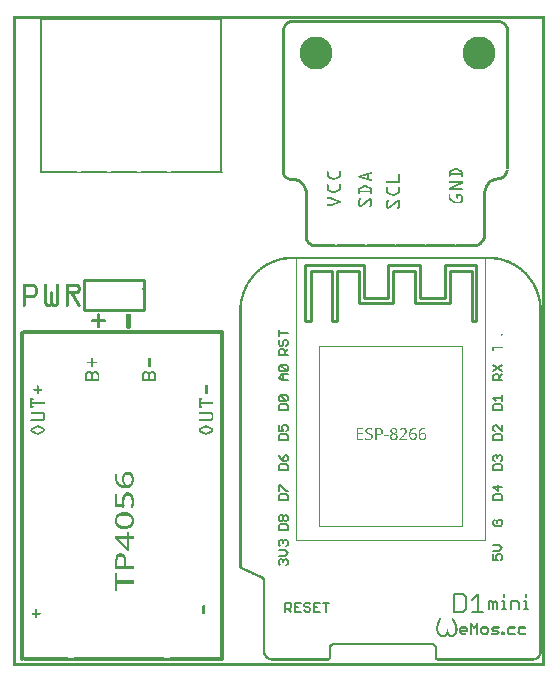
<source format=gto>
G04 MADE WITH FRITZING*
G04 WWW.FRITZING.ORG*
G04 DOUBLE SIDED*
G04 HOLES PLATED*
G04 CONTOUR ON CENTER OF CONTOUR VECTOR*
%ASAXBY*%
%FSLAX23Y23*%
%MOIN*%
%OFA0B0*%
%SFA1.0B1.0*%
%ADD10C,0.110000*%
%ADD11R,0.632695X0.947653X0.627139X0.942097*%
%ADD12C,0.002778*%
%ADD13R,0.477764X0.602764X0.472208X0.597208*%
%ADD14C,0.008000*%
%ADD15C,0.011923*%
%ADD16C,0.010000*%
%ADD17C,0.005556*%
%ADD18C,0.006944*%
%ADD19R,0.001000X0.001000*%
%LNSILK1*%
G90*
G70*
G54D10*
X1008Y2043D03*
X1553Y2043D03*
G54D12*
X943Y1364D02*
X1573Y1364D01*
X1573Y419D01*
X943Y419D01*
X943Y1364D01*
D02*
X1020Y1068D02*
X1495Y1068D01*
X1495Y468D01*
X1020Y468D01*
X1020Y1068D01*
D02*
G54D14*
X694Y2157D02*
X694Y1645D01*
D02*
X694Y2157D02*
X94Y2157D01*
D02*
X94Y1645D02*
X94Y2157D01*
G54D15*
D02*
X696Y24D02*
X696Y1113D01*
D02*
X693Y1112D02*
X36Y1112D01*
D02*
X30Y1111D02*
X30Y22D01*
G54D16*
D02*
X435Y1285D02*
X235Y1285D01*
D02*
X235Y1285D02*
X235Y1185D01*
D02*
X235Y1185D02*
X435Y1185D01*
D02*
X435Y1185D02*
X435Y1285D01*
X1544Y1151D02*
X1528Y1151D01*
X1528Y1318D01*
X1456Y1318D01*
X1456Y1211D01*
X1341Y1211D01*
X1341Y1318D01*
X1267Y1318D01*
X1267Y1211D01*
X1152Y1211D01*
X1152Y1318D01*
X1081Y1318D01*
X1081Y1151D01*
X1064Y1151D01*
X1064Y1318D01*
X994Y1318D01*
X994Y1151D01*
X972Y1151D01*
X972Y1335D01*
X1169Y1335D01*
X1169Y1228D01*
X1250Y1228D01*
X1250Y1335D01*
X1357Y1335D01*
X1357Y1228D01*
X1439Y1228D01*
X1439Y1335D01*
X1544Y1335D01*
X1544Y1151D01*
D02*
G54D17*
X917Y1036D02*
X885Y1036D01*
X885Y1036D02*
X885Y1051D01*
X885Y1051D02*
X891Y1057D01*
X891Y1057D02*
X901Y1057D01*
X901Y1057D02*
X906Y1051D01*
X906Y1051D02*
X906Y1036D01*
X906Y1046D02*
X917Y1057D01*
X891Y1088D02*
X885Y1083D01*
X885Y1083D02*
X885Y1073D01*
X885Y1073D02*
X891Y1067D01*
X891Y1067D02*
X896Y1067D01*
X896Y1067D02*
X902Y1073D01*
X901Y1073D02*
X901Y1083D01*
X901Y1083D02*
X906Y1088D01*
X906Y1088D02*
X911Y1088D01*
X911Y1088D02*
X917Y1083D01*
X917Y1083D02*
X917Y1073D01*
X917Y1073D02*
X911Y1067D01*
X917Y1109D02*
X885Y1109D01*
X885Y1099D02*
X885Y1119D01*
D02*
X916Y952D02*
X896Y952D01*
X896Y952D02*
X886Y961D01*
X886Y961D02*
X896Y972D01*
X896Y972D02*
X916Y972D01*
X901Y952D02*
X901Y972D01*
X912Y983D02*
X890Y983D01*
X890Y983D02*
X886Y988D01*
X886Y988D02*
X886Y998D01*
X886Y998D02*
X890Y1004D01*
X890Y1004D02*
X912Y1004D01*
X912Y1004D02*
X916Y998D01*
X916Y998D02*
X916Y988D01*
X916Y988D02*
X912Y983D01*
X912Y983D02*
X890Y1004D01*
D02*
X885Y852D02*
X917Y852D01*
X917Y852D02*
X917Y867D01*
X917Y867D02*
X911Y872D01*
X911Y872D02*
X891Y872D01*
X891Y872D02*
X885Y867D01*
X885Y867D02*
X885Y852D01*
X911Y883D02*
X891Y883D01*
X891Y883D02*
X885Y888D01*
X885Y888D02*
X885Y898D01*
X885Y898D02*
X891Y904D01*
X891Y904D02*
X911Y904D01*
X911Y904D02*
X917Y898D01*
X917Y898D02*
X917Y888D01*
X917Y888D02*
X911Y883D01*
X911Y883D02*
X891Y904D01*
D02*
X885Y752D02*
X917Y752D01*
X917Y752D02*
X917Y767D01*
X917Y767D02*
X911Y772D01*
X911Y772D02*
X891Y772D01*
X891Y772D02*
X885Y767D01*
X885Y767D02*
X885Y752D01*
X885Y804D02*
X885Y783D01*
X885Y783D02*
X901Y783D01*
X901Y783D02*
X895Y794D01*
X895Y794D02*
X895Y798D01*
X895Y798D02*
X901Y804D01*
X901Y804D02*
X911Y804D01*
X911Y804D02*
X917Y798D01*
X917Y798D02*
X917Y788D01*
X917Y788D02*
X911Y783D01*
D02*
X885Y652D02*
X917Y652D01*
X917Y652D02*
X917Y667D01*
X917Y667D02*
X911Y672D01*
X911Y672D02*
X891Y672D01*
X891Y672D02*
X885Y667D01*
X885Y667D02*
X885Y652D01*
X885Y704D02*
X891Y694D01*
X891Y694D02*
X901Y683D01*
X901Y683D02*
X911Y683D01*
X911Y683D02*
X917Y688D01*
X917Y688D02*
X917Y698D01*
X917Y698D02*
X911Y704D01*
X911Y704D02*
X906Y704D01*
X906Y704D02*
X902Y698D01*
X901Y698D02*
X901Y683D01*
D02*
X885Y552D02*
X917Y552D01*
X917Y552D02*
X917Y567D01*
X917Y567D02*
X911Y572D01*
X911Y572D02*
X891Y572D01*
X891Y572D02*
X885Y567D01*
X885Y567D02*
X885Y552D01*
X885Y583D02*
X885Y604D01*
X885Y604D02*
X891Y604D01*
X891Y604D02*
X911Y583D01*
X911Y583D02*
X917Y583D01*
D02*
X885Y452D02*
X917Y452D01*
X917Y452D02*
X917Y467D01*
X917Y467D02*
X911Y472D01*
X911Y472D02*
X891Y472D01*
X891Y472D02*
X885Y467D01*
X885Y467D02*
X885Y452D01*
X891Y483D02*
X885Y488D01*
X885Y488D02*
X885Y498D01*
X885Y498D02*
X891Y504D01*
X891Y504D02*
X896Y504D01*
X896Y504D02*
X902Y498D01*
X901Y498D02*
X907Y504D01*
X907Y504D02*
X911Y504D01*
X911Y504D02*
X917Y498D01*
X917Y498D02*
X917Y488D01*
X917Y488D02*
X911Y483D01*
X911Y483D02*
X907Y483D01*
X907Y483D02*
X901Y488D01*
X901Y488D02*
X896Y483D01*
X896Y483D02*
X891Y483D01*
X901Y488D02*
X901Y498D01*
D02*
X891Y336D02*
X885Y341D01*
X885Y341D02*
X885Y351D01*
X885Y351D02*
X891Y357D01*
X891Y357D02*
X895Y357D01*
X895Y357D02*
X901Y351D01*
X901Y351D02*
X901Y346D01*
X901Y351D02*
X906Y357D01*
X906Y357D02*
X911Y357D01*
X911Y357D02*
X917Y351D01*
X917Y351D02*
X917Y341D01*
X917Y341D02*
X911Y336D01*
X885Y367D02*
X906Y367D01*
X906Y367D02*
X917Y378D01*
X917Y378D02*
X906Y388D01*
X906Y388D02*
X885Y388D01*
X891Y399D02*
X885Y404D01*
X885Y404D02*
X885Y415D01*
X885Y415D02*
X891Y419D01*
X891Y419D02*
X895Y419D01*
X895Y419D02*
X901Y415D01*
X901Y415D02*
X901Y409D01*
X901Y415D02*
X906Y419D01*
X906Y419D02*
X911Y419D01*
X911Y419D02*
X917Y415D01*
X917Y415D02*
X917Y404D01*
X917Y404D02*
X911Y399D01*
D02*
X1599Y372D02*
X1599Y352D01*
X1599Y352D02*
X1615Y352D01*
X1614Y352D02*
X1609Y361D01*
X1609Y361D02*
X1609Y367D01*
X1609Y367D02*
X1615Y372D01*
X1614Y372D02*
X1625Y372D01*
X1625Y372D02*
X1631Y367D01*
X1631Y367D02*
X1631Y357D01*
X1631Y357D02*
X1625Y352D01*
X1599Y383D02*
X1620Y383D01*
X1620Y383D02*
X1631Y394D01*
X1631Y394D02*
X1620Y404D01*
X1620Y404D02*
X1599Y404D01*
D02*
X1605Y488D02*
X1599Y483D01*
X1599Y483D02*
X1599Y473D01*
X1599Y473D02*
X1605Y467D01*
X1605Y467D02*
X1625Y467D01*
X1625Y467D02*
X1631Y473D01*
X1631Y473D02*
X1631Y483D01*
X1631Y483D02*
X1625Y488D01*
X1625Y488D02*
X1615Y488D01*
X1614Y488D02*
X1614Y477D01*
D02*
X1599Y552D02*
X1631Y552D01*
X1631Y552D02*
X1631Y567D01*
X1631Y567D02*
X1625Y572D01*
X1625Y572D02*
X1605Y572D01*
X1605Y572D02*
X1599Y567D01*
X1599Y567D02*
X1599Y552D01*
X1631Y598D02*
X1599Y598D01*
X1599Y598D02*
X1615Y583D01*
X1615Y583D02*
X1615Y604D01*
D02*
X1599Y652D02*
X1631Y652D01*
X1631Y652D02*
X1631Y667D01*
X1631Y667D02*
X1625Y672D01*
X1625Y672D02*
X1605Y672D01*
X1605Y672D02*
X1599Y667D01*
X1599Y667D02*
X1599Y652D01*
X1605Y683D02*
X1599Y688D01*
X1599Y688D02*
X1599Y698D01*
X1599Y698D02*
X1605Y704D01*
X1605Y704D02*
X1609Y704D01*
X1609Y704D02*
X1615Y698D01*
X1614Y698D02*
X1614Y694D01*
X1614Y698D02*
X1620Y704D01*
X1620Y704D02*
X1625Y704D01*
X1625Y704D02*
X1631Y698D01*
X1631Y698D02*
X1631Y688D01*
X1631Y688D02*
X1625Y683D01*
D02*
X1599Y752D02*
X1631Y752D01*
X1631Y752D02*
X1631Y767D01*
X1631Y767D02*
X1625Y772D01*
X1625Y772D02*
X1605Y772D01*
X1605Y772D02*
X1599Y767D01*
X1599Y767D02*
X1599Y752D01*
X1631Y804D02*
X1631Y783D01*
X1631Y783D02*
X1610Y804D01*
X1610Y804D02*
X1605Y804D01*
X1605Y804D02*
X1599Y798D01*
X1599Y798D02*
X1599Y788D01*
X1599Y788D02*
X1605Y783D01*
D02*
X1600Y852D02*
X1630Y852D01*
X1630Y852D02*
X1630Y867D01*
X1630Y867D02*
X1626Y872D01*
X1626Y872D02*
X1604Y872D01*
X1604Y872D02*
X1600Y867D01*
X1600Y867D02*
X1600Y852D01*
X1610Y883D02*
X1600Y894D01*
X1600Y894D02*
X1630Y894D01*
X1630Y883D02*
X1630Y904D01*
D02*
X1631Y952D02*
X1599Y952D01*
X1599Y952D02*
X1599Y967D01*
X1599Y967D02*
X1605Y972D01*
X1605Y972D02*
X1615Y972D01*
X1615Y972D02*
X1620Y967D01*
X1620Y967D02*
X1620Y952D01*
X1620Y961D02*
X1631Y972D01*
X1599Y983D02*
X1631Y1004D01*
X1599Y1004D02*
X1631Y983D01*
D02*
X907Y180D02*
X907Y211D01*
X907Y211D02*
X922Y211D01*
X922Y211D02*
X927Y206D01*
X927Y206D02*
X927Y195D01*
X927Y195D02*
X922Y189D01*
X922Y189D02*
X907Y189D01*
X917Y189D02*
X927Y180D01*
X959Y211D02*
X938Y211D01*
X938Y211D02*
X938Y180D01*
X938Y180D02*
X959Y180D01*
X938Y195D02*
X949Y195D01*
X991Y206D02*
X986Y211D01*
X986Y211D02*
X975Y211D01*
X975Y211D02*
X970Y206D01*
X970Y206D02*
X970Y200D01*
X970Y200D02*
X975Y195D01*
X975Y195D02*
X986Y195D01*
X986Y195D02*
X991Y189D01*
X991Y189D02*
X991Y185D01*
X991Y185D02*
X986Y180D01*
X986Y180D02*
X975Y180D01*
X975Y180D02*
X970Y185D01*
X1023Y211D02*
X1002Y211D01*
X1002Y211D02*
X1002Y180D01*
X1002Y180D02*
X1023Y180D01*
X1002Y195D02*
X1012Y195D01*
X1044Y180D02*
X1044Y211D01*
X1033Y211D02*
X1054Y211D01*
D02*
G54D18*
X1469Y239D02*
X1469Y180D01*
X1469Y180D02*
X1498Y180D01*
X1498Y180D02*
X1508Y190D01*
X1508Y190D02*
X1508Y229D01*
X1508Y229D02*
X1498Y239D01*
X1498Y239D02*
X1469Y239D01*
X1528Y219D02*
X1548Y239D01*
X1548Y239D02*
X1548Y180D01*
X1528Y180D02*
X1567Y180D01*
D02*
X1585Y189D02*
X1585Y218D01*
X1585Y218D02*
X1592Y218D01*
X1592Y218D02*
X1598Y210D01*
X1598Y210D02*
X1598Y189D01*
X1598Y210D02*
X1606Y218D01*
X1606Y218D02*
X1613Y210D01*
X1613Y210D02*
X1613Y189D01*
X1628Y218D02*
X1636Y218D01*
X1636Y218D02*
X1636Y189D01*
X1628Y189D02*
X1643Y189D01*
X1636Y239D02*
X1636Y231D01*
X1658Y189D02*
X1658Y218D01*
X1658Y218D02*
X1680Y218D01*
X1680Y218D02*
X1687Y210D01*
X1687Y210D02*
X1687Y189D01*
X1702Y218D02*
X1710Y218D01*
X1710Y218D02*
X1710Y189D01*
X1702Y189D02*
X1716Y189D01*
X1710Y239D02*
X1710Y231D01*
D02*
G54D19*
X1Y2165D02*
X1771Y2165D01*
X1Y2164D02*
X1771Y2164D01*
X1Y2163D02*
X1771Y2163D01*
X1Y2162D02*
X1771Y2162D01*
X1Y2161D02*
X1771Y2161D01*
X1Y2160D02*
X1771Y2160D01*
X1Y2159D02*
X1771Y2159D01*
X1Y2158D02*
X1771Y2158D01*
X1Y2157D02*
X8Y2157D01*
X1764Y2157D02*
X1771Y2157D01*
X1Y2156D02*
X8Y2156D01*
X1764Y2156D02*
X1771Y2156D01*
X1Y2155D02*
X8Y2155D01*
X1764Y2155D02*
X1771Y2155D01*
X1Y2154D02*
X8Y2154D01*
X1764Y2154D02*
X1771Y2154D01*
X1Y2153D02*
X8Y2153D01*
X931Y2153D02*
X1616Y2153D01*
X1764Y2153D02*
X1771Y2153D01*
X1Y2152D02*
X8Y2152D01*
X924Y2152D02*
X1622Y2152D01*
X1764Y2152D02*
X1771Y2152D01*
X1Y2151D02*
X8Y2151D01*
X921Y2151D02*
X1626Y2151D01*
X1764Y2151D02*
X1771Y2151D01*
X1Y2150D02*
X8Y2150D01*
X918Y2150D02*
X1629Y2150D01*
X1764Y2150D02*
X1771Y2150D01*
X1Y2149D02*
X8Y2149D01*
X916Y2149D02*
X1632Y2149D01*
X1764Y2149D02*
X1771Y2149D01*
X1Y2148D02*
X8Y2148D01*
X914Y2148D02*
X1634Y2148D01*
X1764Y2148D02*
X1771Y2148D01*
X1Y2147D02*
X8Y2147D01*
X912Y2147D02*
X1636Y2147D01*
X1764Y2147D02*
X1771Y2147D01*
X1Y2146D02*
X8Y2146D01*
X911Y2146D02*
X1637Y2146D01*
X1764Y2146D02*
X1771Y2146D01*
X1Y2145D02*
X8Y2145D01*
X909Y2145D02*
X1638Y2145D01*
X1764Y2145D02*
X1771Y2145D01*
X1Y2144D02*
X8Y2144D01*
X908Y2144D02*
X1640Y2144D01*
X1764Y2144D02*
X1771Y2144D01*
X1Y2143D02*
X8Y2143D01*
X907Y2143D02*
X930Y2143D01*
X1617Y2143D02*
X1641Y2143D01*
X1764Y2143D02*
X1771Y2143D01*
X1Y2142D02*
X8Y2142D01*
X907Y2142D02*
X924Y2142D01*
X1623Y2142D02*
X1642Y2142D01*
X1764Y2142D02*
X1771Y2142D01*
X1Y2141D02*
X8Y2141D01*
X906Y2141D02*
X921Y2141D01*
X1626Y2141D02*
X1643Y2141D01*
X1764Y2141D02*
X1771Y2141D01*
X1Y2140D02*
X8Y2140D01*
X905Y2140D02*
X919Y2140D01*
X1629Y2140D02*
X1643Y2140D01*
X1764Y2140D02*
X1771Y2140D01*
X1Y2139D02*
X8Y2139D01*
X904Y2139D02*
X917Y2139D01*
X1631Y2139D02*
X1644Y2139D01*
X1764Y2139D02*
X1771Y2139D01*
X1Y2138D02*
X8Y2138D01*
X904Y2138D02*
X916Y2138D01*
X1632Y2138D02*
X1645Y2138D01*
X1764Y2138D02*
X1771Y2138D01*
X1Y2137D02*
X8Y2137D01*
X903Y2137D02*
X915Y2137D01*
X1634Y2137D02*
X1646Y2137D01*
X1764Y2137D02*
X1771Y2137D01*
X1Y2136D02*
X8Y2136D01*
X903Y2136D02*
X914Y2136D01*
X1635Y2136D02*
X1647Y2136D01*
X1764Y2136D02*
X1771Y2136D01*
X1Y2135D02*
X8Y2135D01*
X902Y2135D02*
X913Y2135D01*
X1636Y2135D02*
X1647Y2135D01*
X1764Y2135D02*
X1771Y2135D01*
X1Y2134D02*
X8Y2134D01*
X902Y2134D02*
X912Y2134D01*
X1636Y2134D02*
X1648Y2134D01*
X1764Y2134D02*
X1771Y2134D01*
X1Y2133D02*
X8Y2133D01*
X901Y2133D02*
X911Y2133D01*
X1637Y2133D02*
X1648Y2133D01*
X1764Y2133D02*
X1771Y2133D01*
X1Y2132D02*
X8Y2132D01*
X901Y2132D02*
X911Y2132D01*
X1638Y2132D02*
X1649Y2132D01*
X1764Y2132D02*
X1771Y2132D01*
X1Y2131D02*
X8Y2131D01*
X900Y2131D02*
X910Y2131D01*
X1639Y2131D02*
X1649Y2131D01*
X1764Y2131D02*
X1771Y2131D01*
X1Y2130D02*
X8Y2130D01*
X900Y2130D02*
X910Y2130D01*
X1640Y2130D02*
X1650Y2130D01*
X1764Y2130D02*
X1771Y2130D01*
X1Y2129D02*
X8Y2129D01*
X899Y2129D02*
X909Y2129D01*
X1640Y2129D02*
X1650Y2129D01*
X1764Y2129D02*
X1771Y2129D01*
X1Y2128D02*
X8Y2128D01*
X899Y2128D02*
X909Y2128D01*
X1641Y2128D02*
X1651Y2128D01*
X1764Y2128D02*
X1771Y2128D01*
X1Y2127D02*
X8Y2127D01*
X899Y2127D02*
X908Y2127D01*
X1641Y2127D02*
X1651Y2127D01*
X1764Y2127D02*
X1771Y2127D01*
X1Y2126D02*
X8Y2126D01*
X898Y2126D02*
X908Y2126D01*
X1642Y2126D02*
X1651Y2126D01*
X1764Y2126D02*
X1771Y2126D01*
X1Y2125D02*
X8Y2125D01*
X898Y2125D02*
X907Y2125D01*
X1642Y2125D02*
X1651Y2125D01*
X1764Y2125D02*
X1771Y2125D01*
X1Y2124D02*
X8Y2124D01*
X898Y2124D02*
X907Y2124D01*
X1642Y2124D02*
X1652Y2124D01*
X1764Y2124D02*
X1771Y2124D01*
X1Y2123D02*
X8Y2123D01*
X897Y2123D02*
X907Y2123D01*
X1643Y2123D02*
X1652Y2123D01*
X1764Y2123D02*
X1771Y2123D01*
X1Y2122D02*
X8Y2122D01*
X897Y2122D02*
X906Y2122D01*
X1643Y2122D02*
X1652Y2122D01*
X1764Y2122D02*
X1771Y2122D01*
X1Y2121D02*
X8Y2121D01*
X897Y2121D02*
X906Y2121D01*
X1643Y2121D02*
X1652Y2121D01*
X1764Y2121D02*
X1771Y2121D01*
X1Y2120D02*
X8Y2120D01*
X897Y2120D02*
X906Y2120D01*
X1643Y2120D02*
X1652Y2120D01*
X1764Y2120D02*
X1771Y2120D01*
X1Y2119D02*
X8Y2119D01*
X897Y2119D02*
X906Y2119D01*
X1643Y2119D02*
X1652Y2119D01*
X1764Y2119D02*
X1771Y2119D01*
X1Y2118D02*
X8Y2118D01*
X896Y2118D02*
X906Y2118D01*
X1643Y2118D02*
X1652Y2118D01*
X1764Y2118D02*
X1771Y2118D01*
X1Y2117D02*
X8Y2117D01*
X896Y2117D02*
X905Y2117D01*
X1643Y2117D02*
X1652Y2117D01*
X1764Y2117D02*
X1771Y2117D01*
X1Y2116D02*
X8Y2116D01*
X896Y2116D02*
X905Y2116D01*
X1643Y2116D02*
X1653Y2116D01*
X1764Y2116D02*
X1771Y2116D01*
X1Y2115D02*
X8Y2115D01*
X896Y2115D02*
X905Y2115D01*
X1643Y2115D02*
X1653Y2115D01*
X1764Y2115D02*
X1771Y2115D01*
X1Y2114D02*
X8Y2114D01*
X896Y2114D02*
X905Y2114D01*
X1643Y2114D02*
X1653Y2114D01*
X1764Y2114D02*
X1771Y2114D01*
X1Y2113D02*
X8Y2113D01*
X896Y2113D02*
X905Y2113D01*
X1644Y2113D02*
X1653Y2113D01*
X1764Y2113D02*
X1771Y2113D01*
X1Y2112D02*
X8Y2112D01*
X896Y2112D02*
X905Y2112D01*
X1644Y2112D02*
X1653Y2112D01*
X1764Y2112D02*
X1771Y2112D01*
X1Y2111D02*
X8Y2111D01*
X896Y2111D02*
X905Y2111D01*
X1644Y2111D02*
X1653Y2111D01*
X1764Y2111D02*
X1771Y2111D01*
X1Y2110D02*
X8Y2110D01*
X896Y2110D02*
X905Y2110D01*
X1644Y2110D02*
X1653Y2110D01*
X1764Y2110D02*
X1771Y2110D01*
X1Y2109D02*
X8Y2109D01*
X896Y2109D02*
X905Y2109D01*
X1644Y2109D02*
X1653Y2109D01*
X1764Y2109D02*
X1771Y2109D01*
X1Y2108D02*
X8Y2108D01*
X896Y2108D02*
X905Y2108D01*
X1644Y2108D02*
X1653Y2108D01*
X1764Y2108D02*
X1771Y2108D01*
X1Y2107D02*
X8Y2107D01*
X896Y2107D02*
X905Y2107D01*
X1644Y2107D02*
X1653Y2107D01*
X1764Y2107D02*
X1771Y2107D01*
X1Y2106D02*
X8Y2106D01*
X896Y2106D02*
X905Y2106D01*
X1644Y2106D02*
X1653Y2106D01*
X1764Y2106D02*
X1771Y2106D01*
X1Y2105D02*
X8Y2105D01*
X896Y2105D02*
X905Y2105D01*
X1644Y2105D02*
X1653Y2105D01*
X1764Y2105D02*
X1771Y2105D01*
X1Y2104D02*
X8Y2104D01*
X896Y2104D02*
X905Y2104D01*
X1644Y2104D02*
X1653Y2104D01*
X1764Y2104D02*
X1771Y2104D01*
X1Y2103D02*
X8Y2103D01*
X896Y2103D02*
X905Y2103D01*
X1644Y2103D02*
X1653Y2103D01*
X1764Y2103D02*
X1771Y2103D01*
X1Y2102D02*
X8Y2102D01*
X896Y2102D02*
X905Y2102D01*
X1644Y2102D02*
X1653Y2102D01*
X1764Y2102D02*
X1771Y2102D01*
X1Y2101D02*
X8Y2101D01*
X896Y2101D02*
X905Y2101D01*
X1644Y2101D02*
X1653Y2101D01*
X1764Y2101D02*
X1771Y2101D01*
X1Y2100D02*
X8Y2100D01*
X896Y2100D02*
X905Y2100D01*
X1644Y2100D02*
X1653Y2100D01*
X1764Y2100D02*
X1771Y2100D01*
X1Y2099D02*
X8Y2099D01*
X896Y2099D02*
X905Y2099D01*
X1644Y2099D02*
X1653Y2099D01*
X1764Y2099D02*
X1771Y2099D01*
X1Y2098D02*
X8Y2098D01*
X896Y2098D02*
X905Y2098D01*
X1644Y2098D02*
X1653Y2098D01*
X1764Y2098D02*
X1771Y2098D01*
X1Y2097D02*
X8Y2097D01*
X896Y2097D02*
X905Y2097D01*
X1644Y2097D02*
X1653Y2097D01*
X1764Y2097D02*
X1771Y2097D01*
X1Y2096D02*
X8Y2096D01*
X896Y2096D02*
X905Y2096D01*
X1644Y2096D02*
X1653Y2096D01*
X1764Y2096D02*
X1771Y2096D01*
X1Y2095D02*
X8Y2095D01*
X896Y2095D02*
X905Y2095D01*
X1644Y2095D02*
X1653Y2095D01*
X1764Y2095D02*
X1771Y2095D01*
X1Y2094D02*
X8Y2094D01*
X896Y2094D02*
X905Y2094D01*
X1644Y2094D02*
X1653Y2094D01*
X1764Y2094D02*
X1771Y2094D01*
X1Y2093D02*
X8Y2093D01*
X896Y2093D02*
X905Y2093D01*
X1644Y2093D02*
X1653Y2093D01*
X1764Y2093D02*
X1771Y2093D01*
X1Y2092D02*
X8Y2092D01*
X896Y2092D02*
X905Y2092D01*
X1644Y2092D02*
X1653Y2092D01*
X1764Y2092D02*
X1771Y2092D01*
X1Y2091D02*
X8Y2091D01*
X896Y2091D02*
X905Y2091D01*
X1644Y2091D02*
X1653Y2091D01*
X1764Y2091D02*
X1771Y2091D01*
X1Y2090D02*
X8Y2090D01*
X896Y2090D02*
X905Y2090D01*
X1644Y2090D02*
X1653Y2090D01*
X1764Y2090D02*
X1771Y2090D01*
X1Y2089D02*
X8Y2089D01*
X896Y2089D02*
X905Y2089D01*
X1644Y2089D02*
X1653Y2089D01*
X1764Y2089D02*
X1771Y2089D01*
X1Y2088D02*
X8Y2088D01*
X896Y2088D02*
X905Y2088D01*
X1644Y2088D02*
X1653Y2088D01*
X1764Y2088D02*
X1771Y2088D01*
X1Y2087D02*
X8Y2087D01*
X896Y2087D02*
X905Y2087D01*
X1644Y2087D02*
X1653Y2087D01*
X1764Y2087D02*
X1771Y2087D01*
X1Y2086D02*
X8Y2086D01*
X896Y2086D02*
X905Y2086D01*
X1644Y2086D02*
X1653Y2086D01*
X1764Y2086D02*
X1771Y2086D01*
X1Y2085D02*
X8Y2085D01*
X896Y2085D02*
X905Y2085D01*
X1644Y2085D02*
X1653Y2085D01*
X1764Y2085D02*
X1771Y2085D01*
X1Y2084D02*
X8Y2084D01*
X896Y2084D02*
X905Y2084D01*
X1644Y2084D02*
X1653Y2084D01*
X1764Y2084D02*
X1771Y2084D01*
X1Y2083D02*
X8Y2083D01*
X896Y2083D02*
X905Y2083D01*
X1644Y2083D02*
X1653Y2083D01*
X1764Y2083D02*
X1771Y2083D01*
X1Y2082D02*
X8Y2082D01*
X896Y2082D02*
X905Y2082D01*
X1644Y2082D02*
X1653Y2082D01*
X1764Y2082D02*
X1771Y2082D01*
X1Y2081D02*
X8Y2081D01*
X896Y2081D02*
X905Y2081D01*
X1644Y2081D02*
X1653Y2081D01*
X1764Y2081D02*
X1771Y2081D01*
X1Y2080D02*
X8Y2080D01*
X896Y2080D02*
X905Y2080D01*
X1644Y2080D02*
X1653Y2080D01*
X1764Y2080D02*
X1771Y2080D01*
X1Y2079D02*
X8Y2079D01*
X896Y2079D02*
X905Y2079D01*
X1644Y2079D02*
X1653Y2079D01*
X1764Y2079D02*
X1771Y2079D01*
X1Y2078D02*
X8Y2078D01*
X896Y2078D02*
X905Y2078D01*
X1644Y2078D02*
X1653Y2078D01*
X1764Y2078D02*
X1771Y2078D01*
X1Y2077D02*
X8Y2077D01*
X896Y2077D02*
X905Y2077D01*
X1644Y2077D02*
X1653Y2077D01*
X1764Y2077D02*
X1771Y2077D01*
X1Y2076D02*
X8Y2076D01*
X896Y2076D02*
X905Y2076D01*
X1644Y2076D02*
X1653Y2076D01*
X1764Y2076D02*
X1771Y2076D01*
X1Y2075D02*
X8Y2075D01*
X896Y2075D02*
X905Y2075D01*
X1644Y2075D02*
X1653Y2075D01*
X1764Y2075D02*
X1771Y2075D01*
X1Y2074D02*
X8Y2074D01*
X896Y2074D02*
X905Y2074D01*
X1644Y2074D02*
X1653Y2074D01*
X1764Y2074D02*
X1771Y2074D01*
X1Y2073D02*
X8Y2073D01*
X896Y2073D02*
X905Y2073D01*
X1644Y2073D02*
X1653Y2073D01*
X1764Y2073D02*
X1771Y2073D01*
X1Y2072D02*
X8Y2072D01*
X896Y2072D02*
X905Y2072D01*
X1644Y2072D02*
X1653Y2072D01*
X1764Y2072D02*
X1771Y2072D01*
X1Y2071D02*
X8Y2071D01*
X896Y2071D02*
X905Y2071D01*
X1644Y2071D02*
X1653Y2071D01*
X1764Y2071D02*
X1771Y2071D01*
X1Y2070D02*
X8Y2070D01*
X896Y2070D02*
X905Y2070D01*
X1644Y2070D02*
X1653Y2070D01*
X1764Y2070D02*
X1771Y2070D01*
X1Y2069D02*
X8Y2069D01*
X896Y2069D02*
X905Y2069D01*
X1644Y2069D02*
X1653Y2069D01*
X1764Y2069D02*
X1771Y2069D01*
X1Y2068D02*
X8Y2068D01*
X896Y2068D02*
X905Y2068D01*
X1644Y2068D02*
X1653Y2068D01*
X1764Y2068D02*
X1771Y2068D01*
X1Y2067D02*
X8Y2067D01*
X896Y2067D02*
X905Y2067D01*
X1644Y2067D02*
X1653Y2067D01*
X1764Y2067D02*
X1771Y2067D01*
X1Y2066D02*
X8Y2066D01*
X896Y2066D02*
X905Y2066D01*
X1644Y2066D02*
X1653Y2066D01*
X1764Y2066D02*
X1771Y2066D01*
X1Y2065D02*
X8Y2065D01*
X896Y2065D02*
X905Y2065D01*
X1644Y2065D02*
X1653Y2065D01*
X1764Y2065D02*
X1771Y2065D01*
X1Y2064D02*
X8Y2064D01*
X896Y2064D02*
X905Y2064D01*
X1644Y2064D02*
X1653Y2064D01*
X1764Y2064D02*
X1771Y2064D01*
X1Y2063D02*
X8Y2063D01*
X896Y2063D02*
X905Y2063D01*
X1644Y2063D02*
X1653Y2063D01*
X1764Y2063D02*
X1771Y2063D01*
X1Y2062D02*
X8Y2062D01*
X896Y2062D02*
X905Y2062D01*
X1644Y2062D02*
X1653Y2062D01*
X1764Y2062D02*
X1771Y2062D01*
X1Y2061D02*
X8Y2061D01*
X896Y2061D02*
X905Y2061D01*
X1644Y2061D02*
X1653Y2061D01*
X1764Y2061D02*
X1771Y2061D01*
X1Y2060D02*
X8Y2060D01*
X896Y2060D02*
X905Y2060D01*
X1644Y2060D02*
X1653Y2060D01*
X1764Y2060D02*
X1771Y2060D01*
X1Y2059D02*
X8Y2059D01*
X896Y2059D02*
X905Y2059D01*
X1644Y2059D02*
X1653Y2059D01*
X1764Y2059D02*
X1771Y2059D01*
X1Y2058D02*
X8Y2058D01*
X896Y2058D02*
X905Y2058D01*
X1644Y2058D02*
X1653Y2058D01*
X1764Y2058D02*
X1771Y2058D01*
X1Y2057D02*
X8Y2057D01*
X896Y2057D02*
X905Y2057D01*
X1644Y2057D02*
X1653Y2057D01*
X1764Y2057D02*
X1771Y2057D01*
X1Y2056D02*
X8Y2056D01*
X896Y2056D02*
X905Y2056D01*
X1644Y2056D02*
X1653Y2056D01*
X1764Y2056D02*
X1771Y2056D01*
X1Y2055D02*
X8Y2055D01*
X896Y2055D02*
X905Y2055D01*
X1644Y2055D02*
X1653Y2055D01*
X1764Y2055D02*
X1771Y2055D01*
X1Y2054D02*
X8Y2054D01*
X896Y2054D02*
X905Y2054D01*
X1644Y2054D02*
X1653Y2054D01*
X1764Y2054D02*
X1771Y2054D01*
X1Y2053D02*
X8Y2053D01*
X896Y2053D02*
X905Y2053D01*
X1644Y2053D02*
X1653Y2053D01*
X1764Y2053D02*
X1771Y2053D01*
X1Y2052D02*
X8Y2052D01*
X896Y2052D02*
X905Y2052D01*
X1644Y2052D02*
X1653Y2052D01*
X1764Y2052D02*
X1771Y2052D01*
X1Y2051D02*
X8Y2051D01*
X896Y2051D02*
X905Y2051D01*
X1644Y2051D02*
X1653Y2051D01*
X1764Y2051D02*
X1771Y2051D01*
X1Y2050D02*
X8Y2050D01*
X896Y2050D02*
X905Y2050D01*
X1644Y2050D02*
X1653Y2050D01*
X1764Y2050D02*
X1771Y2050D01*
X1Y2049D02*
X8Y2049D01*
X896Y2049D02*
X905Y2049D01*
X1644Y2049D02*
X1653Y2049D01*
X1764Y2049D02*
X1771Y2049D01*
X1Y2048D02*
X8Y2048D01*
X896Y2048D02*
X905Y2048D01*
X1644Y2048D02*
X1653Y2048D01*
X1764Y2048D02*
X1771Y2048D01*
X1Y2047D02*
X8Y2047D01*
X896Y2047D02*
X905Y2047D01*
X1644Y2047D02*
X1653Y2047D01*
X1764Y2047D02*
X1771Y2047D01*
X1Y2046D02*
X8Y2046D01*
X896Y2046D02*
X905Y2046D01*
X1644Y2046D02*
X1653Y2046D01*
X1764Y2046D02*
X1771Y2046D01*
X1Y2045D02*
X8Y2045D01*
X896Y2045D02*
X905Y2045D01*
X1644Y2045D02*
X1653Y2045D01*
X1764Y2045D02*
X1771Y2045D01*
X1Y2044D02*
X8Y2044D01*
X896Y2044D02*
X905Y2044D01*
X1644Y2044D02*
X1653Y2044D01*
X1764Y2044D02*
X1771Y2044D01*
X1Y2043D02*
X8Y2043D01*
X896Y2043D02*
X905Y2043D01*
X1644Y2043D02*
X1653Y2043D01*
X1764Y2043D02*
X1771Y2043D01*
X1Y2042D02*
X8Y2042D01*
X896Y2042D02*
X905Y2042D01*
X1644Y2042D02*
X1653Y2042D01*
X1764Y2042D02*
X1771Y2042D01*
X1Y2041D02*
X8Y2041D01*
X896Y2041D02*
X905Y2041D01*
X1644Y2041D02*
X1653Y2041D01*
X1764Y2041D02*
X1771Y2041D01*
X1Y2040D02*
X8Y2040D01*
X896Y2040D02*
X905Y2040D01*
X1644Y2040D02*
X1653Y2040D01*
X1764Y2040D02*
X1771Y2040D01*
X1Y2039D02*
X8Y2039D01*
X896Y2039D02*
X905Y2039D01*
X1644Y2039D02*
X1653Y2039D01*
X1764Y2039D02*
X1771Y2039D01*
X1Y2038D02*
X8Y2038D01*
X896Y2038D02*
X905Y2038D01*
X1644Y2038D02*
X1653Y2038D01*
X1764Y2038D02*
X1771Y2038D01*
X1Y2037D02*
X8Y2037D01*
X896Y2037D02*
X905Y2037D01*
X1644Y2037D02*
X1653Y2037D01*
X1764Y2037D02*
X1771Y2037D01*
X1Y2036D02*
X8Y2036D01*
X896Y2036D02*
X905Y2036D01*
X1644Y2036D02*
X1653Y2036D01*
X1764Y2036D02*
X1771Y2036D01*
X1Y2035D02*
X8Y2035D01*
X896Y2035D02*
X905Y2035D01*
X1644Y2035D02*
X1653Y2035D01*
X1764Y2035D02*
X1771Y2035D01*
X1Y2034D02*
X8Y2034D01*
X896Y2034D02*
X905Y2034D01*
X1644Y2034D02*
X1653Y2034D01*
X1764Y2034D02*
X1771Y2034D01*
X1Y2033D02*
X8Y2033D01*
X896Y2033D02*
X905Y2033D01*
X1644Y2033D02*
X1653Y2033D01*
X1764Y2033D02*
X1771Y2033D01*
X1Y2032D02*
X8Y2032D01*
X896Y2032D02*
X905Y2032D01*
X1644Y2032D02*
X1653Y2032D01*
X1764Y2032D02*
X1771Y2032D01*
X1Y2031D02*
X8Y2031D01*
X896Y2031D02*
X905Y2031D01*
X1644Y2031D02*
X1653Y2031D01*
X1764Y2031D02*
X1771Y2031D01*
X1Y2030D02*
X8Y2030D01*
X896Y2030D02*
X905Y2030D01*
X1644Y2030D02*
X1653Y2030D01*
X1764Y2030D02*
X1771Y2030D01*
X1Y2029D02*
X8Y2029D01*
X896Y2029D02*
X905Y2029D01*
X1644Y2029D02*
X1653Y2029D01*
X1764Y2029D02*
X1771Y2029D01*
X1Y2028D02*
X8Y2028D01*
X896Y2028D02*
X905Y2028D01*
X1644Y2028D02*
X1653Y2028D01*
X1764Y2028D02*
X1771Y2028D01*
X1Y2027D02*
X8Y2027D01*
X896Y2027D02*
X905Y2027D01*
X1644Y2027D02*
X1653Y2027D01*
X1764Y2027D02*
X1771Y2027D01*
X1Y2026D02*
X8Y2026D01*
X896Y2026D02*
X905Y2026D01*
X1644Y2026D02*
X1653Y2026D01*
X1764Y2026D02*
X1771Y2026D01*
X1Y2025D02*
X8Y2025D01*
X896Y2025D02*
X905Y2025D01*
X1644Y2025D02*
X1653Y2025D01*
X1764Y2025D02*
X1771Y2025D01*
X1Y2024D02*
X8Y2024D01*
X896Y2024D02*
X905Y2024D01*
X1644Y2024D02*
X1653Y2024D01*
X1764Y2024D02*
X1771Y2024D01*
X1Y2023D02*
X8Y2023D01*
X896Y2023D02*
X905Y2023D01*
X1644Y2023D02*
X1653Y2023D01*
X1764Y2023D02*
X1771Y2023D01*
X1Y2022D02*
X8Y2022D01*
X896Y2022D02*
X905Y2022D01*
X1644Y2022D02*
X1653Y2022D01*
X1764Y2022D02*
X1771Y2022D01*
X1Y2021D02*
X8Y2021D01*
X896Y2021D02*
X905Y2021D01*
X1644Y2021D02*
X1653Y2021D01*
X1764Y2021D02*
X1771Y2021D01*
X1Y2020D02*
X8Y2020D01*
X896Y2020D02*
X905Y2020D01*
X1644Y2020D02*
X1653Y2020D01*
X1764Y2020D02*
X1771Y2020D01*
X1Y2019D02*
X8Y2019D01*
X896Y2019D02*
X905Y2019D01*
X1644Y2019D02*
X1653Y2019D01*
X1764Y2019D02*
X1771Y2019D01*
X1Y2018D02*
X8Y2018D01*
X896Y2018D02*
X905Y2018D01*
X1644Y2018D02*
X1653Y2018D01*
X1764Y2018D02*
X1771Y2018D01*
X1Y2017D02*
X8Y2017D01*
X896Y2017D02*
X905Y2017D01*
X1644Y2017D02*
X1653Y2017D01*
X1764Y2017D02*
X1771Y2017D01*
X1Y2016D02*
X8Y2016D01*
X896Y2016D02*
X905Y2016D01*
X1644Y2016D02*
X1653Y2016D01*
X1764Y2016D02*
X1771Y2016D01*
X1Y2015D02*
X8Y2015D01*
X896Y2015D02*
X905Y2015D01*
X1644Y2015D02*
X1653Y2015D01*
X1764Y2015D02*
X1771Y2015D01*
X1Y2014D02*
X8Y2014D01*
X896Y2014D02*
X905Y2014D01*
X1644Y2014D02*
X1653Y2014D01*
X1764Y2014D02*
X1771Y2014D01*
X1Y2013D02*
X8Y2013D01*
X896Y2013D02*
X905Y2013D01*
X1644Y2013D02*
X1653Y2013D01*
X1764Y2013D02*
X1771Y2013D01*
X1Y2012D02*
X8Y2012D01*
X896Y2012D02*
X905Y2012D01*
X1644Y2012D02*
X1653Y2012D01*
X1764Y2012D02*
X1771Y2012D01*
X1Y2011D02*
X8Y2011D01*
X896Y2011D02*
X905Y2011D01*
X1644Y2011D02*
X1653Y2011D01*
X1764Y2011D02*
X1771Y2011D01*
X1Y2010D02*
X8Y2010D01*
X896Y2010D02*
X905Y2010D01*
X1644Y2010D02*
X1653Y2010D01*
X1764Y2010D02*
X1771Y2010D01*
X1Y2009D02*
X8Y2009D01*
X896Y2009D02*
X905Y2009D01*
X1644Y2009D02*
X1653Y2009D01*
X1764Y2009D02*
X1771Y2009D01*
X1Y2008D02*
X8Y2008D01*
X896Y2008D02*
X905Y2008D01*
X1644Y2008D02*
X1653Y2008D01*
X1764Y2008D02*
X1771Y2008D01*
X1Y2007D02*
X8Y2007D01*
X896Y2007D02*
X905Y2007D01*
X1644Y2007D02*
X1653Y2007D01*
X1764Y2007D02*
X1771Y2007D01*
X1Y2006D02*
X8Y2006D01*
X896Y2006D02*
X905Y2006D01*
X1644Y2006D02*
X1653Y2006D01*
X1764Y2006D02*
X1771Y2006D01*
X1Y2005D02*
X8Y2005D01*
X896Y2005D02*
X905Y2005D01*
X1644Y2005D02*
X1653Y2005D01*
X1764Y2005D02*
X1771Y2005D01*
X1Y2004D02*
X8Y2004D01*
X896Y2004D02*
X905Y2004D01*
X1644Y2004D02*
X1653Y2004D01*
X1764Y2004D02*
X1771Y2004D01*
X1Y2003D02*
X8Y2003D01*
X896Y2003D02*
X905Y2003D01*
X1644Y2003D02*
X1653Y2003D01*
X1764Y2003D02*
X1771Y2003D01*
X1Y2002D02*
X8Y2002D01*
X896Y2002D02*
X905Y2002D01*
X1644Y2002D02*
X1653Y2002D01*
X1764Y2002D02*
X1771Y2002D01*
X1Y2001D02*
X8Y2001D01*
X896Y2001D02*
X905Y2001D01*
X1644Y2001D02*
X1653Y2001D01*
X1764Y2001D02*
X1771Y2001D01*
X1Y2000D02*
X8Y2000D01*
X896Y2000D02*
X905Y2000D01*
X1644Y2000D02*
X1653Y2000D01*
X1764Y2000D02*
X1771Y2000D01*
X1Y1999D02*
X8Y1999D01*
X896Y1999D02*
X905Y1999D01*
X1644Y1999D02*
X1653Y1999D01*
X1764Y1999D02*
X1771Y1999D01*
X1Y1998D02*
X8Y1998D01*
X896Y1998D02*
X905Y1998D01*
X1644Y1998D02*
X1653Y1998D01*
X1764Y1998D02*
X1771Y1998D01*
X1Y1997D02*
X8Y1997D01*
X896Y1997D02*
X905Y1997D01*
X1644Y1997D02*
X1653Y1997D01*
X1764Y1997D02*
X1771Y1997D01*
X1Y1996D02*
X8Y1996D01*
X896Y1996D02*
X905Y1996D01*
X1644Y1996D02*
X1653Y1996D01*
X1764Y1996D02*
X1771Y1996D01*
X1Y1995D02*
X8Y1995D01*
X896Y1995D02*
X905Y1995D01*
X1644Y1995D02*
X1653Y1995D01*
X1764Y1995D02*
X1771Y1995D01*
X1Y1994D02*
X8Y1994D01*
X896Y1994D02*
X905Y1994D01*
X1644Y1994D02*
X1653Y1994D01*
X1764Y1994D02*
X1771Y1994D01*
X1Y1993D02*
X8Y1993D01*
X896Y1993D02*
X905Y1993D01*
X1644Y1993D02*
X1653Y1993D01*
X1764Y1993D02*
X1771Y1993D01*
X1Y1992D02*
X8Y1992D01*
X896Y1992D02*
X905Y1992D01*
X1644Y1992D02*
X1653Y1992D01*
X1764Y1992D02*
X1771Y1992D01*
X1Y1991D02*
X8Y1991D01*
X896Y1991D02*
X905Y1991D01*
X1644Y1991D02*
X1653Y1991D01*
X1764Y1991D02*
X1771Y1991D01*
X1Y1990D02*
X8Y1990D01*
X896Y1990D02*
X905Y1990D01*
X1644Y1990D02*
X1653Y1990D01*
X1764Y1990D02*
X1771Y1990D01*
X1Y1989D02*
X8Y1989D01*
X896Y1989D02*
X905Y1989D01*
X1644Y1989D02*
X1653Y1989D01*
X1764Y1989D02*
X1771Y1989D01*
X1Y1988D02*
X8Y1988D01*
X896Y1988D02*
X905Y1988D01*
X1644Y1988D02*
X1653Y1988D01*
X1764Y1988D02*
X1771Y1988D01*
X1Y1987D02*
X8Y1987D01*
X896Y1987D02*
X905Y1987D01*
X1644Y1987D02*
X1653Y1987D01*
X1764Y1987D02*
X1771Y1987D01*
X1Y1986D02*
X8Y1986D01*
X896Y1986D02*
X905Y1986D01*
X1644Y1986D02*
X1653Y1986D01*
X1764Y1986D02*
X1771Y1986D01*
X1Y1985D02*
X8Y1985D01*
X896Y1985D02*
X905Y1985D01*
X1644Y1985D02*
X1653Y1985D01*
X1764Y1985D02*
X1771Y1985D01*
X1Y1984D02*
X8Y1984D01*
X896Y1984D02*
X905Y1984D01*
X1644Y1984D02*
X1653Y1984D01*
X1764Y1984D02*
X1771Y1984D01*
X1Y1983D02*
X8Y1983D01*
X896Y1983D02*
X905Y1983D01*
X1644Y1983D02*
X1653Y1983D01*
X1764Y1983D02*
X1771Y1983D01*
X1Y1982D02*
X8Y1982D01*
X896Y1982D02*
X905Y1982D01*
X1644Y1982D02*
X1653Y1982D01*
X1764Y1982D02*
X1771Y1982D01*
X1Y1981D02*
X8Y1981D01*
X896Y1981D02*
X905Y1981D01*
X1644Y1981D02*
X1653Y1981D01*
X1764Y1981D02*
X1771Y1981D01*
X1Y1980D02*
X8Y1980D01*
X896Y1980D02*
X905Y1980D01*
X1644Y1980D02*
X1653Y1980D01*
X1764Y1980D02*
X1771Y1980D01*
X1Y1979D02*
X8Y1979D01*
X896Y1979D02*
X905Y1979D01*
X1644Y1979D02*
X1653Y1979D01*
X1764Y1979D02*
X1771Y1979D01*
X1Y1978D02*
X8Y1978D01*
X896Y1978D02*
X905Y1978D01*
X1644Y1978D02*
X1653Y1978D01*
X1764Y1978D02*
X1771Y1978D01*
X1Y1977D02*
X8Y1977D01*
X896Y1977D02*
X905Y1977D01*
X1644Y1977D02*
X1653Y1977D01*
X1764Y1977D02*
X1771Y1977D01*
X1Y1976D02*
X8Y1976D01*
X896Y1976D02*
X905Y1976D01*
X1644Y1976D02*
X1653Y1976D01*
X1764Y1976D02*
X1771Y1976D01*
X1Y1975D02*
X8Y1975D01*
X896Y1975D02*
X905Y1975D01*
X1644Y1975D02*
X1653Y1975D01*
X1764Y1975D02*
X1771Y1975D01*
X1Y1974D02*
X8Y1974D01*
X896Y1974D02*
X905Y1974D01*
X1644Y1974D02*
X1653Y1974D01*
X1764Y1974D02*
X1771Y1974D01*
X1Y1973D02*
X8Y1973D01*
X896Y1973D02*
X905Y1973D01*
X1644Y1973D02*
X1653Y1973D01*
X1764Y1973D02*
X1771Y1973D01*
X1Y1972D02*
X8Y1972D01*
X896Y1972D02*
X905Y1972D01*
X1644Y1972D02*
X1653Y1972D01*
X1764Y1972D02*
X1771Y1972D01*
X1Y1971D02*
X8Y1971D01*
X896Y1971D02*
X905Y1971D01*
X1644Y1971D02*
X1653Y1971D01*
X1764Y1971D02*
X1771Y1971D01*
X1Y1970D02*
X8Y1970D01*
X896Y1970D02*
X905Y1970D01*
X1644Y1970D02*
X1653Y1970D01*
X1764Y1970D02*
X1771Y1970D01*
X1Y1969D02*
X8Y1969D01*
X896Y1969D02*
X905Y1969D01*
X1644Y1969D02*
X1653Y1969D01*
X1764Y1969D02*
X1771Y1969D01*
X1Y1968D02*
X8Y1968D01*
X896Y1968D02*
X905Y1968D01*
X1644Y1968D02*
X1653Y1968D01*
X1764Y1968D02*
X1771Y1968D01*
X1Y1967D02*
X8Y1967D01*
X896Y1967D02*
X905Y1967D01*
X1644Y1967D02*
X1653Y1967D01*
X1764Y1967D02*
X1771Y1967D01*
X1Y1966D02*
X8Y1966D01*
X896Y1966D02*
X905Y1966D01*
X1644Y1966D02*
X1653Y1966D01*
X1764Y1966D02*
X1771Y1966D01*
X1Y1965D02*
X8Y1965D01*
X896Y1965D02*
X905Y1965D01*
X1644Y1965D02*
X1653Y1965D01*
X1764Y1965D02*
X1771Y1965D01*
X1Y1964D02*
X8Y1964D01*
X896Y1964D02*
X905Y1964D01*
X1644Y1964D02*
X1653Y1964D01*
X1764Y1964D02*
X1771Y1964D01*
X1Y1963D02*
X8Y1963D01*
X896Y1963D02*
X905Y1963D01*
X1644Y1963D02*
X1653Y1963D01*
X1764Y1963D02*
X1771Y1963D01*
X1Y1962D02*
X8Y1962D01*
X896Y1962D02*
X905Y1962D01*
X1644Y1962D02*
X1653Y1962D01*
X1764Y1962D02*
X1771Y1962D01*
X1Y1961D02*
X8Y1961D01*
X896Y1961D02*
X905Y1961D01*
X1644Y1961D02*
X1653Y1961D01*
X1764Y1961D02*
X1771Y1961D01*
X1Y1960D02*
X8Y1960D01*
X896Y1960D02*
X905Y1960D01*
X1644Y1960D02*
X1653Y1960D01*
X1764Y1960D02*
X1771Y1960D01*
X1Y1959D02*
X8Y1959D01*
X896Y1959D02*
X905Y1959D01*
X1644Y1959D02*
X1653Y1959D01*
X1764Y1959D02*
X1771Y1959D01*
X1Y1958D02*
X8Y1958D01*
X896Y1958D02*
X905Y1958D01*
X1644Y1958D02*
X1653Y1958D01*
X1764Y1958D02*
X1771Y1958D01*
X1Y1957D02*
X8Y1957D01*
X896Y1957D02*
X905Y1957D01*
X1644Y1957D02*
X1653Y1957D01*
X1764Y1957D02*
X1771Y1957D01*
X1Y1956D02*
X8Y1956D01*
X896Y1956D02*
X905Y1956D01*
X1644Y1956D02*
X1653Y1956D01*
X1764Y1956D02*
X1771Y1956D01*
X1Y1955D02*
X8Y1955D01*
X896Y1955D02*
X905Y1955D01*
X1644Y1955D02*
X1653Y1955D01*
X1764Y1955D02*
X1771Y1955D01*
X1Y1954D02*
X8Y1954D01*
X896Y1954D02*
X905Y1954D01*
X1644Y1954D02*
X1653Y1954D01*
X1764Y1954D02*
X1771Y1954D01*
X1Y1953D02*
X8Y1953D01*
X896Y1953D02*
X905Y1953D01*
X1644Y1953D02*
X1653Y1953D01*
X1764Y1953D02*
X1771Y1953D01*
X1Y1952D02*
X8Y1952D01*
X896Y1952D02*
X905Y1952D01*
X1644Y1952D02*
X1653Y1952D01*
X1764Y1952D02*
X1771Y1952D01*
X1Y1951D02*
X8Y1951D01*
X896Y1951D02*
X905Y1951D01*
X1644Y1951D02*
X1653Y1951D01*
X1764Y1951D02*
X1771Y1951D01*
X1Y1950D02*
X8Y1950D01*
X896Y1950D02*
X905Y1950D01*
X1644Y1950D02*
X1653Y1950D01*
X1764Y1950D02*
X1771Y1950D01*
X1Y1949D02*
X8Y1949D01*
X896Y1949D02*
X905Y1949D01*
X1644Y1949D02*
X1653Y1949D01*
X1764Y1949D02*
X1771Y1949D01*
X1Y1948D02*
X8Y1948D01*
X896Y1948D02*
X905Y1948D01*
X1644Y1948D02*
X1653Y1948D01*
X1764Y1948D02*
X1771Y1948D01*
X1Y1947D02*
X8Y1947D01*
X896Y1947D02*
X905Y1947D01*
X1644Y1947D02*
X1653Y1947D01*
X1764Y1947D02*
X1771Y1947D01*
X1Y1946D02*
X8Y1946D01*
X896Y1946D02*
X905Y1946D01*
X1644Y1946D02*
X1653Y1946D01*
X1764Y1946D02*
X1771Y1946D01*
X1Y1945D02*
X8Y1945D01*
X896Y1945D02*
X905Y1945D01*
X1644Y1945D02*
X1653Y1945D01*
X1764Y1945D02*
X1771Y1945D01*
X1Y1944D02*
X8Y1944D01*
X896Y1944D02*
X905Y1944D01*
X1644Y1944D02*
X1653Y1944D01*
X1764Y1944D02*
X1771Y1944D01*
X1Y1943D02*
X8Y1943D01*
X896Y1943D02*
X905Y1943D01*
X1644Y1943D02*
X1653Y1943D01*
X1764Y1943D02*
X1771Y1943D01*
X1Y1942D02*
X8Y1942D01*
X896Y1942D02*
X905Y1942D01*
X1644Y1942D02*
X1653Y1942D01*
X1764Y1942D02*
X1771Y1942D01*
X1Y1941D02*
X8Y1941D01*
X896Y1941D02*
X905Y1941D01*
X1644Y1941D02*
X1653Y1941D01*
X1764Y1941D02*
X1771Y1941D01*
X1Y1940D02*
X8Y1940D01*
X896Y1940D02*
X905Y1940D01*
X1644Y1940D02*
X1653Y1940D01*
X1764Y1940D02*
X1771Y1940D01*
X1Y1939D02*
X8Y1939D01*
X896Y1939D02*
X905Y1939D01*
X1644Y1939D02*
X1653Y1939D01*
X1764Y1939D02*
X1771Y1939D01*
X1Y1938D02*
X8Y1938D01*
X896Y1938D02*
X905Y1938D01*
X1644Y1938D02*
X1653Y1938D01*
X1764Y1938D02*
X1771Y1938D01*
X1Y1937D02*
X8Y1937D01*
X896Y1937D02*
X905Y1937D01*
X1644Y1937D02*
X1653Y1937D01*
X1764Y1937D02*
X1771Y1937D01*
X1Y1936D02*
X8Y1936D01*
X896Y1936D02*
X905Y1936D01*
X1644Y1936D02*
X1653Y1936D01*
X1764Y1936D02*
X1771Y1936D01*
X1Y1935D02*
X8Y1935D01*
X896Y1935D02*
X905Y1935D01*
X1644Y1935D02*
X1653Y1935D01*
X1764Y1935D02*
X1771Y1935D01*
X1Y1934D02*
X8Y1934D01*
X896Y1934D02*
X905Y1934D01*
X1644Y1934D02*
X1653Y1934D01*
X1764Y1934D02*
X1771Y1934D01*
X1Y1933D02*
X8Y1933D01*
X896Y1933D02*
X905Y1933D01*
X1644Y1933D02*
X1653Y1933D01*
X1764Y1933D02*
X1771Y1933D01*
X1Y1932D02*
X8Y1932D01*
X896Y1932D02*
X905Y1932D01*
X1644Y1932D02*
X1653Y1932D01*
X1764Y1932D02*
X1771Y1932D01*
X1Y1931D02*
X8Y1931D01*
X896Y1931D02*
X905Y1931D01*
X1644Y1931D02*
X1653Y1931D01*
X1764Y1931D02*
X1771Y1931D01*
X1Y1930D02*
X8Y1930D01*
X896Y1930D02*
X905Y1930D01*
X1644Y1930D02*
X1653Y1930D01*
X1764Y1930D02*
X1771Y1930D01*
X1Y1929D02*
X8Y1929D01*
X896Y1929D02*
X905Y1929D01*
X1644Y1929D02*
X1653Y1929D01*
X1764Y1929D02*
X1771Y1929D01*
X1Y1928D02*
X8Y1928D01*
X896Y1928D02*
X905Y1928D01*
X1644Y1928D02*
X1653Y1928D01*
X1764Y1928D02*
X1771Y1928D01*
X1Y1927D02*
X8Y1927D01*
X896Y1927D02*
X905Y1927D01*
X1644Y1927D02*
X1653Y1927D01*
X1764Y1927D02*
X1771Y1927D01*
X1Y1926D02*
X8Y1926D01*
X896Y1926D02*
X905Y1926D01*
X1644Y1926D02*
X1653Y1926D01*
X1764Y1926D02*
X1771Y1926D01*
X1Y1925D02*
X8Y1925D01*
X896Y1925D02*
X905Y1925D01*
X1644Y1925D02*
X1653Y1925D01*
X1764Y1925D02*
X1771Y1925D01*
X1Y1924D02*
X8Y1924D01*
X896Y1924D02*
X905Y1924D01*
X1644Y1924D02*
X1653Y1924D01*
X1764Y1924D02*
X1771Y1924D01*
X1Y1923D02*
X8Y1923D01*
X896Y1923D02*
X905Y1923D01*
X1644Y1923D02*
X1653Y1923D01*
X1764Y1923D02*
X1771Y1923D01*
X1Y1922D02*
X8Y1922D01*
X896Y1922D02*
X905Y1922D01*
X1644Y1922D02*
X1653Y1922D01*
X1764Y1922D02*
X1771Y1922D01*
X1Y1921D02*
X8Y1921D01*
X896Y1921D02*
X905Y1921D01*
X1644Y1921D02*
X1653Y1921D01*
X1764Y1921D02*
X1771Y1921D01*
X1Y1920D02*
X8Y1920D01*
X896Y1920D02*
X905Y1920D01*
X1644Y1920D02*
X1653Y1920D01*
X1764Y1920D02*
X1771Y1920D01*
X1Y1919D02*
X8Y1919D01*
X896Y1919D02*
X905Y1919D01*
X1644Y1919D02*
X1653Y1919D01*
X1764Y1919D02*
X1771Y1919D01*
X1Y1918D02*
X8Y1918D01*
X896Y1918D02*
X905Y1918D01*
X1644Y1918D02*
X1653Y1918D01*
X1764Y1918D02*
X1771Y1918D01*
X1Y1917D02*
X8Y1917D01*
X896Y1917D02*
X905Y1917D01*
X1644Y1917D02*
X1653Y1917D01*
X1764Y1917D02*
X1771Y1917D01*
X1Y1916D02*
X8Y1916D01*
X896Y1916D02*
X905Y1916D01*
X1644Y1916D02*
X1653Y1916D01*
X1764Y1916D02*
X1771Y1916D01*
X1Y1915D02*
X8Y1915D01*
X896Y1915D02*
X905Y1915D01*
X1644Y1915D02*
X1653Y1915D01*
X1764Y1915D02*
X1771Y1915D01*
X1Y1914D02*
X8Y1914D01*
X896Y1914D02*
X905Y1914D01*
X1644Y1914D02*
X1653Y1914D01*
X1764Y1914D02*
X1771Y1914D01*
X1Y1913D02*
X8Y1913D01*
X896Y1913D02*
X905Y1913D01*
X1644Y1913D02*
X1653Y1913D01*
X1764Y1913D02*
X1771Y1913D01*
X1Y1912D02*
X8Y1912D01*
X896Y1912D02*
X905Y1912D01*
X1644Y1912D02*
X1653Y1912D01*
X1764Y1912D02*
X1771Y1912D01*
X1Y1911D02*
X8Y1911D01*
X896Y1911D02*
X905Y1911D01*
X1644Y1911D02*
X1653Y1911D01*
X1764Y1911D02*
X1771Y1911D01*
X1Y1910D02*
X8Y1910D01*
X896Y1910D02*
X905Y1910D01*
X1644Y1910D02*
X1653Y1910D01*
X1764Y1910D02*
X1771Y1910D01*
X1Y1909D02*
X8Y1909D01*
X896Y1909D02*
X905Y1909D01*
X1644Y1909D02*
X1653Y1909D01*
X1764Y1909D02*
X1771Y1909D01*
X1Y1908D02*
X8Y1908D01*
X896Y1908D02*
X905Y1908D01*
X1644Y1908D02*
X1653Y1908D01*
X1764Y1908D02*
X1771Y1908D01*
X1Y1907D02*
X8Y1907D01*
X896Y1907D02*
X905Y1907D01*
X1644Y1907D02*
X1653Y1907D01*
X1764Y1907D02*
X1771Y1907D01*
X1Y1906D02*
X8Y1906D01*
X896Y1906D02*
X905Y1906D01*
X1644Y1906D02*
X1653Y1906D01*
X1764Y1906D02*
X1771Y1906D01*
X1Y1905D02*
X8Y1905D01*
X896Y1905D02*
X905Y1905D01*
X1644Y1905D02*
X1653Y1905D01*
X1764Y1905D02*
X1771Y1905D01*
X1Y1904D02*
X8Y1904D01*
X896Y1904D02*
X905Y1904D01*
X1644Y1904D02*
X1653Y1904D01*
X1764Y1904D02*
X1771Y1904D01*
X1Y1903D02*
X8Y1903D01*
X896Y1903D02*
X905Y1903D01*
X1644Y1903D02*
X1653Y1903D01*
X1764Y1903D02*
X1771Y1903D01*
X1Y1902D02*
X8Y1902D01*
X896Y1902D02*
X905Y1902D01*
X1644Y1902D02*
X1653Y1902D01*
X1764Y1902D02*
X1771Y1902D01*
X1Y1901D02*
X8Y1901D01*
X896Y1901D02*
X905Y1901D01*
X1644Y1901D02*
X1653Y1901D01*
X1764Y1901D02*
X1771Y1901D01*
X1Y1900D02*
X8Y1900D01*
X896Y1900D02*
X905Y1900D01*
X1644Y1900D02*
X1653Y1900D01*
X1764Y1900D02*
X1771Y1900D01*
X1Y1899D02*
X8Y1899D01*
X896Y1899D02*
X905Y1899D01*
X1644Y1899D02*
X1653Y1899D01*
X1764Y1899D02*
X1771Y1899D01*
X1Y1898D02*
X8Y1898D01*
X896Y1898D02*
X905Y1898D01*
X1644Y1898D02*
X1653Y1898D01*
X1764Y1898D02*
X1771Y1898D01*
X1Y1897D02*
X8Y1897D01*
X896Y1897D02*
X905Y1897D01*
X1644Y1897D02*
X1653Y1897D01*
X1764Y1897D02*
X1771Y1897D01*
X1Y1896D02*
X8Y1896D01*
X896Y1896D02*
X905Y1896D01*
X1644Y1896D02*
X1653Y1896D01*
X1764Y1896D02*
X1771Y1896D01*
X1Y1895D02*
X8Y1895D01*
X896Y1895D02*
X905Y1895D01*
X1644Y1895D02*
X1653Y1895D01*
X1764Y1895D02*
X1771Y1895D01*
X1Y1894D02*
X8Y1894D01*
X896Y1894D02*
X905Y1894D01*
X1644Y1894D02*
X1653Y1894D01*
X1764Y1894D02*
X1771Y1894D01*
X1Y1893D02*
X8Y1893D01*
X896Y1893D02*
X905Y1893D01*
X1644Y1893D02*
X1653Y1893D01*
X1764Y1893D02*
X1771Y1893D01*
X1Y1892D02*
X8Y1892D01*
X896Y1892D02*
X905Y1892D01*
X1644Y1892D02*
X1653Y1892D01*
X1764Y1892D02*
X1771Y1892D01*
X1Y1891D02*
X8Y1891D01*
X896Y1891D02*
X905Y1891D01*
X1644Y1891D02*
X1653Y1891D01*
X1764Y1891D02*
X1771Y1891D01*
X1Y1890D02*
X8Y1890D01*
X896Y1890D02*
X905Y1890D01*
X1644Y1890D02*
X1653Y1890D01*
X1764Y1890D02*
X1771Y1890D01*
X1Y1889D02*
X8Y1889D01*
X896Y1889D02*
X905Y1889D01*
X1644Y1889D02*
X1653Y1889D01*
X1764Y1889D02*
X1771Y1889D01*
X1Y1888D02*
X8Y1888D01*
X896Y1888D02*
X905Y1888D01*
X1644Y1888D02*
X1653Y1888D01*
X1764Y1888D02*
X1771Y1888D01*
X1Y1887D02*
X8Y1887D01*
X896Y1887D02*
X905Y1887D01*
X1644Y1887D02*
X1653Y1887D01*
X1764Y1887D02*
X1771Y1887D01*
X1Y1886D02*
X8Y1886D01*
X896Y1886D02*
X905Y1886D01*
X1644Y1886D02*
X1653Y1886D01*
X1764Y1886D02*
X1771Y1886D01*
X1Y1885D02*
X8Y1885D01*
X896Y1885D02*
X905Y1885D01*
X1644Y1885D02*
X1653Y1885D01*
X1764Y1885D02*
X1771Y1885D01*
X1Y1884D02*
X8Y1884D01*
X896Y1884D02*
X905Y1884D01*
X1644Y1884D02*
X1653Y1884D01*
X1764Y1884D02*
X1771Y1884D01*
X1Y1883D02*
X8Y1883D01*
X896Y1883D02*
X905Y1883D01*
X1644Y1883D02*
X1653Y1883D01*
X1764Y1883D02*
X1771Y1883D01*
X1Y1882D02*
X8Y1882D01*
X896Y1882D02*
X905Y1882D01*
X1644Y1882D02*
X1653Y1882D01*
X1764Y1882D02*
X1771Y1882D01*
X1Y1881D02*
X8Y1881D01*
X896Y1881D02*
X905Y1881D01*
X1644Y1881D02*
X1653Y1881D01*
X1764Y1881D02*
X1771Y1881D01*
X1Y1880D02*
X8Y1880D01*
X896Y1880D02*
X905Y1880D01*
X1644Y1880D02*
X1653Y1880D01*
X1764Y1880D02*
X1771Y1880D01*
X1Y1879D02*
X8Y1879D01*
X896Y1879D02*
X905Y1879D01*
X1644Y1879D02*
X1653Y1879D01*
X1764Y1879D02*
X1771Y1879D01*
X1Y1878D02*
X8Y1878D01*
X896Y1878D02*
X905Y1878D01*
X1644Y1878D02*
X1653Y1878D01*
X1764Y1878D02*
X1771Y1878D01*
X1Y1877D02*
X8Y1877D01*
X896Y1877D02*
X905Y1877D01*
X1644Y1877D02*
X1653Y1877D01*
X1764Y1877D02*
X1771Y1877D01*
X1Y1876D02*
X8Y1876D01*
X896Y1876D02*
X905Y1876D01*
X1644Y1876D02*
X1653Y1876D01*
X1764Y1876D02*
X1771Y1876D01*
X1Y1875D02*
X8Y1875D01*
X896Y1875D02*
X905Y1875D01*
X1644Y1875D02*
X1653Y1875D01*
X1764Y1875D02*
X1771Y1875D01*
X1Y1874D02*
X8Y1874D01*
X896Y1874D02*
X905Y1874D01*
X1644Y1874D02*
X1653Y1874D01*
X1764Y1874D02*
X1771Y1874D01*
X1Y1873D02*
X8Y1873D01*
X896Y1873D02*
X905Y1873D01*
X1644Y1873D02*
X1653Y1873D01*
X1764Y1873D02*
X1771Y1873D01*
X1Y1872D02*
X8Y1872D01*
X896Y1872D02*
X905Y1872D01*
X1644Y1872D02*
X1653Y1872D01*
X1764Y1872D02*
X1771Y1872D01*
X1Y1871D02*
X8Y1871D01*
X896Y1871D02*
X905Y1871D01*
X1644Y1871D02*
X1653Y1871D01*
X1764Y1871D02*
X1771Y1871D01*
X1Y1870D02*
X8Y1870D01*
X896Y1870D02*
X905Y1870D01*
X1644Y1870D02*
X1653Y1870D01*
X1764Y1870D02*
X1771Y1870D01*
X1Y1869D02*
X8Y1869D01*
X896Y1869D02*
X905Y1869D01*
X1644Y1869D02*
X1653Y1869D01*
X1764Y1869D02*
X1771Y1869D01*
X1Y1868D02*
X8Y1868D01*
X896Y1868D02*
X905Y1868D01*
X1644Y1868D02*
X1653Y1868D01*
X1764Y1868D02*
X1771Y1868D01*
X1Y1867D02*
X8Y1867D01*
X896Y1867D02*
X905Y1867D01*
X1644Y1867D02*
X1653Y1867D01*
X1764Y1867D02*
X1771Y1867D01*
X1Y1866D02*
X8Y1866D01*
X896Y1866D02*
X905Y1866D01*
X1644Y1866D02*
X1653Y1866D01*
X1764Y1866D02*
X1771Y1866D01*
X1Y1865D02*
X8Y1865D01*
X896Y1865D02*
X905Y1865D01*
X1644Y1865D02*
X1653Y1865D01*
X1764Y1865D02*
X1771Y1865D01*
X1Y1864D02*
X8Y1864D01*
X896Y1864D02*
X905Y1864D01*
X1644Y1864D02*
X1653Y1864D01*
X1764Y1864D02*
X1771Y1864D01*
X1Y1863D02*
X8Y1863D01*
X896Y1863D02*
X905Y1863D01*
X1644Y1863D02*
X1653Y1863D01*
X1764Y1863D02*
X1771Y1863D01*
X1Y1862D02*
X8Y1862D01*
X896Y1862D02*
X905Y1862D01*
X1644Y1862D02*
X1653Y1862D01*
X1764Y1862D02*
X1771Y1862D01*
X1Y1861D02*
X8Y1861D01*
X896Y1861D02*
X905Y1861D01*
X1644Y1861D02*
X1653Y1861D01*
X1764Y1861D02*
X1771Y1861D01*
X1Y1860D02*
X8Y1860D01*
X896Y1860D02*
X905Y1860D01*
X1644Y1860D02*
X1653Y1860D01*
X1764Y1860D02*
X1771Y1860D01*
X1Y1859D02*
X8Y1859D01*
X896Y1859D02*
X905Y1859D01*
X1644Y1859D02*
X1653Y1859D01*
X1764Y1859D02*
X1771Y1859D01*
X1Y1858D02*
X8Y1858D01*
X896Y1858D02*
X905Y1858D01*
X1644Y1858D02*
X1653Y1858D01*
X1764Y1858D02*
X1771Y1858D01*
X1Y1857D02*
X8Y1857D01*
X896Y1857D02*
X905Y1857D01*
X1644Y1857D02*
X1653Y1857D01*
X1764Y1857D02*
X1771Y1857D01*
X1Y1856D02*
X8Y1856D01*
X896Y1856D02*
X905Y1856D01*
X1644Y1856D02*
X1653Y1856D01*
X1764Y1856D02*
X1771Y1856D01*
X1Y1855D02*
X8Y1855D01*
X896Y1855D02*
X905Y1855D01*
X1644Y1855D02*
X1653Y1855D01*
X1764Y1855D02*
X1771Y1855D01*
X1Y1854D02*
X8Y1854D01*
X896Y1854D02*
X905Y1854D01*
X1644Y1854D02*
X1653Y1854D01*
X1764Y1854D02*
X1771Y1854D01*
X1Y1853D02*
X8Y1853D01*
X896Y1853D02*
X905Y1853D01*
X1644Y1853D02*
X1653Y1853D01*
X1764Y1853D02*
X1771Y1853D01*
X1Y1852D02*
X8Y1852D01*
X896Y1852D02*
X905Y1852D01*
X1644Y1852D02*
X1653Y1852D01*
X1764Y1852D02*
X1771Y1852D01*
X1Y1851D02*
X8Y1851D01*
X896Y1851D02*
X905Y1851D01*
X1644Y1851D02*
X1653Y1851D01*
X1764Y1851D02*
X1771Y1851D01*
X1Y1850D02*
X8Y1850D01*
X896Y1850D02*
X905Y1850D01*
X1644Y1850D02*
X1653Y1850D01*
X1764Y1850D02*
X1771Y1850D01*
X1Y1849D02*
X8Y1849D01*
X896Y1849D02*
X905Y1849D01*
X1644Y1849D02*
X1653Y1849D01*
X1764Y1849D02*
X1771Y1849D01*
X1Y1848D02*
X8Y1848D01*
X896Y1848D02*
X905Y1848D01*
X1644Y1848D02*
X1653Y1848D01*
X1764Y1848D02*
X1771Y1848D01*
X1Y1847D02*
X8Y1847D01*
X896Y1847D02*
X905Y1847D01*
X1644Y1847D02*
X1653Y1847D01*
X1764Y1847D02*
X1771Y1847D01*
X1Y1846D02*
X8Y1846D01*
X896Y1846D02*
X905Y1846D01*
X1644Y1846D02*
X1653Y1846D01*
X1764Y1846D02*
X1771Y1846D01*
X1Y1845D02*
X8Y1845D01*
X896Y1845D02*
X905Y1845D01*
X1644Y1845D02*
X1653Y1845D01*
X1764Y1845D02*
X1771Y1845D01*
X1Y1844D02*
X8Y1844D01*
X896Y1844D02*
X905Y1844D01*
X1644Y1844D02*
X1653Y1844D01*
X1764Y1844D02*
X1771Y1844D01*
X1Y1843D02*
X8Y1843D01*
X896Y1843D02*
X905Y1843D01*
X1644Y1843D02*
X1653Y1843D01*
X1764Y1843D02*
X1771Y1843D01*
X1Y1842D02*
X8Y1842D01*
X896Y1842D02*
X905Y1842D01*
X1644Y1842D02*
X1653Y1842D01*
X1764Y1842D02*
X1771Y1842D01*
X1Y1841D02*
X8Y1841D01*
X896Y1841D02*
X905Y1841D01*
X1644Y1841D02*
X1653Y1841D01*
X1764Y1841D02*
X1771Y1841D01*
X1Y1840D02*
X8Y1840D01*
X896Y1840D02*
X905Y1840D01*
X1644Y1840D02*
X1653Y1840D01*
X1764Y1840D02*
X1771Y1840D01*
X1Y1839D02*
X8Y1839D01*
X896Y1839D02*
X905Y1839D01*
X1644Y1839D02*
X1653Y1839D01*
X1764Y1839D02*
X1771Y1839D01*
X1Y1838D02*
X8Y1838D01*
X896Y1838D02*
X905Y1838D01*
X1644Y1838D02*
X1653Y1838D01*
X1764Y1838D02*
X1771Y1838D01*
X1Y1837D02*
X8Y1837D01*
X896Y1837D02*
X905Y1837D01*
X1644Y1837D02*
X1653Y1837D01*
X1764Y1837D02*
X1771Y1837D01*
X1Y1836D02*
X8Y1836D01*
X896Y1836D02*
X905Y1836D01*
X1644Y1836D02*
X1653Y1836D01*
X1764Y1836D02*
X1771Y1836D01*
X1Y1835D02*
X8Y1835D01*
X896Y1835D02*
X905Y1835D01*
X1644Y1835D02*
X1653Y1835D01*
X1764Y1835D02*
X1771Y1835D01*
X1Y1834D02*
X8Y1834D01*
X896Y1834D02*
X905Y1834D01*
X1644Y1834D02*
X1653Y1834D01*
X1764Y1834D02*
X1771Y1834D01*
X1Y1833D02*
X8Y1833D01*
X896Y1833D02*
X905Y1833D01*
X1644Y1833D02*
X1653Y1833D01*
X1764Y1833D02*
X1771Y1833D01*
X1Y1832D02*
X8Y1832D01*
X896Y1832D02*
X905Y1832D01*
X1644Y1832D02*
X1653Y1832D01*
X1764Y1832D02*
X1771Y1832D01*
X1Y1831D02*
X8Y1831D01*
X896Y1831D02*
X905Y1831D01*
X1644Y1831D02*
X1653Y1831D01*
X1764Y1831D02*
X1771Y1831D01*
X1Y1830D02*
X8Y1830D01*
X896Y1830D02*
X905Y1830D01*
X1644Y1830D02*
X1653Y1830D01*
X1764Y1830D02*
X1771Y1830D01*
X1Y1829D02*
X8Y1829D01*
X896Y1829D02*
X905Y1829D01*
X1644Y1829D02*
X1653Y1829D01*
X1764Y1829D02*
X1771Y1829D01*
X1Y1828D02*
X8Y1828D01*
X896Y1828D02*
X905Y1828D01*
X1644Y1828D02*
X1653Y1828D01*
X1764Y1828D02*
X1771Y1828D01*
X1Y1827D02*
X8Y1827D01*
X896Y1827D02*
X905Y1827D01*
X1644Y1827D02*
X1653Y1827D01*
X1764Y1827D02*
X1771Y1827D01*
X1Y1826D02*
X8Y1826D01*
X896Y1826D02*
X905Y1826D01*
X1644Y1826D02*
X1653Y1826D01*
X1764Y1826D02*
X1771Y1826D01*
X1Y1825D02*
X8Y1825D01*
X896Y1825D02*
X905Y1825D01*
X1644Y1825D02*
X1653Y1825D01*
X1764Y1825D02*
X1771Y1825D01*
X1Y1824D02*
X8Y1824D01*
X896Y1824D02*
X905Y1824D01*
X1644Y1824D02*
X1653Y1824D01*
X1764Y1824D02*
X1771Y1824D01*
X1Y1823D02*
X8Y1823D01*
X896Y1823D02*
X905Y1823D01*
X1644Y1823D02*
X1653Y1823D01*
X1764Y1823D02*
X1771Y1823D01*
X1Y1822D02*
X8Y1822D01*
X896Y1822D02*
X905Y1822D01*
X1644Y1822D02*
X1653Y1822D01*
X1764Y1822D02*
X1771Y1822D01*
X1Y1821D02*
X8Y1821D01*
X896Y1821D02*
X905Y1821D01*
X1644Y1821D02*
X1653Y1821D01*
X1764Y1821D02*
X1771Y1821D01*
X1Y1820D02*
X8Y1820D01*
X896Y1820D02*
X905Y1820D01*
X1644Y1820D02*
X1653Y1820D01*
X1764Y1820D02*
X1771Y1820D01*
X1Y1819D02*
X8Y1819D01*
X896Y1819D02*
X905Y1819D01*
X1644Y1819D02*
X1653Y1819D01*
X1764Y1819D02*
X1771Y1819D01*
X1Y1818D02*
X8Y1818D01*
X896Y1818D02*
X905Y1818D01*
X1644Y1818D02*
X1653Y1818D01*
X1764Y1818D02*
X1771Y1818D01*
X1Y1817D02*
X8Y1817D01*
X896Y1817D02*
X905Y1817D01*
X1644Y1817D02*
X1653Y1817D01*
X1764Y1817D02*
X1771Y1817D01*
X1Y1816D02*
X8Y1816D01*
X896Y1816D02*
X905Y1816D01*
X1644Y1816D02*
X1653Y1816D01*
X1764Y1816D02*
X1771Y1816D01*
X1Y1815D02*
X8Y1815D01*
X896Y1815D02*
X905Y1815D01*
X1644Y1815D02*
X1653Y1815D01*
X1764Y1815D02*
X1771Y1815D01*
X1Y1814D02*
X8Y1814D01*
X896Y1814D02*
X905Y1814D01*
X1644Y1814D02*
X1653Y1814D01*
X1764Y1814D02*
X1771Y1814D01*
X1Y1813D02*
X8Y1813D01*
X896Y1813D02*
X905Y1813D01*
X1644Y1813D02*
X1653Y1813D01*
X1764Y1813D02*
X1771Y1813D01*
X1Y1812D02*
X8Y1812D01*
X896Y1812D02*
X905Y1812D01*
X1644Y1812D02*
X1653Y1812D01*
X1764Y1812D02*
X1771Y1812D01*
X1Y1811D02*
X8Y1811D01*
X896Y1811D02*
X905Y1811D01*
X1644Y1811D02*
X1653Y1811D01*
X1764Y1811D02*
X1771Y1811D01*
X1Y1810D02*
X8Y1810D01*
X896Y1810D02*
X905Y1810D01*
X1644Y1810D02*
X1653Y1810D01*
X1764Y1810D02*
X1771Y1810D01*
X1Y1809D02*
X8Y1809D01*
X896Y1809D02*
X905Y1809D01*
X1644Y1809D02*
X1653Y1809D01*
X1764Y1809D02*
X1771Y1809D01*
X1Y1808D02*
X8Y1808D01*
X896Y1808D02*
X905Y1808D01*
X1644Y1808D02*
X1653Y1808D01*
X1764Y1808D02*
X1771Y1808D01*
X1Y1807D02*
X8Y1807D01*
X896Y1807D02*
X905Y1807D01*
X1644Y1807D02*
X1653Y1807D01*
X1764Y1807D02*
X1771Y1807D01*
X1Y1806D02*
X8Y1806D01*
X896Y1806D02*
X905Y1806D01*
X1644Y1806D02*
X1653Y1806D01*
X1764Y1806D02*
X1771Y1806D01*
X1Y1805D02*
X8Y1805D01*
X896Y1805D02*
X905Y1805D01*
X1644Y1805D02*
X1653Y1805D01*
X1764Y1805D02*
X1771Y1805D01*
X1Y1804D02*
X8Y1804D01*
X896Y1804D02*
X905Y1804D01*
X1644Y1804D02*
X1653Y1804D01*
X1764Y1804D02*
X1771Y1804D01*
X1Y1803D02*
X8Y1803D01*
X896Y1803D02*
X905Y1803D01*
X1644Y1803D02*
X1653Y1803D01*
X1764Y1803D02*
X1771Y1803D01*
X1Y1802D02*
X8Y1802D01*
X896Y1802D02*
X905Y1802D01*
X1644Y1802D02*
X1653Y1802D01*
X1764Y1802D02*
X1771Y1802D01*
X1Y1801D02*
X8Y1801D01*
X896Y1801D02*
X905Y1801D01*
X1644Y1801D02*
X1653Y1801D01*
X1764Y1801D02*
X1771Y1801D01*
X1Y1800D02*
X8Y1800D01*
X896Y1800D02*
X905Y1800D01*
X1644Y1800D02*
X1653Y1800D01*
X1764Y1800D02*
X1771Y1800D01*
X1Y1799D02*
X8Y1799D01*
X896Y1799D02*
X905Y1799D01*
X1644Y1799D02*
X1653Y1799D01*
X1764Y1799D02*
X1771Y1799D01*
X1Y1798D02*
X8Y1798D01*
X896Y1798D02*
X905Y1798D01*
X1644Y1798D02*
X1653Y1798D01*
X1764Y1798D02*
X1771Y1798D01*
X1Y1797D02*
X8Y1797D01*
X896Y1797D02*
X905Y1797D01*
X1644Y1797D02*
X1653Y1797D01*
X1764Y1797D02*
X1771Y1797D01*
X1Y1796D02*
X8Y1796D01*
X896Y1796D02*
X905Y1796D01*
X1644Y1796D02*
X1653Y1796D01*
X1764Y1796D02*
X1771Y1796D01*
X1Y1795D02*
X8Y1795D01*
X896Y1795D02*
X905Y1795D01*
X1644Y1795D02*
X1653Y1795D01*
X1764Y1795D02*
X1771Y1795D01*
X1Y1794D02*
X8Y1794D01*
X896Y1794D02*
X905Y1794D01*
X1644Y1794D02*
X1653Y1794D01*
X1764Y1794D02*
X1771Y1794D01*
X1Y1793D02*
X8Y1793D01*
X896Y1793D02*
X905Y1793D01*
X1644Y1793D02*
X1653Y1793D01*
X1764Y1793D02*
X1771Y1793D01*
X1Y1792D02*
X8Y1792D01*
X896Y1792D02*
X905Y1792D01*
X1644Y1792D02*
X1653Y1792D01*
X1764Y1792D02*
X1771Y1792D01*
X1Y1791D02*
X8Y1791D01*
X896Y1791D02*
X905Y1791D01*
X1644Y1791D02*
X1653Y1791D01*
X1764Y1791D02*
X1771Y1791D01*
X1Y1790D02*
X8Y1790D01*
X896Y1790D02*
X905Y1790D01*
X1644Y1790D02*
X1653Y1790D01*
X1764Y1790D02*
X1771Y1790D01*
X1Y1789D02*
X8Y1789D01*
X896Y1789D02*
X905Y1789D01*
X1644Y1789D02*
X1653Y1789D01*
X1764Y1789D02*
X1771Y1789D01*
X1Y1788D02*
X8Y1788D01*
X896Y1788D02*
X905Y1788D01*
X1644Y1788D02*
X1653Y1788D01*
X1764Y1788D02*
X1771Y1788D01*
X1Y1787D02*
X8Y1787D01*
X896Y1787D02*
X905Y1787D01*
X1644Y1787D02*
X1653Y1787D01*
X1764Y1787D02*
X1771Y1787D01*
X1Y1786D02*
X8Y1786D01*
X896Y1786D02*
X905Y1786D01*
X1644Y1786D02*
X1653Y1786D01*
X1764Y1786D02*
X1771Y1786D01*
X1Y1785D02*
X8Y1785D01*
X896Y1785D02*
X905Y1785D01*
X1644Y1785D02*
X1653Y1785D01*
X1764Y1785D02*
X1771Y1785D01*
X1Y1784D02*
X8Y1784D01*
X896Y1784D02*
X905Y1784D01*
X1644Y1784D02*
X1653Y1784D01*
X1764Y1784D02*
X1771Y1784D01*
X1Y1783D02*
X8Y1783D01*
X896Y1783D02*
X905Y1783D01*
X1644Y1783D02*
X1653Y1783D01*
X1764Y1783D02*
X1771Y1783D01*
X1Y1782D02*
X8Y1782D01*
X896Y1782D02*
X905Y1782D01*
X1644Y1782D02*
X1653Y1782D01*
X1764Y1782D02*
X1771Y1782D01*
X1Y1781D02*
X8Y1781D01*
X896Y1781D02*
X905Y1781D01*
X1644Y1781D02*
X1653Y1781D01*
X1764Y1781D02*
X1771Y1781D01*
X1Y1780D02*
X8Y1780D01*
X896Y1780D02*
X905Y1780D01*
X1644Y1780D02*
X1653Y1780D01*
X1764Y1780D02*
X1771Y1780D01*
X1Y1779D02*
X8Y1779D01*
X896Y1779D02*
X905Y1779D01*
X1644Y1779D02*
X1653Y1779D01*
X1764Y1779D02*
X1771Y1779D01*
X1Y1778D02*
X8Y1778D01*
X896Y1778D02*
X905Y1778D01*
X1644Y1778D02*
X1653Y1778D01*
X1764Y1778D02*
X1771Y1778D01*
X1Y1777D02*
X8Y1777D01*
X896Y1777D02*
X905Y1777D01*
X1644Y1777D02*
X1653Y1777D01*
X1764Y1777D02*
X1771Y1777D01*
X1Y1776D02*
X8Y1776D01*
X896Y1776D02*
X905Y1776D01*
X1644Y1776D02*
X1653Y1776D01*
X1764Y1776D02*
X1771Y1776D01*
X1Y1775D02*
X8Y1775D01*
X896Y1775D02*
X905Y1775D01*
X1644Y1775D02*
X1653Y1775D01*
X1764Y1775D02*
X1771Y1775D01*
X1Y1774D02*
X8Y1774D01*
X896Y1774D02*
X905Y1774D01*
X1644Y1774D02*
X1653Y1774D01*
X1764Y1774D02*
X1771Y1774D01*
X1Y1773D02*
X8Y1773D01*
X896Y1773D02*
X905Y1773D01*
X1644Y1773D02*
X1653Y1773D01*
X1764Y1773D02*
X1771Y1773D01*
X1Y1772D02*
X8Y1772D01*
X896Y1772D02*
X905Y1772D01*
X1644Y1772D02*
X1653Y1772D01*
X1764Y1772D02*
X1771Y1772D01*
X1Y1771D02*
X8Y1771D01*
X896Y1771D02*
X905Y1771D01*
X1644Y1771D02*
X1653Y1771D01*
X1764Y1771D02*
X1771Y1771D01*
X1Y1770D02*
X8Y1770D01*
X896Y1770D02*
X905Y1770D01*
X1644Y1770D02*
X1653Y1770D01*
X1764Y1770D02*
X1771Y1770D01*
X1Y1769D02*
X8Y1769D01*
X896Y1769D02*
X905Y1769D01*
X1644Y1769D02*
X1653Y1769D01*
X1764Y1769D02*
X1771Y1769D01*
X1Y1768D02*
X8Y1768D01*
X896Y1768D02*
X905Y1768D01*
X1644Y1768D02*
X1653Y1768D01*
X1764Y1768D02*
X1771Y1768D01*
X1Y1767D02*
X8Y1767D01*
X896Y1767D02*
X905Y1767D01*
X1644Y1767D02*
X1653Y1767D01*
X1764Y1767D02*
X1771Y1767D01*
X1Y1766D02*
X8Y1766D01*
X896Y1766D02*
X905Y1766D01*
X1644Y1766D02*
X1653Y1766D01*
X1764Y1766D02*
X1771Y1766D01*
X1Y1765D02*
X8Y1765D01*
X896Y1765D02*
X905Y1765D01*
X1644Y1765D02*
X1653Y1765D01*
X1764Y1765D02*
X1771Y1765D01*
X1Y1764D02*
X8Y1764D01*
X896Y1764D02*
X905Y1764D01*
X1644Y1764D02*
X1653Y1764D01*
X1764Y1764D02*
X1771Y1764D01*
X1Y1763D02*
X8Y1763D01*
X896Y1763D02*
X905Y1763D01*
X1644Y1763D02*
X1653Y1763D01*
X1764Y1763D02*
X1771Y1763D01*
X1Y1762D02*
X8Y1762D01*
X896Y1762D02*
X905Y1762D01*
X1644Y1762D02*
X1653Y1762D01*
X1764Y1762D02*
X1771Y1762D01*
X1Y1761D02*
X8Y1761D01*
X896Y1761D02*
X905Y1761D01*
X1644Y1761D02*
X1653Y1761D01*
X1764Y1761D02*
X1771Y1761D01*
X1Y1760D02*
X8Y1760D01*
X896Y1760D02*
X905Y1760D01*
X1644Y1760D02*
X1653Y1760D01*
X1764Y1760D02*
X1771Y1760D01*
X1Y1759D02*
X8Y1759D01*
X896Y1759D02*
X905Y1759D01*
X1644Y1759D02*
X1653Y1759D01*
X1764Y1759D02*
X1771Y1759D01*
X1Y1758D02*
X8Y1758D01*
X896Y1758D02*
X905Y1758D01*
X1644Y1758D02*
X1653Y1758D01*
X1764Y1758D02*
X1771Y1758D01*
X1Y1757D02*
X8Y1757D01*
X896Y1757D02*
X905Y1757D01*
X1644Y1757D02*
X1653Y1757D01*
X1764Y1757D02*
X1771Y1757D01*
X1Y1756D02*
X8Y1756D01*
X896Y1756D02*
X905Y1756D01*
X1644Y1756D02*
X1653Y1756D01*
X1764Y1756D02*
X1771Y1756D01*
X1Y1755D02*
X8Y1755D01*
X896Y1755D02*
X905Y1755D01*
X1644Y1755D02*
X1653Y1755D01*
X1764Y1755D02*
X1771Y1755D01*
X1Y1754D02*
X8Y1754D01*
X896Y1754D02*
X905Y1754D01*
X1644Y1754D02*
X1653Y1754D01*
X1764Y1754D02*
X1771Y1754D01*
X1Y1753D02*
X8Y1753D01*
X896Y1753D02*
X905Y1753D01*
X1644Y1753D02*
X1653Y1753D01*
X1764Y1753D02*
X1771Y1753D01*
X1Y1752D02*
X8Y1752D01*
X896Y1752D02*
X905Y1752D01*
X1644Y1752D02*
X1653Y1752D01*
X1764Y1752D02*
X1771Y1752D01*
X1Y1751D02*
X8Y1751D01*
X896Y1751D02*
X905Y1751D01*
X1644Y1751D02*
X1653Y1751D01*
X1764Y1751D02*
X1771Y1751D01*
X1Y1750D02*
X8Y1750D01*
X896Y1750D02*
X905Y1750D01*
X1644Y1750D02*
X1653Y1750D01*
X1764Y1750D02*
X1771Y1750D01*
X1Y1749D02*
X8Y1749D01*
X896Y1749D02*
X905Y1749D01*
X1644Y1749D02*
X1653Y1749D01*
X1764Y1749D02*
X1771Y1749D01*
X1Y1748D02*
X8Y1748D01*
X896Y1748D02*
X905Y1748D01*
X1644Y1748D02*
X1653Y1748D01*
X1764Y1748D02*
X1771Y1748D01*
X1Y1747D02*
X8Y1747D01*
X896Y1747D02*
X905Y1747D01*
X1644Y1747D02*
X1653Y1747D01*
X1764Y1747D02*
X1771Y1747D01*
X1Y1746D02*
X8Y1746D01*
X896Y1746D02*
X905Y1746D01*
X1644Y1746D02*
X1653Y1746D01*
X1764Y1746D02*
X1771Y1746D01*
X1Y1745D02*
X8Y1745D01*
X896Y1745D02*
X905Y1745D01*
X1644Y1745D02*
X1653Y1745D01*
X1764Y1745D02*
X1771Y1745D01*
X1Y1744D02*
X8Y1744D01*
X896Y1744D02*
X905Y1744D01*
X1644Y1744D02*
X1653Y1744D01*
X1764Y1744D02*
X1771Y1744D01*
X1Y1743D02*
X8Y1743D01*
X896Y1743D02*
X905Y1743D01*
X1644Y1743D02*
X1653Y1743D01*
X1764Y1743D02*
X1771Y1743D01*
X1Y1742D02*
X8Y1742D01*
X896Y1742D02*
X905Y1742D01*
X1644Y1742D02*
X1653Y1742D01*
X1764Y1742D02*
X1771Y1742D01*
X1Y1741D02*
X8Y1741D01*
X896Y1741D02*
X905Y1741D01*
X1644Y1741D02*
X1653Y1741D01*
X1764Y1741D02*
X1771Y1741D01*
X1Y1740D02*
X8Y1740D01*
X896Y1740D02*
X905Y1740D01*
X1644Y1740D02*
X1653Y1740D01*
X1764Y1740D02*
X1771Y1740D01*
X1Y1739D02*
X8Y1739D01*
X896Y1739D02*
X905Y1739D01*
X1644Y1739D02*
X1653Y1739D01*
X1764Y1739D02*
X1771Y1739D01*
X1Y1738D02*
X8Y1738D01*
X896Y1738D02*
X905Y1738D01*
X1644Y1738D02*
X1653Y1738D01*
X1764Y1738D02*
X1771Y1738D01*
X1Y1737D02*
X8Y1737D01*
X896Y1737D02*
X905Y1737D01*
X1644Y1737D02*
X1653Y1737D01*
X1764Y1737D02*
X1771Y1737D01*
X1Y1736D02*
X8Y1736D01*
X896Y1736D02*
X905Y1736D01*
X1644Y1736D02*
X1653Y1736D01*
X1764Y1736D02*
X1771Y1736D01*
X1Y1735D02*
X8Y1735D01*
X896Y1735D02*
X905Y1735D01*
X1644Y1735D02*
X1653Y1735D01*
X1764Y1735D02*
X1771Y1735D01*
X1Y1734D02*
X8Y1734D01*
X896Y1734D02*
X905Y1734D01*
X1644Y1734D02*
X1653Y1734D01*
X1764Y1734D02*
X1771Y1734D01*
X1Y1733D02*
X8Y1733D01*
X896Y1733D02*
X905Y1733D01*
X1644Y1733D02*
X1653Y1733D01*
X1764Y1733D02*
X1771Y1733D01*
X1Y1732D02*
X8Y1732D01*
X896Y1732D02*
X905Y1732D01*
X1644Y1732D02*
X1653Y1732D01*
X1764Y1732D02*
X1771Y1732D01*
X1Y1731D02*
X8Y1731D01*
X896Y1731D02*
X905Y1731D01*
X1644Y1731D02*
X1653Y1731D01*
X1764Y1731D02*
X1771Y1731D01*
X1Y1730D02*
X8Y1730D01*
X896Y1730D02*
X905Y1730D01*
X1644Y1730D02*
X1653Y1730D01*
X1764Y1730D02*
X1771Y1730D01*
X1Y1729D02*
X8Y1729D01*
X896Y1729D02*
X905Y1729D01*
X1644Y1729D02*
X1653Y1729D01*
X1764Y1729D02*
X1771Y1729D01*
X1Y1728D02*
X8Y1728D01*
X896Y1728D02*
X905Y1728D01*
X1644Y1728D02*
X1653Y1728D01*
X1764Y1728D02*
X1771Y1728D01*
X1Y1727D02*
X8Y1727D01*
X896Y1727D02*
X905Y1727D01*
X1644Y1727D02*
X1653Y1727D01*
X1764Y1727D02*
X1771Y1727D01*
X1Y1726D02*
X8Y1726D01*
X896Y1726D02*
X905Y1726D01*
X1644Y1726D02*
X1653Y1726D01*
X1764Y1726D02*
X1771Y1726D01*
X1Y1725D02*
X8Y1725D01*
X896Y1725D02*
X905Y1725D01*
X1644Y1725D02*
X1653Y1725D01*
X1764Y1725D02*
X1771Y1725D01*
X1Y1724D02*
X8Y1724D01*
X896Y1724D02*
X905Y1724D01*
X1644Y1724D02*
X1653Y1724D01*
X1764Y1724D02*
X1771Y1724D01*
X1Y1723D02*
X8Y1723D01*
X896Y1723D02*
X905Y1723D01*
X1644Y1723D02*
X1653Y1723D01*
X1764Y1723D02*
X1771Y1723D01*
X1Y1722D02*
X8Y1722D01*
X896Y1722D02*
X905Y1722D01*
X1644Y1722D02*
X1653Y1722D01*
X1764Y1722D02*
X1771Y1722D01*
X1Y1721D02*
X8Y1721D01*
X896Y1721D02*
X905Y1721D01*
X1644Y1721D02*
X1653Y1721D01*
X1764Y1721D02*
X1771Y1721D01*
X1Y1720D02*
X8Y1720D01*
X896Y1720D02*
X905Y1720D01*
X1644Y1720D02*
X1653Y1720D01*
X1764Y1720D02*
X1771Y1720D01*
X1Y1719D02*
X8Y1719D01*
X896Y1719D02*
X905Y1719D01*
X1644Y1719D02*
X1653Y1719D01*
X1764Y1719D02*
X1771Y1719D01*
X1Y1718D02*
X8Y1718D01*
X896Y1718D02*
X905Y1718D01*
X1644Y1718D02*
X1653Y1718D01*
X1764Y1718D02*
X1771Y1718D01*
X1Y1717D02*
X8Y1717D01*
X896Y1717D02*
X905Y1717D01*
X1644Y1717D02*
X1653Y1717D01*
X1764Y1717D02*
X1771Y1717D01*
X1Y1716D02*
X8Y1716D01*
X896Y1716D02*
X905Y1716D01*
X1644Y1716D02*
X1653Y1716D01*
X1764Y1716D02*
X1771Y1716D01*
X1Y1715D02*
X8Y1715D01*
X896Y1715D02*
X905Y1715D01*
X1644Y1715D02*
X1653Y1715D01*
X1764Y1715D02*
X1771Y1715D01*
X1Y1714D02*
X8Y1714D01*
X896Y1714D02*
X905Y1714D01*
X1644Y1714D02*
X1653Y1714D01*
X1764Y1714D02*
X1771Y1714D01*
X1Y1713D02*
X8Y1713D01*
X896Y1713D02*
X905Y1713D01*
X1644Y1713D02*
X1653Y1713D01*
X1764Y1713D02*
X1771Y1713D01*
X1Y1712D02*
X8Y1712D01*
X896Y1712D02*
X905Y1712D01*
X1644Y1712D02*
X1653Y1712D01*
X1764Y1712D02*
X1771Y1712D01*
X1Y1711D02*
X8Y1711D01*
X896Y1711D02*
X905Y1711D01*
X1644Y1711D02*
X1653Y1711D01*
X1764Y1711D02*
X1771Y1711D01*
X1Y1710D02*
X8Y1710D01*
X896Y1710D02*
X905Y1710D01*
X1644Y1710D02*
X1653Y1710D01*
X1764Y1710D02*
X1771Y1710D01*
X1Y1709D02*
X8Y1709D01*
X896Y1709D02*
X905Y1709D01*
X1644Y1709D02*
X1653Y1709D01*
X1764Y1709D02*
X1771Y1709D01*
X1Y1708D02*
X8Y1708D01*
X896Y1708D02*
X905Y1708D01*
X1644Y1708D02*
X1653Y1708D01*
X1764Y1708D02*
X1771Y1708D01*
X1Y1707D02*
X8Y1707D01*
X896Y1707D02*
X905Y1707D01*
X1644Y1707D02*
X1653Y1707D01*
X1764Y1707D02*
X1771Y1707D01*
X1Y1706D02*
X8Y1706D01*
X896Y1706D02*
X905Y1706D01*
X1644Y1706D02*
X1653Y1706D01*
X1764Y1706D02*
X1771Y1706D01*
X1Y1705D02*
X8Y1705D01*
X896Y1705D02*
X905Y1705D01*
X1644Y1705D02*
X1653Y1705D01*
X1764Y1705D02*
X1771Y1705D01*
X1Y1704D02*
X8Y1704D01*
X896Y1704D02*
X905Y1704D01*
X1644Y1704D02*
X1653Y1704D01*
X1764Y1704D02*
X1771Y1704D01*
X1Y1703D02*
X8Y1703D01*
X896Y1703D02*
X905Y1703D01*
X1644Y1703D02*
X1653Y1703D01*
X1764Y1703D02*
X1771Y1703D01*
X1Y1702D02*
X8Y1702D01*
X896Y1702D02*
X905Y1702D01*
X1644Y1702D02*
X1653Y1702D01*
X1764Y1702D02*
X1771Y1702D01*
X1Y1701D02*
X8Y1701D01*
X896Y1701D02*
X905Y1701D01*
X1644Y1701D02*
X1653Y1701D01*
X1764Y1701D02*
X1771Y1701D01*
X1Y1700D02*
X8Y1700D01*
X896Y1700D02*
X905Y1700D01*
X1644Y1700D02*
X1653Y1700D01*
X1764Y1700D02*
X1771Y1700D01*
X1Y1699D02*
X8Y1699D01*
X896Y1699D02*
X905Y1699D01*
X1644Y1699D02*
X1653Y1699D01*
X1764Y1699D02*
X1771Y1699D01*
X1Y1698D02*
X8Y1698D01*
X896Y1698D02*
X905Y1698D01*
X1644Y1698D02*
X1653Y1698D01*
X1764Y1698D02*
X1771Y1698D01*
X1Y1697D02*
X8Y1697D01*
X896Y1697D02*
X905Y1697D01*
X1644Y1697D02*
X1653Y1697D01*
X1764Y1697D02*
X1771Y1697D01*
X1Y1696D02*
X8Y1696D01*
X896Y1696D02*
X905Y1696D01*
X1644Y1696D02*
X1653Y1696D01*
X1764Y1696D02*
X1771Y1696D01*
X1Y1695D02*
X8Y1695D01*
X896Y1695D02*
X905Y1695D01*
X1644Y1695D02*
X1653Y1695D01*
X1764Y1695D02*
X1771Y1695D01*
X1Y1694D02*
X8Y1694D01*
X896Y1694D02*
X905Y1694D01*
X1644Y1694D02*
X1653Y1694D01*
X1764Y1694D02*
X1771Y1694D01*
X1Y1693D02*
X8Y1693D01*
X896Y1693D02*
X905Y1693D01*
X1644Y1693D02*
X1653Y1693D01*
X1764Y1693D02*
X1771Y1693D01*
X1Y1692D02*
X8Y1692D01*
X896Y1692D02*
X905Y1692D01*
X1644Y1692D02*
X1653Y1692D01*
X1764Y1692D02*
X1771Y1692D01*
X1Y1691D02*
X8Y1691D01*
X896Y1691D02*
X905Y1691D01*
X1644Y1691D02*
X1653Y1691D01*
X1764Y1691D02*
X1771Y1691D01*
X1Y1690D02*
X8Y1690D01*
X896Y1690D02*
X905Y1690D01*
X1644Y1690D02*
X1653Y1690D01*
X1764Y1690D02*
X1771Y1690D01*
X1Y1689D02*
X8Y1689D01*
X896Y1689D02*
X905Y1689D01*
X1644Y1689D02*
X1653Y1689D01*
X1764Y1689D02*
X1771Y1689D01*
X1Y1688D02*
X8Y1688D01*
X896Y1688D02*
X905Y1688D01*
X1644Y1688D02*
X1653Y1688D01*
X1764Y1688D02*
X1771Y1688D01*
X1Y1687D02*
X8Y1687D01*
X896Y1687D02*
X905Y1687D01*
X1644Y1687D02*
X1653Y1687D01*
X1764Y1687D02*
X1771Y1687D01*
X1Y1686D02*
X8Y1686D01*
X896Y1686D02*
X905Y1686D01*
X1644Y1686D02*
X1653Y1686D01*
X1764Y1686D02*
X1771Y1686D01*
X1Y1685D02*
X8Y1685D01*
X896Y1685D02*
X905Y1685D01*
X1644Y1685D02*
X1653Y1685D01*
X1764Y1685D02*
X1771Y1685D01*
X1Y1684D02*
X8Y1684D01*
X896Y1684D02*
X905Y1684D01*
X1644Y1684D02*
X1653Y1684D01*
X1764Y1684D02*
X1771Y1684D01*
X1Y1683D02*
X8Y1683D01*
X896Y1683D02*
X905Y1683D01*
X1644Y1683D02*
X1653Y1683D01*
X1764Y1683D02*
X1771Y1683D01*
X1Y1682D02*
X8Y1682D01*
X896Y1682D02*
X905Y1682D01*
X1644Y1682D02*
X1653Y1682D01*
X1764Y1682D02*
X1771Y1682D01*
X1Y1681D02*
X8Y1681D01*
X896Y1681D02*
X905Y1681D01*
X1644Y1681D02*
X1653Y1681D01*
X1764Y1681D02*
X1771Y1681D01*
X1Y1680D02*
X8Y1680D01*
X896Y1680D02*
X905Y1680D01*
X1644Y1680D02*
X1653Y1680D01*
X1764Y1680D02*
X1771Y1680D01*
X1Y1679D02*
X8Y1679D01*
X896Y1679D02*
X905Y1679D01*
X1644Y1679D02*
X1653Y1679D01*
X1764Y1679D02*
X1771Y1679D01*
X1Y1678D02*
X8Y1678D01*
X896Y1678D02*
X905Y1678D01*
X1644Y1678D02*
X1653Y1678D01*
X1764Y1678D02*
X1771Y1678D01*
X1Y1677D02*
X8Y1677D01*
X896Y1677D02*
X905Y1677D01*
X1644Y1677D02*
X1653Y1677D01*
X1764Y1677D02*
X1771Y1677D01*
X1Y1676D02*
X8Y1676D01*
X896Y1676D02*
X905Y1676D01*
X1644Y1676D02*
X1653Y1676D01*
X1764Y1676D02*
X1771Y1676D01*
X1Y1675D02*
X8Y1675D01*
X896Y1675D02*
X905Y1675D01*
X1644Y1675D02*
X1653Y1675D01*
X1764Y1675D02*
X1771Y1675D01*
X1Y1674D02*
X8Y1674D01*
X896Y1674D02*
X905Y1674D01*
X1644Y1674D02*
X1653Y1674D01*
X1764Y1674D02*
X1771Y1674D01*
X1Y1673D02*
X8Y1673D01*
X896Y1673D02*
X905Y1673D01*
X1644Y1673D02*
X1653Y1673D01*
X1764Y1673D02*
X1771Y1673D01*
X1Y1672D02*
X8Y1672D01*
X896Y1672D02*
X905Y1672D01*
X1644Y1672D02*
X1653Y1672D01*
X1764Y1672D02*
X1771Y1672D01*
X1Y1671D02*
X8Y1671D01*
X896Y1671D02*
X905Y1671D01*
X1644Y1671D02*
X1653Y1671D01*
X1764Y1671D02*
X1771Y1671D01*
X1Y1670D02*
X8Y1670D01*
X896Y1670D02*
X905Y1670D01*
X1644Y1670D02*
X1653Y1670D01*
X1764Y1670D02*
X1771Y1670D01*
X1Y1669D02*
X8Y1669D01*
X896Y1669D02*
X905Y1669D01*
X1644Y1669D02*
X1653Y1669D01*
X1764Y1669D02*
X1771Y1669D01*
X1Y1668D02*
X8Y1668D01*
X896Y1668D02*
X905Y1668D01*
X1644Y1668D02*
X1653Y1668D01*
X1764Y1668D02*
X1771Y1668D01*
X1Y1667D02*
X8Y1667D01*
X896Y1667D02*
X905Y1667D01*
X1644Y1667D02*
X1653Y1667D01*
X1764Y1667D02*
X1771Y1667D01*
X1Y1666D02*
X8Y1666D01*
X896Y1666D02*
X905Y1666D01*
X1644Y1666D02*
X1653Y1666D01*
X1764Y1666D02*
X1771Y1666D01*
X1Y1665D02*
X8Y1665D01*
X896Y1665D02*
X905Y1665D01*
X1644Y1665D02*
X1653Y1665D01*
X1764Y1665D02*
X1771Y1665D01*
X1Y1664D02*
X8Y1664D01*
X896Y1664D02*
X905Y1664D01*
X1644Y1664D02*
X1653Y1664D01*
X1764Y1664D02*
X1771Y1664D01*
X1Y1663D02*
X8Y1663D01*
X896Y1663D02*
X905Y1663D01*
X1644Y1663D02*
X1653Y1663D01*
X1764Y1663D02*
X1771Y1663D01*
X1Y1662D02*
X8Y1662D01*
X896Y1662D02*
X905Y1662D01*
X1644Y1662D02*
X1653Y1662D01*
X1764Y1662D02*
X1771Y1662D01*
X1Y1661D02*
X8Y1661D01*
X896Y1661D02*
X905Y1661D01*
X1644Y1661D02*
X1653Y1661D01*
X1764Y1661D02*
X1771Y1661D01*
X1Y1660D02*
X8Y1660D01*
X896Y1660D02*
X905Y1660D01*
X1644Y1660D02*
X1653Y1660D01*
X1764Y1660D02*
X1771Y1660D01*
X1Y1659D02*
X8Y1659D01*
X896Y1659D02*
X905Y1659D01*
X1473Y1659D02*
X1478Y1659D01*
X1643Y1659D02*
X1653Y1659D01*
X1764Y1659D02*
X1771Y1659D01*
X1Y1658D02*
X8Y1658D01*
X896Y1658D02*
X905Y1658D01*
X1470Y1658D02*
X1481Y1658D01*
X1643Y1658D02*
X1653Y1658D01*
X1764Y1658D02*
X1771Y1658D01*
X1Y1657D02*
X8Y1657D01*
X896Y1657D02*
X905Y1657D01*
X1468Y1657D02*
X1483Y1657D01*
X1643Y1657D02*
X1653Y1657D01*
X1764Y1657D02*
X1771Y1657D01*
X1Y1656D02*
X8Y1656D01*
X896Y1656D02*
X905Y1656D01*
X1466Y1656D02*
X1485Y1656D01*
X1643Y1656D02*
X1643Y1656D01*
X1764Y1656D02*
X1771Y1656D01*
X1Y1655D02*
X8Y1655D01*
X896Y1655D02*
X905Y1655D01*
X1464Y1655D02*
X1487Y1655D01*
X1643Y1655D02*
X1643Y1655D01*
X1764Y1655D02*
X1771Y1655D01*
X1Y1654D02*
X8Y1654D01*
X896Y1654D02*
X905Y1654D01*
X1462Y1654D02*
X1489Y1654D01*
X1643Y1654D02*
X1644Y1654D01*
X1652Y1654D02*
X1652Y1654D01*
X1764Y1654D02*
X1771Y1654D01*
X1Y1653D02*
X8Y1653D01*
X896Y1653D02*
X905Y1653D01*
X1460Y1653D02*
X1473Y1653D01*
X1478Y1653D02*
X1491Y1653D01*
X1642Y1653D02*
X1646Y1653D01*
X1650Y1653D02*
X1652Y1653D01*
X1764Y1653D02*
X1771Y1653D01*
X1Y1652D02*
X8Y1652D01*
X896Y1652D02*
X905Y1652D01*
X1458Y1652D02*
X1470Y1652D01*
X1480Y1652D02*
X1493Y1652D01*
X1642Y1652D02*
X1651Y1652D01*
X1764Y1652D02*
X1771Y1652D01*
X1Y1651D02*
X8Y1651D01*
X896Y1651D02*
X905Y1651D01*
X1456Y1651D02*
X1468Y1651D01*
X1482Y1651D02*
X1495Y1651D01*
X1642Y1651D02*
X1651Y1651D01*
X1764Y1651D02*
X1771Y1651D01*
X1Y1650D02*
X8Y1650D01*
X896Y1650D02*
X905Y1650D01*
X1455Y1650D02*
X1466Y1650D01*
X1484Y1650D02*
X1496Y1650D01*
X1642Y1650D02*
X1651Y1650D01*
X1764Y1650D02*
X1771Y1650D01*
X1Y1649D02*
X8Y1649D01*
X93Y1649D02*
X207Y1649D01*
X232Y1649D02*
X307Y1649D01*
X332Y1649D02*
X407Y1649D01*
X432Y1649D02*
X507Y1649D01*
X532Y1649D02*
X696Y1649D01*
X896Y1649D02*
X905Y1649D01*
X1047Y1649D02*
X1050Y1649D01*
X1088Y1649D02*
X1091Y1649D01*
X1454Y1649D02*
X1465Y1649D01*
X1486Y1649D02*
X1497Y1649D01*
X1641Y1649D02*
X1651Y1649D01*
X1764Y1649D02*
X1771Y1649D01*
X1Y1648D02*
X8Y1648D01*
X92Y1648D02*
X212Y1648D01*
X227Y1648D02*
X312Y1648D01*
X327Y1648D02*
X412Y1648D01*
X427Y1648D02*
X512Y1648D01*
X527Y1648D02*
X697Y1648D01*
X896Y1648D02*
X905Y1648D01*
X1046Y1648D02*
X1050Y1648D01*
X1087Y1648D02*
X1091Y1648D01*
X1454Y1648D02*
X1463Y1648D01*
X1488Y1648D02*
X1497Y1648D01*
X1641Y1648D02*
X1650Y1648D01*
X1764Y1648D02*
X1771Y1648D01*
X1Y1647D02*
X8Y1647D01*
X91Y1647D02*
X697Y1647D01*
X896Y1647D02*
X905Y1647D01*
X1046Y1647D02*
X1051Y1647D01*
X1087Y1647D02*
X1092Y1647D01*
X1453Y1647D02*
X1461Y1647D01*
X1490Y1647D02*
X1498Y1647D01*
X1641Y1647D02*
X1650Y1647D01*
X1764Y1647D02*
X1771Y1647D01*
X1Y1646D02*
X8Y1646D01*
X91Y1646D02*
X698Y1646D01*
X896Y1646D02*
X905Y1646D01*
X1046Y1646D02*
X1051Y1646D01*
X1087Y1646D02*
X1092Y1646D01*
X1194Y1646D02*
X1194Y1646D01*
X1453Y1646D02*
X1459Y1646D01*
X1492Y1646D02*
X1498Y1646D01*
X1640Y1646D02*
X1650Y1646D01*
X1764Y1646D02*
X1771Y1646D01*
X1Y1645D02*
X8Y1645D01*
X91Y1645D02*
X698Y1645D01*
X896Y1645D02*
X905Y1645D01*
X1046Y1645D02*
X1051Y1645D01*
X1087Y1645D02*
X1092Y1645D01*
X1190Y1645D02*
X1195Y1645D01*
X1453Y1645D02*
X1458Y1645D01*
X1493Y1645D02*
X1498Y1645D01*
X1640Y1645D02*
X1649Y1645D01*
X1764Y1645D02*
X1771Y1645D01*
X1Y1644D02*
X8Y1644D01*
X91Y1644D02*
X697Y1644D01*
X896Y1644D02*
X905Y1644D01*
X1046Y1644D02*
X1051Y1644D01*
X1087Y1644D02*
X1092Y1644D01*
X1187Y1644D02*
X1196Y1644D01*
X1452Y1644D02*
X1457Y1644D01*
X1493Y1644D02*
X1498Y1644D01*
X1639Y1644D02*
X1649Y1644D01*
X1764Y1644D02*
X1771Y1644D01*
X1Y1643D02*
X8Y1643D01*
X92Y1643D02*
X697Y1643D01*
X897Y1643D02*
X906Y1643D01*
X1046Y1643D02*
X1051Y1643D01*
X1087Y1643D02*
X1092Y1643D01*
X1183Y1643D02*
X1196Y1643D01*
X1452Y1643D02*
X1457Y1643D01*
X1493Y1643D02*
X1499Y1643D01*
X1639Y1643D02*
X1649Y1643D01*
X1764Y1643D02*
X1771Y1643D01*
X1Y1642D02*
X8Y1642D01*
X93Y1642D02*
X696Y1642D01*
X897Y1642D02*
X906Y1642D01*
X1046Y1642D02*
X1051Y1642D01*
X1087Y1642D02*
X1092Y1642D01*
X1180Y1642D02*
X1196Y1642D01*
X1452Y1642D02*
X1457Y1642D01*
X1493Y1642D02*
X1499Y1642D01*
X1638Y1642D02*
X1648Y1642D01*
X1764Y1642D02*
X1771Y1642D01*
X1Y1641D02*
X8Y1641D01*
X897Y1641D02*
X906Y1641D01*
X1046Y1641D02*
X1051Y1641D01*
X1087Y1641D02*
X1092Y1641D01*
X1177Y1641D02*
X1195Y1641D01*
X1452Y1641D02*
X1499Y1641D01*
X1638Y1641D02*
X1648Y1641D01*
X1764Y1641D02*
X1771Y1641D01*
X1Y1640D02*
X8Y1640D01*
X897Y1640D02*
X907Y1640D01*
X1046Y1640D02*
X1051Y1640D01*
X1087Y1640D02*
X1092Y1640D01*
X1173Y1640D02*
X1194Y1640D01*
X1286Y1640D02*
X1289Y1640D01*
X1452Y1640D02*
X1499Y1640D01*
X1637Y1640D02*
X1648Y1640D01*
X1764Y1640D02*
X1771Y1640D01*
X1Y1639D02*
X8Y1639D01*
X898Y1639D02*
X907Y1639D01*
X1046Y1639D02*
X1051Y1639D01*
X1087Y1639D02*
X1092Y1639D01*
X1170Y1639D02*
X1190Y1639D01*
X1285Y1639D02*
X1289Y1639D01*
X1452Y1639D02*
X1499Y1639D01*
X1637Y1639D02*
X1647Y1639D01*
X1764Y1639D02*
X1771Y1639D01*
X1Y1638D02*
X8Y1638D01*
X898Y1638D02*
X907Y1638D01*
X1046Y1638D02*
X1051Y1638D01*
X1087Y1638D02*
X1092Y1638D01*
X1166Y1638D02*
X1187Y1638D01*
X1285Y1638D02*
X1290Y1638D01*
X1452Y1638D02*
X1499Y1638D01*
X1636Y1638D02*
X1646Y1638D01*
X1764Y1638D02*
X1771Y1638D01*
X1Y1637D02*
X8Y1637D01*
X898Y1637D02*
X908Y1637D01*
X1046Y1637D02*
X1051Y1637D01*
X1087Y1637D02*
X1092Y1637D01*
X1163Y1637D02*
X1186Y1637D01*
X1285Y1637D02*
X1290Y1637D01*
X1452Y1637D02*
X1499Y1637D01*
X1635Y1637D02*
X1646Y1637D01*
X1764Y1637D02*
X1771Y1637D01*
X1Y1636D02*
X8Y1636D01*
X899Y1636D02*
X909Y1636D01*
X1046Y1636D02*
X1051Y1636D01*
X1087Y1636D02*
X1092Y1636D01*
X1159Y1636D02*
X1186Y1636D01*
X1285Y1636D02*
X1290Y1636D01*
X1452Y1636D02*
X1499Y1636D01*
X1634Y1636D02*
X1645Y1636D01*
X1764Y1636D02*
X1771Y1636D01*
X1Y1635D02*
X8Y1635D01*
X899Y1635D02*
X909Y1635D01*
X1046Y1635D02*
X1051Y1635D01*
X1087Y1635D02*
X1092Y1635D01*
X1156Y1635D02*
X1177Y1635D01*
X1181Y1635D02*
X1186Y1635D01*
X1285Y1635D02*
X1290Y1635D01*
X1452Y1635D02*
X1458Y1635D01*
X1493Y1635D02*
X1499Y1635D01*
X1633Y1635D02*
X1645Y1635D01*
X1764Y1635D02*
X1771Y1635D01*
X1Y1634D02*
X8Y1634D01*
X899Y1634D02*
X910Y1634D01*
X1046Y1634D02*
X1051Y1634D01*
X1086Y1634D02*
X1092Y1634D01*
X1153Y1634D02*
X1173Y1634D01*
X1181Y1634D02*
X1186Y1634D01*
X1285Y1634D02*
X1290Y1634D01*
X1452Y1634D02*
X1457Y1634D01*
X1493Y1634D02*
X1499Y1634D01*
X1632Y1634D02*
X1644Y1634D01*
X1764Y1634D02*
X1771Y1634D01*
X1Y1633D02*
X8Y1633D01*
X900Y1633D02*
X911Y1633D01*
X1046Y1633D02*
X1052Y1633D01*
X1085Y1633D02*
X1091Y1633D01*
X1151Y1633D02*
X1170Y1633D01*
X1181Y1633D02*
X1186Y1633D01*
X1285Y1633D02*
X1290Y1633D01*
X1452Y1633D02*
X1457Y1633D01*
X1493Y1633D02*
X1499Y1633D01*
X1631Y1633D02*
X1643Y1633D01*
X1764Y1633D02*
X1771Y1633D01*
X1Y1632D02*
X8Y1632D01*
X900Y1632D02*
X912Y1632D01*
X1046Y1632D02*
X1054Y1632D01*
X1083Y1632D02*
X1091Y1632D01*
X1150Y1632D02*
X1167Y1632D01*
X1181Y1632D02*
X1186Y1632D01*
X1285Y1632D02*
X1290Y1632D01*
X1452Y1632D02*
X1457Y1632D01*
X1493Y1632D02*
X1498Y1632D01*
X1630Y1632D02*
X1643Y1632D01*
X1764Y1632D02*
X1771Y1632D01*
X1Y1631D02*
X8Y1631D01*
X901Y1631D02*
X913Y1631D01*
X1047Y1631D02*
X1056Y1631D01*
X1082Y1631D02*
X1091Y1631D01*
X1150Y1631D02*
X1164Y1631D01*
X1181Y1631D02*
X1186Y1631D01*
X1285Y1631D02*
X1290Y1631D01*
X1453Y1631D02*
X1457Y1631D01*
X1494Y1631D02*
X1498Y1631D01*
X1628Y1631D02*
X1642Y1631D01*
X1764Y1631D02*
X1771Y1631D01*
X1Y1630D02*
X8Y1630D01*
X902Y1630D02*
X915Y1630D01*
X1047Y1630D02*
X1058Y1630D01*
X1080Y1630D02*
X1090Y1630D01*
X1150Y1630D02*
X1166Y1630D01*
X1181Y1630D02*
X1186Y1630D01*
X1285Y1630D02*
X1290Y1630D01*
X1454Y1630D02*
X1456Y1630D01*
X1495Y1630D02*
X1497Y1630D01*
X1626Y1630D02*
X1641Y1630D01*
X1764Y1630D02*
X1771Y1630D01*
X1Y1629D02*
X8Y1629D01*
X902Y1629D02*
X917Y1629D01*
X1048Y1629D02*
X1060Y1629D01*
X1078Y1629D02*
X1089Y1629D01*
X1151Y1629D02*
X1170Y1629D01*
X1181Y1629D02*
X1186Y1629D01*
X1285Y1629D02*
X1290Y1629D01*
X1623Y1629D02*
X1640Y1629D01*
X1764Y1629D02*
X1771Y1629D01*
X1Y1628D02*
X8Y1628D01*
X903Y1628D02*
X920Y1628D01*
X1049Y1628D02*
X1062Y1628D01*
X1076Y1628D02*
X1088Y1628D01*
X1152Y1628D02*
X1173Y1628D01*
X1181Y1628D02*
X1186Y1628D01*
X1285Y1628D02*
X1290Y1628D01*
X1613Y1628D02*
X1639Y1628D01*
X1764Y1628D02*
X1771Y1628D01*
X1Y1627D02*
X8Y1627D01*
X904Y1627D02*
X934Y1627D01*
X1051Y1627D02*
X1064Y1627D01*
X1074Y1627D02*
X1086Y1627D01*
X1156Y1627D02*
X1176Y1627D01*
X1181Y1627D02*
X1186Y1627D01*
X1285Y1627D02*
X1290Y1627D01*
X1607Y1627D02*
X1638Y1627D01*
X1764Y1627D02*
X1771Y1627D01*
X1Y1626D02*
X8Y1626D01*
X905Y1626D02*
X941Y1626D01*
X1053Y1626D02*
X1066Y1626D01*
X1071Y1626D02*
X1084Y1626D01*
X1159Y1626D02*
X1186Y1626D01*
X1285Y1626D02*
X1290Y1626D01*
X1603Y1626D02*
X1637Y1626D01*
X1764Y1626D02*
X1771Y1626D01*
X1Y1625D02*
X8Y1625D01*
X906Y1625D02*
X945Y1625D01*
X1055Y1625D02*
X1082Y1625D01*
X1162Y1625D02*
X1186Y1625D01*
X1285Y1625D02*
X1290Y1625D01*
X1600Y1625D02*
X1636Y1625D01*
X1764Y1625D02*
X1771Y1625D01*
X1Y1624D02*
X8Y1624D01*
X907Y1624D02*
X949Y1624D01*
X1057Y1624D02*
X1080Y1624D01*
X1166Y1624D02*
X1187Y1624D01*
X1285Y1624D02*
X1290Y1624D01*
X1598Y1624D02*
X1634Y1624D01*
X1764Y1624D02*
X1771Y1624D01*
X1Y1623D02*
X8Y1623D01*
X908Y1623D02*
X951Y1623D01*
X1059Y1623D02*
X1078Y1623D01*
X1169Y1623D02*
X1190Y1623D01*
X1285Y1623D02*
X1290Y1623D01*
X1596Y1623D02*
X1633Y1623D01*
X1764Y1623D02*
X1771Y1623D01*
X1Y1622D02*
X8Y1622D01*
X910Y1622D02*
X953Y1622D01*
X1061Y1622D02*
X1076Y1622D01*
X1173Y1622D02*
X1194Y1622D01*
X1285Y1622D02*
X1290Y1622D01*
X1594Y1622D02*
X1631Y1622D01*
X1764Y1622D02*
X1771Y1622D01*
X1Y1621D02*
X8Y1621D01*
X912Y1621D02*
X955Y1621D01*
X1063Y1621D02*
X1074Y1621D01*
X1176Y1621D02*
X1195Y1621D01*
X1285Y1621D02*
X1290Y1621D01*
X1592Y1621D02*
X1629Y1621D01*
X1764Y1621D02*
X1771Y1621D01*
X1Y1620D02*
X8Y1620D01*
X913Y1620D02*
X957Y1620D01*
X1066Y1620D02*
X1071Y1620D01*
X1180Y1620D02*
X1196Y1620D01*
X1285Y1620D02*
X1290Y1620D01*
X1590Y1620D02*
X1627Y1620D01*
X1764Y1620D02*
X1771Y1620D01*
X1Y1619D02*
X8Y1619D01*
X916Y1619D02*
X959Y1619D01*
X1183Y1619D02*
X1196Y1619D01*
X1285Y1619D02*
X1290Y1619D01*
X1589Y1619D02*
X1624Y1619D01*
X1764Y1619D02*
X1771Y1619D01*
X1Y1618D02*
X8Y1618D01*
X920Y1618D02*
X960Y1618D01*
X1186Y1618D02*
X1196Y1618D01*
X1285Y1618D02*
X1290Y1618D01*
X1588Y1618D02*
X1612Y1618D01*
X1764Y1618D02*
X1771Y1618D01*
X1Y1617D02*
X8Y1617D01*
X934Y1617D02*
X961Y1617D01*
X1190Y1617D02*
X1196Y1617D01*
X1285Y1617D02*
X1290Y1617D01*
X1586Y1617D02*
X1607Y1617D01*
X1764Y1617D02*
X1771Y1617D01*
X1Y1616D02*
X8Y1616D01*
X941Y1616D02*
X962Y1616D01*
X1193Y1616D02*
X1194Y1616D01*
X1245Y1616D02*
X1290Y1616D01*
X1585Y1616D02*
X1603Y1616D01*
X1764Y1616D02*
X1771Y1616D01*
X1Y1615D02*
X8Y1615D01*
X945Y1615D02*
X964Y1615D01*
X1244Y1615D02*
X1290Y1615D01*
X1454Y1615D02*
X1499Y1615D01*
X1584Y1615D02*
X1601Y1615D01*
X1764Y1615D02*
X1771Y1615D01*
X1Y1614D02*
X8Y1614D01*
X948Y1614D02*
X965Y1614D01*
X1244Y1614D02*
X1290Y1614D01*
X1453Y1614D02*
X1499Y1614D01*
X1583Y1614D02*
X1599Y1614D01*
X1764Y1614D02*
X1771Y1614D01*
X1Y1613D02*
X8Y1613D01*
X950Y1613D02*
X966Y1613D01*
X1244Y1613D02*
X1290Y1613D01*
X1452Y1613D02*
X1499Y1613D01*
X1582Y1613D02*
X1597Y1613D01*
X1764Y1613D02*
X1771Y1613D01*
X1Y1612D02*
X8Y1612D01*
X952Y1612D02*
X967Y1612D01*
X1244Y1612D02*
X1290Y1612D01*
X1452Y1612D02*
X1499Y1612D01*
X1582Y1612D02*
X1595Y1612D01*
X1764Y1612D02*
X1771Y1612D01*
X1Y1611D02*
X8Y1611D01*
X954Y1611D02*
X967Y1611D01*
X1245Y1611D02*
X1290Y1611D01*
X1453Y1611D02*
X1499Y1611D01*
X1581Y1611D02*
X1594Y1611D01*
X1764Y1611D02*
X1771Y1611D01*
X1Y1610D02*
X8Y1610D01*
X955Y1610D02*
X968Y1610D01*
X1454Y1610D02*
X1499Y1610D01*
X1580Y1610D02*
X1593Y1610D01*
X1764Y1610D02*
X1771Y1610D01*
X1Y1609D02*
X8Y1609D01*
X956Y1609D02*
X969Y1609D01*
X1487Y1609D02*
X1499Y1609D01*
X1579Y1609D02*
X1591Y1609D01*
X1764Y1609D02*
X1771Y1609D01*
X1Y1608D02*
X8Y1608D01*
X958Y1608D02*
X970Y1608D01*
X1485Y1608D02*
X1499Y1608D01*
X1579Y1608D02*
X1590Y1608D01*
X1764Y1608D02*
X1771Y1608D01*
X1Y1607D02*
X8Y1607D01*
X959Y1607D02*
X971Y1607D01*
X1483Y1607D02*
X1497Y1607D01*
X1578Y1607D02*
X1589Y1607D01*
X1764Y1607D02*
X1771Y1607D01*
X1Y1606D02*
X8Y1606D01*
X960Y1606D02*
X971Y1606D01*
X1481Y1606D02*
X1495Y1606D01*
X1577Y1606D02*
X1588Y1606D01*
X1764Y1606D02*
X1771Y1606D01*
X1Y1605D02*
X8Y1605D01*
X961Y1605D02*
X972Y1605D01*
X1046Y1605D02*
X1050Y1605D01*
X1088Y1605D02*
X1091Y1605D01*
X1478Y1605D02*
X1493Y1605D01*
X1577Y1605D02*
X1588Y1605D01*
X1764Y1605D02*
X1771Y1605D01*
X1Y1604D02*
X8Y1604D01*
X961Y1604D02*
X972Y1604D01*
X1046Y1604D02*
X1050Y1604D01*
X1087Y1604D02*
X1092Y1604D01*
X1476Y1604D02*
X1490Y1604D01*
X1576Y1604D02*
X1587Y1604D01*
X1764Y1604D02*
X1771Y1604D01*
X1Y1603D02*
X8Y1603D01*
X962Y1603D02*
X973Y1603D01*
X1046Y1603D02*
X1051Y1603D01*
X1087Y1603D02*
X1092Y1603D01*
X1474Y1603D02*
X1488Y1603D01*
X1576Y1603D02*
X1586Y1603D01*
X1764Y1603D02*
X1771Y1603D01*
X1Y1602D02*
X8Y1602D01*
X963Y1602D02*
X974Y1602D01*
X1046Y1602D02*
X1051Y1602D01*
X1087Y1602D02*
X1092Y1602D01*
X1171Y1602D02*
X1175Y1602D01*
X1471Y1602D02*
X1486Y1602D01*
X1575Y1602D02*
X1585Y1602D01*
X1764Y1602D02*
X1771Y1602D01*
X1Y1601D02*
X8Y1601D01*
X964Y1601D02*
X974Y1601D01*
X1046Y1601D02*
X1051Y1601D01*
X1087Y1601D02*
X1092Y1601D01*
X1168Y1601D02*
X1178Y1601D01*
X1469Y1601D02*
X1484Y1601D01*
X1574Y1601D02*
X1585Y1601D01*
X1764Y1601D02*
X1771Y1601D01*
X1Y1600D02*
X8Y1600D01*
X964Y1600D02*
X975Y1600D01*
X1046Y1600D02*
X1051Y1600D01*
X1087Y1600D02*
X1092Y1600D01*
X1166Y1600D02*
X1180Y1600D01*
X1467Y1600D02*
X1481Y1600D01*
X1574Y1600D02*
X1584Y1600D01*
X1764Y1600D02*
X1771Y1600D01*
X1Y1599D02*
X8Y1599D01*
X965Y1599D02*
X975Y1599D01*
X1046Y1599D02*
X1051Y1599D01*
X1087Y1599D02*
X1092Y1599D01*
X1164Y1599D02*
X1182Y1599D01*
X1465Y1599D02*
X1479Y1599D01*
X1574Y1599D02*
X1584Y1599D01*
X1764Y1599D02*
X1771Y1599D01*
X1Y1598D02*
X8Y1598D01*
X966Y1598D02*
X976Y1598D01*
X1046Y1598D02*
X1051Y1598D01*
X1087Y1598D02*
X1092Y1598D01*
X1162Y1598D02*
X1184Y1598D01*
X1462Y1598D02*
X1477Y1598D01*
X1573Y1598D02*
X1583Y1598D01*
X1764Y1598D02*
X1771Y1598D01*
X1Y1597D02*
X8Y1597D01*
X966Y1597D02*
X976Y1597D01*
X1046Y1597D02*
X1051Y1597D01*
X1087Y1597D02*
X1092Y1597D01*
X1160Y1597D02*
X1186Y1597D01*
X1460Y1597D02*
X1474Y1597D01*
X1573Y1597D02*
X1582Y1597D01*
X1764Y1597D02*
X1771Y1597D01*
X1Y1596D02*
X8Y1596D01*
X967Y1596D02*
X977Y1596D01*
X1046Y1596D02*
X1051Y1596D01*
X1087Y1596D02*
X1092Y1596D01*
X1158Y1596D02*
X1171Y1596D01*
X1175Y1596D02*
X1189Y1596D01*
X1245Y1596D02*
X1248Y1596D01*
X1286Y1596D02*
X1289Y1596D01*
X1458Y1596D02*
X1472Y1596D01*
X1572Y1596D02*
X1582Y1596D01*
X1764Y1596D02*
X1771Y1596D01*
X1Y1595D02*
X8Y1595D01*
X967Y1595D02*
X977Y1595D01*
X1046Y1595D02*
X1051Y1595D01*
X1087Y1595D02*
X1092Y1595D01*
X1156Y1595D02*
X1168Y1595D01*
X1178Y1595D02*
X1191Y1595D01*
X1244Y1595D02*
X1248Y1595D01*
X1285Y1595D02*
X1289Y1595D01*
X1456Y1595D02*
X1470Y1595D01*
X1572Y1595D02*
X1582Y1595D01*
X1764Y1595D02*
X1771Y1595D01*
X1Y1594D02*
X8Y1594D01*
X968Y1594D02*
X977Y1594D01*
X1046Y1594D02*
X1051Y1594D01*
X1087Y1594D02*
X1092Y1594D01*
X1154Y1594D02*
X1166Y1594D01*
X1180Y1594D02*
X1192Y1594D01*
X1244Y1594D02*
X1249Y1594D01*
X1285Y1594D02*
X1290Y1594D01*
X1453Y1594D02*
X1468Y1594D01*
X1571Y1594D02*
X1581Y1594D01*
X1764Y1594D02*
X1771Y1594D01*
X1Y1593D02*
X8Y1593D01*
X968Y1593D02*
X978Y1593D01*
X1046Y1593D02*
X1051Y1593D01*
X1087Y1593D02*
X1092Y1593D01*
X1153Y1593D02*
X1165Y1593D01*
X1182Y1593D02*
X1193Y1593D01*
X1244Y1593D02*
X1249Y1593D01*
X1285Y1593D02*
X1290Y1593D01*
X1452Y1593D02*
X1465Y1593D01*
X1571Y1593D02*
X1581Y1593D01*
X1764Y1593D02*
X1771Y1593D01*
X1Y1592D02*
X8Y1592D01*
X969Y1592D02*
X978Y1592D01*
X1046Y1592D02*
X1051Y1592D01*
X1087Y1592D02*
X1092Y1592D01*
X1152Y1592D02*
X1163Y1592D01*
X1184Y1592D02*
X1194Y1592D01*
X1244Y1592D02*
X1249Y1592D01*
X1285Y1592D02*
X1290Y1592D01*
X1452Y1592D02*
X1463Y1592D01*
X1571Y1592D02*
X1580Y1592D01*
X1764Y1592D02*
X1771Y1592D01*
X1Y1591D02*
X8Y1591D01*
X969Y1591D02*
X979Y1591D01*
X1046Y1591D02*
X1051Y1591D01*
X1087Y1591D02*
X1092Y1591D01*
X1151Y1591D02*
X1161Y1591D01*
X1186Y1591D02*
X1195Y1591D01*
X1244Y1591D02*
X1249Y1591D01*
X1285Y1591D02*
X1290Y1591D01*
X1452Y1591D02*
X1497Y1591D01*
X1570Y1591D02*
X1580Y1591D01*
X1764Y1591D02*
X1771Y1591D01*
X1Y1590D02*
X8Y1590D01*
X969Y1590D02*
X979Y1590D01*
X1046Y1590D02*
X1051Y1590D01*
X1086Y1590D02*
X1092Y1590D01*
X1151Y1590D02*
X1159Y1590D01*
X1188Y1590D02*
X1195Y1590D01*
X1244Y1590D02*
X1249Y1590D01*
X1285Y1590D02*
X1290Y1590D01*
X1452Y1590D02*
X1498Y1590D01*
X1570Y1590D02*
X1580Y1590D01*
X1764Y1590D02*
X1771Y1590D01*
X1Y1589D02*
X8Y1589D01*
X970Y1589D02*
X979Y1589D01*
X1046Y1589D02*
X1052Y1589D01*
X1085Y1589D02*
X1091Y1589D01*
X1150Y1589D02*
X1157Y1589D01*
X1189Y1589D02*
X1196Y1589D01*
X1244Y1589D02*
X1249Y1589D01*
X1285Y1589D02*
X1290Y1589D01*
X1452Y1589D02*
X1498Y1589D01*
X1570Y1589D02*
X1579Y1589D01*
X1764Y1589D02*
X1771Y1589D01*
X1Y1588D02*
X8Y1588D01*
X970Y1588D02*
X980Y1588D01*
X1046Y1588D02*
X1054Y1588D01*
X1083Y1588D02*
X1091Y1588D01*
X1150Y1588D02*
X1156Y1588D01*
X1191Y1588D02*
X1196Y1588D01*
X1244Y1588D02*
X1249Y1588D01*
X1285Y1588D02*
X1290Y1588D01*
X1452Y1588D02*
X1498Y1588D01*
X1569Y1588D02*
X1579Y1588D01*
X1764Y1588D02*
X1771Y1588D01*
X1Y1587D02*
X8Y1587D01*
X970Y1587D02*
X980Y1587D01*
X1047Y1587D02*
X1056Y1587D01*
X1081Y1587D02*
X1090Y1587D01*
X1150Y1587D02*
X1155Y1587D01*
X1191Y1587D02*
X1196Y1587D01*
X1244Y1587D02*
X1249Y1587D01*
X1285Y1587D02*
X1290Y1587D01*
X1452Y1587D02*
X1498Y1587D01*
X1569Y1587D02*
X1579Y1587D01*
X1764Y1587D02*
X1771Y1587D01*
X1Y1586D02*
X8Y1586D01*
X971Y1586D02*
X980Y1586D01*
X1048Y1586D02*
X1058Y1586D01*
X1079Y1586D02*
X1090Y1586D01*
X1150Y1586D02*
X1155Y1586D01*
X1191Y1586D02*
X1196Y1586D01*
X1244Y1586D02*
X1249Y1586D01*
X1285Y1586D02*
X1290Y1586D01*
X1452Y1586D02*
X1497Y1586D01*
X1569Y1586D02*
X1578Y1586D01*
X1764Y1586D02*
X1771Y1586D01*
X1Y1585D02*
X8Y1585D01*
X971Y1585D02*
X981Y1585D01*
X1048Y1585D02*
X1060Y1585D01*
X1077Y1585D02*
X1089Y1585D01*
X1150Y1585D02*
X1155Y1585D01*
X1191Y1585D02*
X1196Y1585D01*
X1244Y1585D02*
X1249Y1585D01*
X1285Y1585D02*
X1290Y1585D01*
X1569Y1585D02*
X1578Y1585D01*
X1764Y1585D02*
X1771Y1585D01*
X1Y1584D02*
X8Y1584D01*
X971Y1584D02*
X981Y1584D01*
X1050Y1584D02*
X1062Y1584D01*
X1075Y1584D02*
X1087Y1584D01*
X1150Y1584D02*
X1196Y1584D01*
X1244Y1584D02*
X1249Y1584D01*
X1285Y1584D02*
X1290Y1584D01*
X1568Y1584D02*
X1578Y1584D01*
X1764Y1584D02*
X1771Y1584D01*
X1Y1583D02*
X8Y1583D01*
X972Y1583D02*
X981Y1583D01*
X1051Y1583D02*
X1064Y1583D01*
X1073Y1583D02*
X1086Y1583D01*
X1150Y1583D02*
X1196Y1583D01*
X1244Y1583D02*
X1249Y1583D01*
X1285Y1583D02*
X1290Y1583D01*
X1568Y1583D02*
X1577Y1583D01*
X1764Y1583D02*
X1771Y1583D01*
X1Y1582D02*
X8Y1582D01*
X972Y1582D02*
X981Y1582D01*
X1053Y1582D02*
X1068Y1582D01*
X1070Y1582D02*
X1084Y1582D01*
X1150Y1582D02*
X1196Y1582D01*
X1244Y1582D02*
X1249Y1582D01*
X1285Y1582D02*
X1290Y1582D01*
X1568Y1582D02*
X1577Y1582D01*
X1764Y1582D02*
X1771Y1582D01*
X1Y1581D02*
X8Y1581D01*
X972Y1581D02*
X981Y1581D01*
X1055Y1581D02*
X1082Y1581D01*
X1150Y1581D02*
X1196Y1581D01*
X1244Y1581D02*
X1249Y1581D01*
X1284Y1581D02*
X1290Y1581D01*
X1568Y1581D02*
X1577Y1581D01*
X1764Y1581D02*
X1771Y1581D01*
X1Y1580D02*
X8Y1580D01*
X972Y1580D02*
X981Y1580D01*
X1057Y1580D02*
X1080Y1580D01*
X1150Y1580D02*
X1196Y1580D01*
X1244Y1580D02*
X1250Y1580D01*
X1283Y1580D02*
X1289Y1580D01*
X1568Y1580D02*
X1577Y1580D01*
X1764Y1580D02*
X1771Y1580D01*
X1Y1579D02*
X8Y1579D01*
X972Y1579D02*
X981Y1579D01*
X1059Y1579D02*
X1078Y1579D01*
X1150Y1579D02*
X1196Y1579D01*
X1244Y1579D02*
X1252Y1579D01*
X1281Y1579D02*
X1289Y1579D01*
X1568Y1579D02*
X1577Y1579D01*
X1764Y1579D02*
X1771Y1579D01*
X1Y1578D02*
X8Y1578D01*
X972Y1578D02*
X981Y1578D01*
X1061Y1578D02*
X1076Y1578D01*
X1150Y1578D02*
X1155Y1578D01*
X1191Y1578D02*
X1196Y1578D01*
X1245Y1578D02*
X1254Y1578D01*
X1279Y1578D02*
X1288Y1578D01*
X1568Y1578D02*
X1577Y1578D01*
X1764Y1578D02*
X1771Y1578D01*
X1Y1577D02*
X8Y1577D01*
X972Y1577D02*
X981Y1577D01*
X1064Y1577D02*
X1074Y1577D01*
X1150Y1577D02*
X1155Y1577D01*
X1191Y1577D02*
X1196Y1577D01*
X1245Y1577D02*
X1256Y1577D01*
X1277Y1577D02*
X1288Y1577D01*
X1568Y1577D02*
X1577Y1577D01*
X1764Y1577D02*
X1771Y1577D01*
X1Y1576D02*
X8Y1576D01*
X972Y1576D02*
X981Y1576D01*
X1068Y1576D02*
X1070Y1576D01*
X1150Y1576D02*
X1155Y1576D01*
X1191Y1576D02*
X1196Y1576D01*
X1246Y1576D02*
X1258Y1576D01*
X1275Y1576D02*
X1287Y1576D01*
X1568Y1576D02*
X1577Y1576D01*
X1764Y1576D02*
X1771Y1576D01*
X1Y1575D02*
X8Y1575D01*
X972Y1575D02*
X981Y1575D01*
X1150Y1575D02*
X1155Y1575D01*
X1191Y1575D02*
X1196Y1575D01*
X1248Y1575D02*
X1260Y1575D01*
X1273Y1575D02*
X1286Y1575D01*
X1568Y1575D02*
X1577Y1575D01*
X1764Y1575D02*
X1771Y1575D01*
X1Y1574D02*
X8Y1574D01*
X972Y1574D02*
X981Y1574D01*
X1150Y1574D02*
X1155Y1574D01*
X1191Y1574D02*
X1196Y1574D01*
X1249Y1574D02*
X1262Y1574D01*
X1271Y1574D02*
X1284Y1574D01*
X1568Y1574D02*
X1577Y1574D01*
X1764Y1574D02*
X1771Y1574D01*
X1Y1573D02*
X8Y1573D01*
X972Y1573D02*
X981Y1573D01*
X1151Y1573D02*
X1154Y1573D01*
X1192Y1573D02*
X1195Y1573D01*
X1251Y1573D02*
X1265Y1573D01*
X1268Y1573D02*
X1282Y1573D01*
X1568Y1573D02*
X1577Y1573D01*
X1764Y1573D02*
X1771Y1573D01*
X1Y1572D02*
X8Y1572D01*
X972Y1572D02*
X981Y1572D01*
X1253Y1572D02*
X1280Y1572D01*
X1568Y1572D02*
X1577Y1572D01*
X1764Y1572D02*
X1771Y1572D01*
X1Y1571D02*
X8Y1571D01*
X972Y1571D02*
X981Y1571D01*
X1255Y1571D02*
X1278Y1571D01*
X1453Y1571D02*
X1456Y1571D01*
X1478Y1571D02*
X1493Y1571D01*
X1568Y1571D02*
X1577Y1571D01*
X1764Y1571D02*
X1771Y1571D01*
X1Y1570D02*
X8Y1570D01*
X972Y1570D02*
X981Y1570D01*
X1257Y1570D02*
X1276Y1570D01*
X1453Y1570D02*
X1457Y1570D01*
X1478Y1570D02*
X1495Y1570D01*
X1568Y1570D02*
X1577Y1570D01*
X1764Y1570D02*
X1771Y1570D01*
X1Y1569D02*
X8Y1569D01*
X972Y1569D02*
X981Y1569D01*
X1259Y1569D02*
X1274Y1569D01*
X1452Y1569D02*
X1457Y1569D01*
X1478Y1569D02*
X1496Y1569D01*
X1568Y1569D02*
X1577Y1569D01*
X1764Y1569D02*
X1771Y1569D01*
X1Y1568D02*
X8Y1568D01*
X972Y1568D02*
X981Y1568D01*
X1262Y1568D02*
X1272Y1568D01*
X1452Y1568D02*
X1457Y1568D01*
X1478Y1568D02*
X1497Y1568D01*
X1568Y1568D02*
X1577Y1568D01*
X1764Y1568D02*
X1771Y1568D01*
X1Y1567D02*
X8Y1567D01*
X972Y1567D02*
X981Y1567D01*
X1265Y1567D02*
X1268Y1567D01*
X1452Y1567D02*
X1457Y1567D01*
X1478Y1567D02*
X1497Y1567D01*
X1568Y1567D02*
X1577Y1567D01*
X1764Y1567D02*
X1771Y1567D01*
X1Y1566D02*
X8Y1566D01*
X972Y1566D02*
X981Y1566D01*
X1452Y1566D02*
X1457Y1566D01*
X1478Y1566D02*
X1498Y1566D01*
X1568Y1566D02*
X1577Y1566D01*
X1764Y1566D02*
X1771Y1566D01*
X1Y1565D02*
X8Y1565D01*
X972Y1565D02*
X981Y1565D01*
X1452Y1565D02*
X1457Y1565D01*
X1478Y1565D02*
X1483Y1565D01*
X1492Y1565D02*
X1498Y1565D01*
X1568Y1565D02*
X1577Y1565D01*
X1764Y1565D02*
X1771Y1565D01*
X1Y1564D02*
X8Y1564D01*
X972Y1564D02*
X981Y1564D01*
X1452Y1564D02*
X1457Y1564D01*
X1478Y1564D02*
X1483Y1564D01*
X1493Y1564D02*
X1498Y1564D01*
X1568Y1564D02*
X1577Y1564D01*
X1764Y1564D02*
X1771Y1564D01*
X1Y1563D02*
X8Y1563D01*
X972Y1563D02*
X981Y1563D01*
X1452Y1563D02*
X1457Y1563D01*
X1478Y1563D02*
X1483Y1563D01*
X1493Y1563D02*
X1499Y1563D01*
X1568Y1563D02*
X1577Y1563D01*
X1764Y1563D02*
X1771Y1563D01*
X1Y1562D02*
X8Y1562D01*
X972Y1562D02*
X981Y1562D01*
X1048Y1562D02*
X1059Y1562D01*
X1452Y1562D02*
X1457Y1562D01*
X1478Y1562D02*
X1483Y1562D01*
X1493Y1562D02*
X1499Y1562D01*
X1568Y1562D02*
X1577Y1562D01*
X1764Y1562D02*
X1771Y1562D01*
X1Y1561D02*
X8Y1561D01*
X972Y1561D02*
X981Y1561D01*
X1046Y1561D02*
X1062Y1561D01*
X1452Y1561D02*
X1457Y1561D01*
X1478Y1561D02*
X1483Y1561D01*
X1493Y1561D02*
X1499Y1561D01*
X1568Y1561D02*
X1577Y1561D01*
X1764Y1561D02*
X1771Y1561D01*
X1Y1560D02*
X8Y1560D01*
X972Y1560D02*
X981Y1560D01*
X1046Y1560D02*
X1064Y1560D01*
X1452Y1560D02*
X1457Y1560D01*
X1478Y1560D02*
X1483Y1560D01*
X1493Y1560D02*
X1499Y1560D01*
X1568Y1560D02*
X1577Y1560D01*
X1764Y1560D02*
X1771Y1560D01*
X1Y1559D02*
X8Y1559D01*
X972Y1559D02*
X981Y1559D01*
X1046Y1559D02*
X1067Y1559D01*
X1452Y1559D02*
X1458Y1559D01*
X1478Y1559D02*
X1483Y1559D01*
X1493Y1559D02*
X1499Y1559D01*
X1568Y1559D02*
X1577Y1559D01*
X1764Y1559D02*
X1771Y1559D01*
X1Y1558D02*
X8Y1558D01*
X972Y1558D02*
X981Y1558D01*
X1046Y1558D02*
X1069Y1558D01*
X1155Y1558D02*
X1159Y1558D01*
X1188Y1558D02*
X1192Y1558D01*
X1452Y1558D02*
X1458Y1558D01*
X1479Y1558D02*
X1482Y1558D01*
X1493Y1558D02*
X1499Y1558D01*
X1568Y1558D02*
X1577Y1558D01*
X1764Y1558D02*
X1771Y1558D01*
X1Y1557D02*
X8Y1557D01*
X972Y1557D02*
X981Y1557D01*
X1047Y1557D02*
X1072Y1557D01*
X1154Y1557D02*
X1160Y1557D01*
X1186Y1557D02*
X1194Y1557D01*
X1453Y1557D02*
X1459Y1557D01*
X1480Y1557D02*
X1481Y1557D01*
X1493Y1557D02*
X1499Y1557D01*
X1568Y1557D02*
X1577Y1557D01*
X1764Y1557D02*
X1771Y1557D01*
X1Y1556D02*
X8Y1556D01*
X972Y1556D02*
X981Y1556D01*
X1059Y1556D02*
X1074Y1556D01*
X1152Y1556D02*
X1160Y1556D01*
X1185Y1556D02*
X1195Y1556D01*
X1453Y1556D02*
X1460Y1556D01*
X1493Y1556D02*
X1499Y1556D01*
X1568Y1556D02*
X1577Y1556D01*
X1764Y1556D02*
X1771Y1556D01*
X1Y1555D02*
X8Y1555D01*
X972Y1555D02*
X981Y1555D01*
X1061Y1555D02*
X1077Y1555D01*
X1152Y1555D02*
X1160Y1555D01*
X1184Y1555D02*
X1195Y1555D01*
X1454Y1555D02*
X1462Y1555D01*
X1493Y1555D02*
X1499Y1555D01*
X1568Y1555D02*
X1577Y1555D01*
X1764Y1555D02*
X1771Y1555D01*
X1Y1554D02*
X8Y1554D01*
X972Y1554D02*
X981Y1554D01*
X1064Y1554D02*
X1080Y1554D01*
X1151Y1554D02*
X1160Y1554D01*
X1182Y1554D02*
X1196Y1554D01*
X1454Y1554D02*
X1463Y1554D01*
X1493Y1554D02*
X1499Y1554D01*
X1568Y1554D02*
X1577Y1554D01*
X1764Y1554D02*
X1771Y1554D01*
X1Y1553D02*
X8Y1553D01*
X972Y1553D02*
X981Y1553D01*
X1066Y1553D02*
X1082Y1553D01*
X1150Y1553D02*
X1159Y1553D01*
X1181Y1553D02*
X1196Y1553D01*
X1250Y1553D02*
X1251Y1553D01*
X1283Y1553D02*
X1284Y1553D01*
X1455Y1553D02*
X1464Y1553D01*
X1493Y1553D02*
X1499Y1553D01*
X1568Y1553D02*
X1577Y1553D01*
X1764Y1553D02*
X1771Y1553D01*
X1Y1552D02*
X8Y1552D01*
X972Y1552D02*
X981Y1552D01*
X1069Y1552D02*
X1085Y1552D01*
X1150Y1552D02*
X1156Y1552D01*
X1180Y1552D02*
X1189Y1552D01*
X1191Y1552D02*
X1196Y1552D01*
X1248Y1552D02*
X1253Y1552D01*
X1280Y1552D02*
X1287Y1552D01*
X1456Y1552D02*
X1466Y1552D01*
X1493Y1552D02*
X1499Y1552D01*
X1568Y1552D02*
X1577Y1552D01*
X1764Y1552D02*
X1771Y1552D01*
X1Y1551D02*
X8Y1551D01*
X972Y1551D02*
X981Y1551D01*
X1071Y1551D02*
X1087Y1551D01*
X1150Y1551D02*
X1155Y1551D01*
X1178Y1551D02*
X1188Y1551D01*
X1191Y1551D02*
X1196Y1551D01*
X1246Y1551D02*
X1254Y1551D01*
X1279Y1551D02*
X1288Y1551D01*
X1458Y1551D02*
X1467Y1551D01*
X1493Y1551D02*
X1499Y1551D01*
X1568Y1551D02*
X1577Y1551D01*
X1764Y1551D02*
X1771Y1551D01*
X1Y1550D02*
X8Y1550D01*
X972Y1550D02*
X981Y1550D01*
X1074Y1550D02*
X1090Y1550D01*
X1150Y1550D02*
X1155Y1550D01*
X1177Y1550D02*
X1186Y1550D01*
X1191Y1550D02*
X1196Y1550D01*
X1245Y1550D02*
X1254Y1550D01*
X1278Y1550D02*
X1289Y1550D01*
X1459Y1550D02*
X1468Y1550D01*
X1493Y1550D02*
X1498Y1550D01*
X1568Y1550D02*
X1577Y1550D01*
X1764Y1550D02*
X1771Y1550D01*
X1Y1549D02*
X8Y1549D01*
X972Y1549D02*
X981Y1549D01*
X1076Y1549D02*
X1091Y1549D01*
X1150Y1549D02*
X1155Y1549D01*
X1176Y1549D02*
X1185Y1549D01*
X1191Y1549D02*
X1196Y1549D01*
X1245Y1549D02*
X1254Y1549D01*
X1276Y1549D02*
X1289Y1549D01*
X1460Y1549D02*
X1469Y1549D01*
X1493Y1549D02*
X1498Y1549D01*
X1568Y1549D02*
X1577Y1549D01*
X1764Y1549D02*
X1771Y1549D01*
X1Y1548D02*
X8Y1548D01*
X972Y1548D02*
X981Y1548D01*
X1079Y1548D02*
X1092Y1548D01*
X1150Y1548D02*
X1155Y1548D01*
X1175Y1548D02*
X1184Y1548D01*
X1191Y1548D02*
X1196Y1548D01*
X1244Y1548D02*
X1253Y1548D01*
X1275Y1548D02*
X1290Y1548D01*
X1462Y1548D02*
X1472Y1548D01*
X1491Y1548D02*
X1498Y1548D01*
X1568Y1548D02*
X1577Y1548D01*
X1764Y1548D02*
X1771Y1548D01*
X1Y1547D02*
X8Y1547D01*
X972Y1547D02*
X981Y1547D01*
X1081Y1547D02*
X1092Y1547D01*
X1150Y1547D02*
X1155Y1547D01*
X1173Y1547D02*
X1182Y1547D01*
X1191Y1547D02*
X1196Y1547D01*
X1244Y1547D02*
X1251Y1547D01*
X1274Y1547D02*
X1290Y1547D01*
X1463Y1547D02*
X1498Y1547D01*
X1568Y1547D02*
X1577Y1547D01*
X1764Y1547D02*
X1771Y1547D01*
X1Y1546D02*
X8Y1546D01*
X972Y1546D02*
X981Y1546D01*
X1078Y1546D02*
X1092Y1546D01*
X1150Y1546D02*
X1155Y1546D01*
X1172Y1546D02*
X1181Y1546D01*
X1191Y1546D02*
X1196Y1546D01*
X1244Y1546D02*
X1249Y1546D01*
X1272Y1546D02*
X1282Y1546D01*
X1285Y1546D02*
X1290Y1546D01*
X1464Y1546D02*
X1497Y1546D01*
X1567Y1546D02*
X1577Y1546D01*
X1764Y1546D02*
X1771Y1546D01*
X1Y1545D02*
X8Y1545D01*
X972Y1545D02*
X981Y1545D01*
X1076Y1545D02*
X1091Y1545D01*
X1150Y1545D02*
X1155Y1545D01*
X1171Y1545D02*
X1180Y1545D01*
X1191Y1545D02*
X1196Y1545D01*
X1244Y1545D02*
X1249Y1545D01*
X1271Y1545D02*
X1280Y1545D01*
X1285Y1545D02*
X1290Y1545D01*
X1466Y1545D02*
X1496Y1545D01*
X1567Y1545D02*
X1576Y1545D01*
X1764Y1545D02*
X1771Y1545D01*
X1Y1544D02*
X8Y1544D01*
X972Y1544D02*
X981Y1544D01*
X1073Y1544D02*
X1089Y1544D01*
X1150Y1544D02*
X1155Y1544D01*
X1169Y1544D02*
X1179Y1544D01*
X1191Y1544D02*
X1196Y1544D01*
X1244Y1544D02*
X1249Y1544D01*
X1270Y1544D02*
X1279Y1544D01*
X1285Y1544D02*
X1290Y1544D01*
X1467Y1544D02*
X1495Y1544D01*
X1567Y1544D02*
X1576Y1544D01*
X1764Y1544D02*
X1771Y1544D01*
X1Y1543D02*
X8Y1543D01*
X972Y1543D02*
X981Y1543D01*
X1071Y1543D02*
X1087Y1543D01*
X1150Y1543D02*
X1155Y1543D01*
X1168Y1543D02*
X1177Y1543D01*
X1191Y1543D02*
X1196Y1543D01*
X1244Y1543D02*
X1249Y1543D01*
X1269Y1543D02*
X1278Y1543D01*
X1285Y1543D02*
X1290Y1543D01*
X1469Y1543D02*
X1494Y1543D01*
X1567Y1543D02*
X1576Y1543D01*
X1764Y1543D02*
X1771Y1543D01*
X1Y1542D02*
X8Y1542D01*
X972Y1542D02*
X981Y1542D01*
X1068Y1542D02*
X1084Y1542D01*
X1150Y1542D02*
X1155Y1542D01*
X1167Y1542D02*
X1176Y1542D01*
X1191Y1542D02*
X1196Y1542D01*
X1244Y1542D02*
X1249Y1542D01*
X1267Y1542D02*
X1276Y1542D01*
X1285Y1542D02*
X1290Y1542D01*
X1471Y1542D02*
X1491Y1542D01*
X1567Y1542D02*
X1576Y1542D01*
X1764Y1542D02*
X1771Y1542D01*
X1Y1541D02*
X8Y1541D01*
X972Y1541D02*
X981Y1541D01*
X1066Y1541D02*
X1082Y1541D01*
X1150Y1541D02*
X1155Y1541D01*
X1166Y1541D02*
X1175Y1541D01*
X1191Y1541D02*
X1196Y1541D01*
X1244Y1541D02*
X1249Y1541D01*
X1266Y1541D02*
X1275Y1541D01*
X1285Y1541D02*
X1290Y1541D01*
X1567Y1541D02*
X1576Y1541D01*
X1764Y1541D02*
X1771Y1541D01*
X1Y1540D02*
X8Y1540D01*
X972Y1540D02*
X981Y1540D01*
X1063Y1540D02*
X1079Y1540D01*
X1150Y1540D02*
X1155Y1540D01*
X1164Y1540D02*
X1173Y1540D01*
X1191Y1540D02*
X1196Y1540D01*
X1244Y1540D02*
X1249Y1540D01*
X1265Y1540D02*
X1274Y1540D01*
X1285Y1540D02*
X1290Y1540D01*
X1567Y1540D02*
X1576Y1540D01*
X1764Y1540D02*
X1771Y1540D01*
X1Y1539D02*
X8Y1539D01*
X972Y1539D02*
X981Y1539D01*
X1060Y1539D02*
X1076Y1539D01*
X1150Y1539D02*
X1155Y1539D01*
X1163Y1539D02*
X1172Y1539D01*
X1191Y1539D02*
X1196Y1539D01*
X1244Y1539D02*
X1249Y1539D01*
X1263Y1539D02*
X1273Y1539D01*
X1285Y1539D02*
X1290Y1539D01*
X1567Y1539D02*
X1576Y1539D01*
X1764Y1539D02*
X1771Y1539D01*
X1Y1538D02*
X8Y1538D01*
X972Y1538D02*
X981Y1538D01*
X1048Y1538D02*
X1074Y1538D01*
X1150Y1538D02*
X1155Y1538D01*
X1162Y1538D02*
X1171Y1538D01*
X1191Y1538D02*
X1196Y1538D01*
X1244Y1538D02*
X1249Y1538D01*
X1262Y1538D02*
X1271Y1538D01*
X1285Y1538D02*
X1290Y1538D01*
X1567Y1538D02*
X1576Y1538D01*
X1764Y1538D02*
X1771Y1538D01*
X1Y1537D02*
X8Y1537D01*
X972Y1537D02*
X981Y1537D01*
X1046Y1537D02*
X1071Y1537D01*
X1150Y1537D02*
X1155Y1537D01*
X1160Y1537D02*
X1169Y1537D01*
X1191Y1537D02*
X1196Y1537D01*
X1244Y1537D02*
X1249Y1537D01*
X1261Y1537D02*
X1270Y1537D01*
X1285Y1537D02*
X1290Y1537D01*
X1567Y1537D02*
X1576Y1537D01*
X1764Y1537D02*
X1771Y1537D01*
X1Y1536D02*
X8Y1536D01*
X972Y1536D02*
X981Y1536D01*
X1046Y1536D02*
X1069Y1536D01*
X1150Y1536D02*
X1155Y1536D01*
X1159Y1536D02*
X1168Y1536D01*
X1191Y1536D02*
X1196Y1536D01*
X1244Y1536D02*
X1249Y1536D01*
X1260Y1536D02*
X1269Y1536D01*
X1285Y1536D02*
X1290Y1536D01*
X1567Y1536D02*
X1576Y1536D01*
X1764Y1536D02*
X1771Y1536D01*
X1Y1535D02*
X8Y1535D01*
X972Y1535D02*
X981Y1535D01*
X1046Y1535D02*
X1066Y1535D01*
X1150Y1535D02*
X1155Y1535D01*
X1158Y1535D02*
X1167Y1535D01*
X1190Y1535D02*
X1196Y1535D01*
X1244Y1535D02*
X1249Y1535D01*
X1258Y1535D02*
X1267Y1535D01*
X1285Y1535D02*
X1290Y1535D01*
X1567Y1535D02*
X1576Y1535D01*
X1764Y1535D02*
X1771Y1535D01*
X1Y1534D02*
X8Y1534D01*
X972Y1534D02*
X981Y1534D01*
X1046Y1534D02*
X1064Y1534D01*
X1150Y1534D02*
X1166Y1534D01*
X1188Y1534D02*
X1196Y1534D01*
X1244Y1534D02*
X1249Y1534D01*
X1257Y1534D02*
X1266Y1534D01*
X1285Y1534D02*
X1290Y1534D01*
X1567Y1534D02*
X1576Y1534D01*
X1764Y1534D02*
X1771Y1534D01*
X1Y1533D02*
X8Y1533D01*
X972Y1533D02*
X981Y1533D01*
X1046Y1533D02*
X1061Y1533D01*
X1150Y1533D02*
X1164Y1533D01*
X1186Y1533D02*
X1195Y1533D01*
X1244Y1533D02*
X1249Y1533D01*
X1256Y1533D02*
X1265Y1533D01*
X1285Y1533D02*
X1290Y1533D01*
X1567Y1533D02*
X1576Y1533D01*
X1764Y1533D02*
X1771Y1533D01*
X1Y1532D02*
X8Y1532D01*
X972Y1532D02*
X981Y1532D01*
X1151Y1532D02*
X1163Y1532D01*
X1186Y1532D02*
X1195Y1532D01*
X1244Y1532D02*
X1249Y1532D01*
X1254Y1532D02*
X1264Y1532D01*
X1285Y1532D02*
X1290Y1532D01*
X1567Y1532D02*
X1576Y1532D01*
X1764Y1532D02*
X1771Y1532D01*
X1Y1531D02*
X8Y1531D01*
X972Y1531D02*
X981Y1531D01*
X1152Y1531D02*
X1162Y1531D01*
X1186Y1531D02*
X1194Y1531D01*
X1244Y1531D02*
X1249Y1531D01*
X1253Y1531D02*
X1262Y1531D01*
X1285Y1531D02*
X1290Y1531D01*
X1567Y1531D02*
X1576Y1531D01*
X1764Y1531D02*
X1771Y1531D01*
X1Y1530D02*
X8Y1530D01*
X972Y1530D02*
X981Y1530D01*
X1153Y1530D02*
X1160Y1530D01*
X1186Y1530D02*
X1193Y1530D01*
X1244Y1530D02*
X1249Y1530D01*
X1252Y1530D02*
X1261Y1530D01*
X1284Y1530D02*
X1290Y1530D01*
X1567Y1530D02*
X1576Y1530D01*
X1764Y1530D02*
X1771Y1530D01*
X1Y1529D02*
X8Y1529D01*
X972Y1529D02*
X981Y1529D01*
X1154Y1529D02*
X1159Y1529D01*
X1187Y1529D02*
X1191Y1529D01*
X1244Y1529D02*
X1260Y1529D01*
X1282Y1529D02*
X1289Y1529D01*
X1567Y1529D02*
X1576Y1529D01*
X1764Y1529D02*
X1771Y1529D01*
X1Y1528D02*
X8Y1528D01*
X972Y1528D02*
X981Y1528D01*
X1244Y1528D02*
X1258Y1528D01*
X1280Y1528D02*
X1289Y1528D01*
X1567Y1528D02*
X1576Y1528D01*
X1764Y1528D02*
X1771Y1528D01*
X1Y1527D02*
X8Y1527D01*
X972Y1527D02*
X981Y1527D01*
X1244Y1527D02*
X1257Y1527D01*
X1280Y1527D02*
X1289Y1527D01*
X1567Y1527D02*
X1576Y1527D01*
X1764Y1527D02*
X1771Y1527D01*
X1Y1526D02*
X8Y1526D01*
X972Y1526D02*
X981Y1526D01*
X1245Y1526D02*
X1256Y1526D01*
X1280Y1526D02*
X1288Y1526D01*
X1567Y1526D02*
X1576Y1526D01*
X1764Y1526D02*
X1771Y1526D01*
X1Y1525D02*
X8Y1525D01*
X972Y1525D02*
X981Y1525D01*
X1246Y1525D02*
X1254Y1525D01*
X1280Y1525D02*
X1287Y1525D01*
X1567Y1525D02*
X1576Y1525D01*
X1764Y1525D02*
X1771Y1525D01*
X1Y1524D02*
X8Y1524D01*
X972Y1524D02*
X981Y1524D01*
X1247Y1524D02*
X1253Y1524D01*
X1280Y1524D02*
X1285Y1524D01*
X1567Y1524D02*
X1576Y1524D01*
X1764Y1524D02*
X1771Y1524D01*
X1Y1523D02*
X8Y1523D01*
X972Y1523D02*
X981Y1523D01*
X1567Y1523D02*
X1576Y1523D01*
X1764Y1523D02*
X1771Y1523D01*
X1Y1522D02*
X8Y1522D01*
X972Y1522D02*
X981Y1522D01*
X1567Y1522D02*
X1576Y1522D01*
X1764Y1522D02*
X1771Y1522D01*
X1Y1521D02*
X8Y1521D01*
X972Y1521D02*
X981Y1521D01*
X1567Y1521D02*
X1576Y1521D01*
X1764Y1521D02*
X1771Y1521D01*
X1Y1520D02*
X8Y1520D01*
X972Y1520D02*
X981Y1520D01*
X1567Y1520D02*
X1576Y1520D01*
X1764Y1520D02*
X1771Y1520D01*
X1Y1519D02*
X8Y1519D01*
X972Y1519D02*
X981Y1519D01*
X1567Y1519D02*
X1576Y1519D01*
X1764Y1519D02*
X1771Y1519D01*
X1Y1518D02*
X8Y1518D01*
X972Y1518D02*
X981Y1518D01*
X1567Y1518D02*
X1576Y1518D01*
X1764Y1518D02*
X1771Y1518D01*
X1Y1517D02*
X8Y1517D01*
X972Y1517D02*
X981Y1517D01*
X1567Y1517D02*
X1576Y1517D01*
X1764Y1517D02*
X1771Y1517D01*
X1Y1516D02*
X8Y1516D01*
X972Y1516D02*
X981Y1516D01*
X1567Y1516D02*
X1576Y1516D01*
X1764Y1516D02*
X1771Y1516D01*
X1Y1515D02*
X8Y1515D01*
X972Y1515D02*
X981Y1515D01*
X1567Y1515D02*
X1576Y1515D01*
X1764Y1515D02*
X1771Y1515D01*
X1Y1514D02*
X8Y1514D01*
X972Y1514D02*
X981Y1514D01*
X1567Y1514D02*
X1576Y1514D01*
X1764Y1514D02*
X1771Y1514D01*
X1Y1513D02*
X8Y1513D01*
X972Y1513D02*
X981Y1513D01*
X1567Y1513D02*
X1576Y1513D01*
X1764Y1513D02*
X1771Y1513D01*
X1Y1512D02*
X8Y1512D01*
X972Y1512D02*
X981Y1512D01*
X1567Y1512D02*
X1576Y1512D01*
X1764Y1512D02*
X1771Y1512D01*
X1Y1511D02*
X8Y1511D01*
X972Y1511D02*
X981Y1511D01*
X1567Y1511D02*
X1576Y1511D01*
X1764Y1511D02*
X1771Y1511D01*
X1Y1510D02*
X8Y1510D01*
X972Y1510D02*
X981Y1510D01*
X1567Y1510D02*
X1576Y1510D01*
X1764Y1510D02*
X1771Y1510D01*
X1Y1509D02*
X8Y1509D01*
X972Y1509D02*
X981Y1509D01*
X1567Y1509D02*
X1576Y1509D01*
X1764Y1509D02*
X1771Y1509D01*
X1Y1508D02*
X8Y1508D01*
X972Y1508D02*
X981Y1508D01*
X1567Y1508D02*
X1576Y1508D01*
X1764Y1508D02*
X1771Y1508D01*
X1Y1507D02*
X8Y1507D01*
X972Y1507D02*
X981Y1507D01*
X1567Y1507D02*
X1576Y1507D01*
X1764Y1507D02*
X1771Y1507D01*
X1Y1506D02*
X8Y1506D01*
X972Y1506D02*
X981Y1506D01*
X1567Y1506D02*
X1576Y1506D01*
X1764Y1506D02*
X1771Y1506D01*
X1Y1505D02*
X8Y1505D01*
X972Y1505D02*
X981Y1505D01*
X1567Y1505D02*
X1576Y1505D01*
X1764Y1505D02*
X1771Y1505D01*
X1Y1504D02*
X8Y1504D01*
X972Y1504D02*
X981Y1504D01*
X1567Y1504D02*
X1576Y1504D01*
X1764Y1504D02*
X1771Y1504D01*
X1Y1503D02*
X8Y1503D01*
X972Y1503D02*
X981Y1503D01*
X1567Y1503D02*
X1576Y1503D01*
X1764Y1503D02*
X1771Y1503D01*
X1Y1502D02*
X8Y1502D01*
X972Y1502D02*
X981Y1502D01*
X1567Y1502D02*
X1576Y1502D01*
X1764Y1502D02*
X1771Y1502D01*
X1Y1501D02*
X8Y1501D01*
X972Y1501D02*
X981Y1501D01*
X1567Y1501D02*
X1576Y1501D01*
X1764Y1501D02*
X1771Y1501D01*
X1Y1500D02*
X8Y1500D01*
X972Y1500D02*
X981Y1500D01*
X1567Y1500D02*
X1576Y1500D01*
X1764Y1500D02*
X1771Y1500D01*
X1Y1499D02*
X8Y1499D01*
X972Y1499D02*
X981Y1499D01*
X1567Y1499D02*
X1576Y1499D01*
X1764Y1499D02*
X1771Y1499D01*
X1Y1498D02*
X8Y1498D01*
X972Y1498D02*
X981Y1498D01*
X1567Y1498D02*
X1576Y1498D01*
X1764Y1498D02*
X1771Y1498D01*
X1Y1497D02*
X8Y1497D01*
X972Y1497D02*
X981Y1497D01*
X1567Y1497D02*
X1576Y1497D01*
X1764Y1497D02*
X1771Y1497D01*
X1Y1496D02*
X8Y1496D01*
X972Y1496D02*
X981Y1496D01*
X1567Y1496D02*
X1576Y1496D01*
X1764Y1496D02*
X1771Y1496D01*
X1Y1495D02*
X8Y1495D01*
X972Y1495D02*
X981Y1495D01*
X1567Y1495D02*
X1576Y1495D01*
X1764Y1495D02*
X1771Y1495D01*
X1Y1494D02*
X8Y1494D01*
X972Y1494D02*
X981Y1494D01*
X1567Y1494D02*
X1576Y1494D01*
X1764Y1494D02*
X1771Y1494D01*
X1Y1493D02*
X8Y1493D01*
X972Y1493D02*
X981Y1493D01*
X1567Y1493D02*
X1576Y1493D01*
X1764Y1493D02*
X1771Y1493D01*
X1Y1492D02*
X8Y1492D01*
X972Y1492D02*
X981Y1492D01*
X1567Y1492D02*
X1576Y1492D01*
X1764Y1492D02*
X1771Y1492D01*
X1Y1491D02*
X8Y1491D01*
X972Y1491D02*
X981Y1491D01*
X1567Y1491D02*
X1576Y1491D01*
X1764Y1491D02*
X1771Y1491D01*
X1Y1490D02*
X8Y1490D01*
X972Y1490D02*
X981Y1490D01*
X1567Y1490D02*
X1576Y1490D01*
X1764Y1490D02*
X1771Y1490D01*
X1Y1489D02*
X8Y1489D01*
X972Y1489D02*
X981Y1489D01*
X1567Y1489D02*
X1576Y1489D01*
X1764Y1489D02*
X1771Y1489D01*
X1Y1488D02*
X8Y1488D01*
X972Y1488D02*
X981Y1488D01*
X1567Y1488D02*
X1576Y1488D01*
X1764Y1488D02*
X1771Y1488D01*
X1Y1487D02*
X8Y1487D01*
X972Y1487D02*
X981Y1487D01*
X1567Y1487D02*
X1576Y1487D01*
X1764Y1487D02*
X1771Y1487D01*
X1Y1486D02*
X8Y1486D01*
X972Y1486D02*
X981Y1486D01*
X1567Y1486D02*
X1576Y1486D01*
X1764Y1486D02*
X1771Y1486D01*
X1Y1485D02*
X8Y1485D01*
X972Y1485D02*
X981Y1485D01*
X1567Y1485D02*
X1576Y1485D01*
X1764Y1485D02*
X1771Y1485D01*
X1Y1484D02*
X8Y1484D01*
X972Y1484D02*
X981Y1484D01*
X1567Y1484D02*
X1576Y1484D01*
X1764Y1484D02*
X1771Y1484D01*
X1Y1483D02*
X8Y1483D01*
X972Y1483D02*
X981Y1483D01*
X1567Y1483D02*
X1576Y1483D01*
X1764Y1483D02*
X1771Y1483D01*
X1Y1482D02*
X8Y1482D01*
X972Y1482D02*
X981Y1482D01*
X1567Y1482D02*
X1576Y1482D01*
X1764Y1482D02*
X1771Y1482D01*
X1Y1481D02*
X8Y1481D01*
X972Y1481D02*
X981Y1481D01*
X1567Y1481D02*
X1576Y1481D01*
X1764Y1481D02*
X1771Y1481D01*
X1Y1480D02*
X8Y1480D01*
X972Y1480D02*
X981Y1480D01*
X1567Y1480D02*
X1576Y1480D01*
X1764Y1480D02*
X1771Y1480D01*
X1Y1479D02*
X8Y1479D01*
X972Y1479D02*
X981Y1479D01*
X1567Y1479D02*
X1576Y1479D01*
X1764Y1479D02*
X1771Y1479D01*
X1Y1478D02*
X8Y1478D01*
X972Y1478D02*
X981Y1478D01*
X1567Y1478D02*
X1576Y1478D01*
X1764Y1478D02*
X1771Y1478D01*
X1Y1477D02*
X8Y1477D01*
X972Y1477D02*
X981Y1477D01*
X1567Y1477D02*
X1576Y1477D01*
X1764Y1477D02*
X1771Y1477D01*
X1Y1476D02*
X8Y1476D01*
X972Y1476D02*
X981Y1476D01*
X1567Y1476D02*
X1576Y1476D01*
X1764Y1476D02*
X1771Y1476D01*
X1Y1475D02*
X8Y1475D01*
X972Y1475D02*
X981Y1475D01*
X1567Y1475D02*
X1576Y1475D01*
X1764Y1475D02*
X1771Y1475D01*
X1Y1474D02*
X8Y1474D01*
X972Y1474D02*
X981Y1474D01*
X1567Y1474D02*
X1576Y1474D01*
X1764Y1474D02*
X1771Y1474D01*
X1Y1473D02*
X8Y1473D01*
X972Y1473D02*
X981Y1473D01*
X1567Y1473D02*
X1576Y1473D01*
X1764Y1473D02*
X1771Y1473D01*
X1Y1472D02*
X8Y1472D01*
X972Y1472D02*
X981Y1472D01*
X1567Y1472D02*
X1576Y1472D01*
X1764Y1472D02*
X1771Y1472D01*
X1Y1471D02*
X8Y1471D01*
X972Y1471D02*
X981Y1471D01*
X1567Y1471D02*
X1576Y1471D01*
X1764Y1471D02*
X1771Y1471D01*
X1Y1470D02*
X8Y1470D01*
X972Y1470D02*
X981Y1470D01*
X1567Y1470D02*
X1576Y1470D01*
X1764Y1470D02*
X1771Y1470D01*
X1Y1469D02*
X8Y1469D01*
X972Y1469D02*
X981Y1469D01*
X1567Y1469D02*
X1576Y1469D01*
X1764Y1469D02*
X1771Y1469D01*
X1Y1468D02*
X8Y1468D01*
X972Y1468D02*
X981Y1468D01*
X1567Y1468D02*
X1576Y1468D01*
X1764Y1468D02*
X1771Y1468D01*
X1Y1467D02*
X8Y1467D01*
X972Y1467D02*
X981Y1467D01*
X1567Y1467D02*
X1576Y1467D01*
X1764Y1467D02*
X1771Y1467D01*
X1Y1466D02*
X8Y1466D01*
X972Y1466D02*
X981Y1466D01*
X1567Y1466D02*
X1576Y1466D01*
X1764Y1466D02*
X1771Y1466D01*
X1Y1465D02*
X8Y1465D01*
X972Y1465D02*
X981Y1465D01*
X1567Y1465D02*
X1576Y1465D01*
X1764Y1465D02*
X1771Y1465D01*
X1Y1464D02*
X8Y1464D01*
X972Y1464D02*
X981Y1464D01*
X1567Y1464D02*
X1576Y1464D01*
X1764Y1464D02*
X1771Y1464D01*
X1Y1463D02*
X8Y1463D01*
X972Y1463D02*
X981Y1463D01*
X1567Y1463D02*
X1576Y1463D01*
X1764Y1463D02*
X1771Y1463D01*
X1Y1462D02*
X8Y1462D01*
X972Y1462D02*
X981Y1462D01*
X1566Y1462D02*
X1576Y1462D01*
X1764Y1462D02*
X1771Y1462D01*
X1Y1461D02*
X8Y1461D01*
X972Y1461D02*
X981Y1461D01*
X1566Y1461D02*
X1575Y1461D01*
X1764Y1461D02*
X1771Y1461D01*
X1Y1460D02*
X8Y1460D01*
X972Y1460D02*
X981Y1460D01*
X1566Y1460D02*
X1575Y1460D01*
X1764Y1460D02*
X1771Y1460D01*
X1Y1459D02*
X8Y1459D01*
X972Y1459D02*
X981Y1459D01*
X1566Y1459D02*
X1575Y1459D01*
X1764Y1459D02*
X1771Y1459D01*
X1Y1458D02*
X8Y1458D01*
X972Y1458D02*
X981Y1458D01*
X1566Y1458D02*
X1575Y1458D01*
X1764Y1458D02*
X1771Y1458D01*
X1Y1457D02*
X8Y1457D01*
X972Y1457D02*
X981Y1457D01*
X1566Y1457D02*
X1575Y1457D01*
X1764Y1457D02*
X1771Y1457D01*
X1Y1456D02*
X8Y1456D01*
X972Y1456D02*
X981Y1456D01*
X1566Y1456D02*
X1575Y1456D01*
X1764Y1456D02*
X1771Y1456D01*
X1Y1455D02*
X8Y1455D01*
X972Y1455D02*
X981Y1455D01*
X1566Y1455D02*
X1575Y1455D01*
X1764Y1455D02*
X1771Y1455D01*
X1Y1454D02*
X8Y1454D01*
X972Y1454D02*
X981Y1454D01*
X1566Y1454D02*
X1575Y1454D01*
X1764Y1454D02*
X1771Y1454D01*
X1Y1453D02*
X8Y1453D01*
X972Y1453D02*
X981Y1453D01*
X1566Y1453D02*
X1575Y1453D01*
X1764Y1453D02*
X1771Y1453D01*
X1Y1452D02*
X8Y1452D01*
X972Y1452D02*
X981Y1452D01*
X1566Y1452D02*
X1575Y1452D01*
X1764Y1452D02*
X1771Y1452D01*
X1Y1451D02*
X8Y1451D01*
X972Y1451D02*
X981Y1451D01*
X1566Y1451D02*
X1575Y1451D01*
X1764Y1451D02*
X1771Y1451D01*
X1Y1450D02*
X8Y1450D01*
X972Y1450D02*
X981Y1450D01*
X1566Y1450D02*
X1575Y1450D01*
X1764Y1450D02*
X1771Y1450D01*
X1Y1449D02*
X8Y1449D01*
X972Y1449D02*
X981Y1449D01*
X1566Y1449D02*
X1575Y1449D01*
X1764Y1449D02*
X1771Y1449D01*
X1Y1448D02*
X8Y1448D01*
X972Y1448D02*
X981Y1448D01*
X1566Y1448D02*
X1575Y1448D01*
X1764Y1448D02*
X1771Y1448D01*
X1Y1447D02*
X8Y1447D01*
X972Y1447D02*
X981Y1447D01*
X1566Y1447D02*
X1575Y1447D01*
X1764Y1447D02*
X1771Y1447D01*
X1Y1446D02*
X8Y1446D01*
X972Y1446D02*
X981Y1446D01*
X1566Y1446D02*
X1575Y1446D01*
X1764Y1446D02*
X1771Y1446D01*
X1Y1445D02*
X8Y1445D01*
X972Y1445D02*
X981Y1445D01*
X1566Y1445D02*
X1575Y1445D01*
X1764Y1445D02*
X1771Y1445D01*
X1Y1444D02*
X8Y1444D01*
X972Y1444D02*
X981Y1444D01*
X1566Y1444D02*
X1575Y1444D01*
X1764Y1444D02*
X1771Y1444D01*
X1Y1443D02*
X8Y1443D01*
X972Y1443D02*
X981Y1443D01*
X1566Y1443D02*
X1575Y1443D01*
X1764Y1443D02*
X1771Y1443D01*
X1Y1442D02*
X8Y1442D01*
X972Y1442D02*
X981Y1442D01*
X1566Y1442D02*
X1575Y1442D01*
X1764Y1442D02*
X1771Y1442D01*
X1Y1441D02*
X8Y1441D01*
X972Y1441D02*
X981Y1441D01*
X1566Y1441D02*
X1575Y1441D01*
X1764Y1441D02*
X1771Y1441D01*
X1Y1440D02*
X8Y1440D01*
X972Y1440D02*
X981Y1440D01*
X1566Y1440D02*
X1575Y1440D01*
X1764Y1440D02*
X1771Y1440D01*
X1Y1439D02*
X8Y1439D01*
X972Y1439D02*
X981Y1439D01*
X1566Y1439D02*
X1575Y1439D01*
X1764Y1439D02*
X1771Y1439D01*
X1Y1438D02*
X8Y1438D01*
X972Y1438D02*
X981Y1438D01*
X1566Y1438D02*
X1575Y1438D01*
X1764Y1438D02*
X1771Y1438D01*
X1Y1437D02*
X8Y1437D01*
X972Y1437D02*
X981Y1437D01*
X1566Y1437D02*
X1575Y1437D01*
X1764Y1437D02*
X1771Y1437D01*
X1Y1436D02*
X8Y1436D01*
X972Y1436D02*
X981Y1436D01*
X1566Y1436D02*
X1575Y1436D01*
X1764Y1436D02*
X1771Y1436D01*
X1Y1435D02*
X8Y1435D01*
X972Y1435D02*
X981Y1435D01*
X1566Y1435D02*
X1575Y1435D01*
X1764Y1435D02*
X1771Y1435D01*
X1Y1434D02*
X8Y1434D01*
X972Y1434D02*
X981Y1434D01*
X1566Y1434D02*
X1575Y1434D01*
X1764Y1434D02*
X1771Y1434D01*
X1Y1433D02*
X8Y1433D01*
X972Y1433D02*
X981Y1433D01*
X1566Y1433D02*
X1575Y1433D01*
X1764Y1433D02*
X1771Y1433D01*
X1Y1432D02*
X8Y1432D01*
X972Y1432D02*
X981Y1432D01*
X1566Y1432D02*
X1575Y1432D01*
X1764Y1432D02*
X1771Y1432D01*
X1Y1431D02*
X8Y1431D01*
X972Y1431D02*
X981Y1431D01*
X1566Y1431D02*
X1575Y1431D01*
X1764Y1431D02*
X1771Y1431D01*
X1Y1430D02*
X8Y1430D01*
X972Y1430D02*
X981Y1430D01*
X1566Y1430D02*
X1575Y1430D01*
X1764Y1430D02*
X1771Y1430D01*
X1Y1429D02*
X8Y1429D01*
X972Y1429D02*
X981Y1429D01*
X1566Y1429D02*
X1575Y1429D01*
X1764Y1429D02*
X1771Y1429D01*
X1Y1428D02*
X8Y1428D01*
X972Y1428D02*
X981Y1428D01*
X1566Y1428D02*
X1575Y1428D01*
X1764Y1428D02*
X1771Y1428D01*
X1Y1427D02*
X8Y1427D01*
X972Y1427D02*
X981Y1427D01*
X1566Y1427D02*
X1575Y1427D01*
X1764Y1427D02*
X1771Y1427D01*
X1Y1426D02*
X8Y1426D01*
X972Y1426D02*
X981Y1426D01*
X1565Y1426D02*
X1575Y1426D01*
X1764Y1426D02*
X1771Y1426D01*
X1Y1425D02*
X8Y1425D01*
X972Y1425D02*
X982Y1425D01*
X1565Y1425D02*
X1575Y1425D01*
X1764Y1425D02*
X1771Y1425D01*
X1Y1424D02*
X8Y1424D01*
X972Y1424D02*
X982Y1424D01*
X1564Y1424D02*
X1574Y1424D01*
X1764Y1424D02*
X1771Y1424D01*
X1Y1423D02*
X8Y1423D01*
X973Y1423D02*
X982Y1423D01*
X1564Y1423D02*
X1574Y1423D01*
X1764Y1423D02*
X1771Y1423D01*
X1Y1422D02*
X8Y1422D01*
X973Y1422D02*
X983Y1422D01*
X1563Y1422D02*
X1573Y1422D01*
X1764Y1422D02*
X1771Y1422D01*
X1Y1421D02*
X8Y1421D01*
X973Y1421D02*
X983Y1421D01*
X1563Y1421D02*
X1573Y1421D01*
X1764Y1421D02*
X1771Y1421D01*
X1Y1420D02*
X8Y1420D01*
X974Y1420D02*
X984Y1420D01*
X1562Y1420D02*
X1572Y1420D01*
X1764Y1420D02*
X1771Y1420D01*
X1Y1419D02*
X8Y1419D01*
X974Y1419D02*
X984Y1419D01*
X1561Y1419D02*
X1572Y1419D01*
X1764Y1419D02*
X1771Y1419D01*
X1Y1418D02*
X8Y1418D01*
X975Y1418D02*
X985Y1418D01*
X1561Y1418D02*
X1571Y1418D01*
X1764Y1418D02*
X1771Y1418D01*
X1Y1417D02*
X8Y1417D01*
X975Y1417D02*
X986Y1417D01*
X1560Y1417D02*
X1571Y1417D01*
X1764Y1417D02*
X1771Y1417D01*
X1Y1416D02*
X8Y1416D01*
X976Y1416D02*
X986Y1416D01*
X1559Y1416D02*
X1570Y1416D01*
X1764Y1416D02*
X1771Y1416D01*
X1Y1415D02*
X8Y1415D01*
X976Y1415D02*
X987Y1415D01*
X1558Y1415D02*
X1569Y1415D01*
X1764Y1415D02*
X1771Y1415D01*
X1Y1414D02*
X8Y1414D01*
X977Y1414D02*
X988Y1414D01*
X1557Y1414D02*
X1569Y1414D01*
X1764Y1414D02*
X1771Y1414D01*
X1Y1413D02*
X8Y1413D01*
X978Y1413D02*
X989Y1413D01*
X1556Y1413D02*
X1568Y1413D01*
X1764Y1413D02*
X1771Y1413D01*
X1Y1412D02*
X8Y1412D01*
X978Y1412D02*
X990Y1412D01*
X1555Y1412D02*
X1567Y1412D01*
X1764Y1412D02*
X1771Y1412D01*
X1Y1411D02*
X8Y1411D01*
X979Y1411D02*
X991Y1411D01*
X1554Y1411D02*
X1567Y1411D01*
X1764Y1411D02*
X1771Y1411D01*
X1Y1410D02*
X8Y1410D01*
X980Y1410D02*
X992Y1410D01*
X1552Y1410D02*
X1566Y1410D01*
X1764Y1410D02*
X1771Y1410D01*
X1Y1409D02*
X8Y1409D01*
X981Y1409D02*
X994Y1409D01*
X1551Y1409D02*
X1565Y1409D01*
X1764Y1409D02*
X1771Y1409D01*
X1Y1408D02*
X8Y1408D01*
X981Y1408D02*
X995Y1408D01*
X1549Y1408D02*
X1564Y1408D01*
X1764Y1408D02*
X1771Y1408D01*
X1Y1407D02*
X8Y1407D01*
X982Y1407D02*
X998Y1407D01*
X1546Y1407D02*
X1563Y1407D01*
X1764Y1407D02*
X1771Y1407D01*
X1Y1406D02*
X8Y1406D01*
X983Y1406D02*
X1000Y1406D01*
X1542Y1406D02*
X1562Y1406D01*
X1764Y1406D02*
X1771Y1406D01*
X1Y1405D02*
X8Y1405D01*
X984Y1405D02*
X1071Y1405D01*
X1079Y1405D02*
X1171Y1405D01*
X1179Y1405D02*
X1271Y1405D01*
X1278Y1405D02*
X1371Y1405D01*
X1378Y1405D02*
X1471Y1405D01*
X1478Y1405D02*
X1561Y1405D01*
X1764Y1405D02*
X1771Y1405D01*
X1Y1404D02*
X8Y1404D01*
X985Y1404D02*
X1560Y1404D01*
X1764Y1404D02*
X1771Y1404D01*
X1Y1403D02*
X8Y1403D01*
X987Y1403D02*
X1558Y1403D01*
X1764Y1403D02*
X1771Y1403D01*
X1Y1402D02*
X8Y1402D01*
X988Y1402D02*
X1557Y1402D01*
X1764Y1402D02*
X1771Y1402D01*
X1Y1401D02*
X8Y1401D01*
X989Y1401D02*
X1556Y1401D01*
X1764Y1401D02*
X1771Y1401D01*
X1Y1400D02*
X8Y1400D01*
X991Y1400D02*
X1554Y1400D01*
X1764Y1400D02*
X1771Y1400D01*
X1Y1399D02*
X8Y1399D01*
X992Y1399D02*
X1552Y1399D01*
X1764Y1399D02*
X1771Y1399D01*
X1Y1398D02*
X8Y1398D01*
X995Y1398D02*
X1549Y1398D01*
X1764Y1398D02*
X1771Y1398D01*
X1Y1397D02*
X8Y1397D01*
X997Y1397D02*
X1547Y1397D01*
X1764Y1397D02*
X1771Y1397D01*
X1Y1396D02*
X8Y1396D01*
X1001Y1396D02*
X1542Y1396D01*
X1764Y1396D02*
X1771Y1396D01*
X1Y1395D02*
X8Y1395D01*
X1764Y1395D02*
X1771Y1395D01*
X1Y1394D02*
X8Y1394D01*
X1764Y1394D02*
X1771Y1394D01*
X1Y1393D02*
X8Y1393D01*
X1764Y1393D02*
X1771Y1393D01*
X1Y1392D02*
X8Y1392D01*
X1764Y1392D02*
X1771Y1392D01*
X1Y1391D02*
X8Y1391D01*
X1764Y1391D02*
X1771Y1391D01*
X1Y1390D02*
X8Y1390D01*
X1764Y1390D02*
X1771Y1390D01*
X1Y1389D02*
X8Y1389D01*
X1764Y1389D02*
X1771Y1389D01*
X1Y1388D02*
X8Y1388D01*
X1764Y1388D02*
X1771Y1388D01*
X1Y1387D02*
X8Y1387D01*
X1764Y1387D02*
X1771Y1387D01*
X1Y1386D02*
X8Y1386D01*
X1764Y1386D02*
X1771Y1386D01*
X1Y1385D02*
X8Y1385D01*
X1764Y1385D02*
X1771Y1385D01*
X1Y1384D02*
X8Y1384D01*
X1764Y1384D02*
X1771Y1384D01*
X1Y1383D02*
X8Y1383D01*
X1764Y1383D02*
X1771Y1383D01*
X1Y1382D02*
X8Y1382D01*
X1764Y1382D02*
X1771Y1382D01*
X1Y1381D02*
X8Y1381D01*
X1764Y1381D02*
X1771Y1381D01*
X1Y1380D02*
X8Y1380D01*
X1764Y1380D02*
X1771Y1380D01*
X1Y1379D02*
X8Y1379D01*
X1764Y1379D02*
X1771Y1379D01*
X1Y1378D02*
X8Y1378D01*
X1764Y1378D02*
X1771Y1378D01*
X1Y1377D02*
X8Y1377D01*
X1764Y1377D02*
X1771Y1377D01*
X1Y1376D02*
X8Y1376D01*
X1764Y1376D02*
X1771Y1376D01*
X1Y1375D02*
X8Y1375D01*
X1764Y1375D02*
X1771Y1375D01*
X1Y1374D02*
X8Y1374D01*
X1764Y1374D02*
X1771Y1374D01*
X1Y1373D02*
X8Y1373D01*
X1764Y1373D02*
X1771Y1373D01*
X1Y1372D02*
X8Y1372D01*
X1764Y1372D02*
X1771Y1372D01*
X1Y1371D02*
X8Y1371D01*
X1764Y1371D02*
X1771Y1371D01*
X1Y1370D02*
X8Y1370D01*
X1764Y1370D02*
X1771Y1370D01*
X1Y1369D02*
X8Y1369D01*
X1764Y1369D02*
X1771Y1369D01*
X1Y1368D02*
X8Y1368D01*
X1764Y1368D02*
X1771Y1368D01*
X1Y1367D02*
X8Y1367D01*
X1764Y1367D02*
X1771Y1367D01*
X1Y1366D02*
X8Y1366D01*
X1764Y1366D02*
X1771Y1366D01*
X1Y1365D02*
X8Y1365D01*
X1764Y1365D02*
X1771Y1365D01*
X1Y1364D02*
X8Y1364D01*
X931Y1364D02*
X1585Y1364D01*
X1764Y1364D02*
X1771Y1364D01*
X1Y1363D02*
X8Y1363D01*
X913Y1363D02*
X1603Y1363D01*
X1764Y1363D02*
X1771Y1363D01*
X1Y1362D02*
X8Y1362D01*
X906Y1362D02*
X1611Y1362D01*
X1764Y1362D02*
X1771Y1362D01*
X1Y1361D02*
X8Y1361D01*
X900Y1361D02*
X1617Y1361D01*
X1764Y1361D02*
X1771Y1361D01*
X1Y1360D02*
X8Y1360D01*
X895Y1360D02*
X1622Y1360D01*
X1764Y1360D02*
X1771Y1360D01*
X1Y1359D02*
X8Y1359D01*
X890Y1359D02*
X1626Y1359D01*
X1764Y1359D02*
X1771Y1359D01*
X1Y1358D02*
X8Y1358D01*
X887Y1358D02*
X1630Y1358D01*
X1764Y1358D02*
X1771Y1358D01*
X1Y1357D02*
X8Y1357D01*
X883Y1357D02*
X1634Y1357D01*
X1764Y1357D02*
X1771Y1357D01*
X1Y1356D02*
X8Y1356D01*
X880Y1356D02*
X930Y1356D01*
X1586Y1356D02*
X1637Y1356D01*
X1764Y1356D02*
X1771Y1356D01*
X1Y1355D02*
X8Y1355D01*
X877Y1355D02*
X913Y1355D01*
X1603Y1355D02*
X1640Y1355D01*
X1764Y1355D02*
X1771Y1355D01*
X1Y1354D02*
X8Y1354D01*
X874Y1354D02*
X905Y1354D01*
X1611Y1354D02*
X1643Y1354D01*
X1764Y1354D02*
X1771Y1354D01*
X1Y1353D02*
X8Y1353D01*
X871Y1353D02*
X899Y1353D01*
X1617Y1353D02*
X1646Y1353D01*
X1764Y1353D02*
X1771Y1353D01*
X1Y1352D02*
X8Y1352D01*
X868Y1352D02*
X895Y1352D01*
X1621Y1352D02*
X1648Y1352D01*
X1764Y1352D02*
X1771Y1352D01*
X1Y1351D02*
X8Y1351D01*
X866Y1351D02*
X890Y1351D01*
X1626Y1351D02*
X1651Y1351D01*
X1764Y1351D02*
X1771Y1351D01*
X1Y1350D02*
X8Y1350D01*
X863Y1350D02*
X886Y1350D01*
X1630Y1350D02*
X1653Y1350D01*
X1764Y1350D02*
X1771Y1350D01*
X1Y1349D02*
X8Y1349D01*
X861Y1349D02*
X883Y1349D01*
X1633Y1349D02*
X1656Y1349D01*
X1764Y1349D02*
X1771Y1349D01*
X1Y1348D02*
X8Y1348D01*
X859Y1348D02*
X880Y1348D01*
X1636Y1348D02*
X1658Y1348D01*
X1764Y1348D02*
X1771Y1348D01*
X1Y1347D02*
X8Y1347D01*
X857Y1347D02*
X877Y1347D01*
X1639Y1347D02*
X1660Y1347D01*
X1764Y1347D02*
X1771Y1347D01*
X1Y1346D02*
X8Y1346D01*
X855Y1346D02*
X874Y1346D01*
X1642Y1346D02*
X1662Y1346D01*
X1764Y1346D02*
X1771Y1346D01*
X1Y1345D02*
X8Y1345D01*
X853Y1345D02*
X871Y1345D01*
X1645Y1345D02*
X1664Y1345D01*
X1764Y1345D02*
X1771Y1345D01*
X1Y1344D02*
X8Y1344D01*
X851Y1344D02*
X869Y1344D01*
X1647Y1344D02*
X1666Y1344D01*
X1764Y1344D02*
X1771Y1344D01*
X1Y1343D02*
X8Y1343D01*
X849Y1343D02*
X866Y1343D01*
X1650Y1343D02*
X1668Y1343D01*
X1764Y1343D02*
X1771Y1343D01*
X1Y1342D02*
X8Y1342D01*
X847Y1342D02*
X864Y1342D01*
X1652Y1342D02*
X1670Y1342D01*
X1764Y1342D02*
X1771Y1342D01*
X1Y1341D02*
X8Y1341D01*
X845Y1341D02*
X862Y1341D01*
X1654Y1341D02*
X1672Y1341D01*
X1764Y1341D02*
X1771Y1341D01*
X1Y1340D02*
X8Y1340D01*
X843Y1340D02*
X859Y1340D01*
X1657Y1340D02*
X1673Y1340D01*
X1764Y1340D02*
X1771Y1340D01*
X1Y1339D02*
X8Y1339D01*
X842Y1339D02*
X857Y1339D01*
X1659Y1339D02*
X1675Y1339D01*
X1764Y1339D02*
X1771Y1339D01*
X1Y1338D02*
X8Y1338D01*
X840Y1338D02*
X855Y1338D01*
X1661Y1338D02*
X1677Y1338D01*
X1764Y1338D02*
X1771Y1338D01*
X1Y1337D02*
X8Y1337D01*
X838Y1337D02*
X853Y1337D01*
X1663Y1337D02*
X1678Y1337D01*
X1764Y1337D02*
X1771Y1337D01*
X1Y1336D02*
X8Y1336D01*
X837Y1336D02*
X851Y1336D01*
X1665Y1336D02*
X1680Y1336D01*
X1764Y1336D02*
X1771Y1336D01*
X1Y1335D02*
X8Y1335D01*
X835Y1335D02*
X850Y1335D01*
X1666Y1335D02*
X1681Y1335D01*
X1764Y1335D02*
X1771Y1335D01*
X1Y1334D02*
X8Y1334D01*
X834Y1334D02*
X848Y1334D01*
X1668Y1334D02*
X1683Y1334D01*
X1764Y1334D02*
X1771Y1334D01*
X1Y1333D02*
X8Y1333D01*
X832Y1333D02*
X846Y1333D01*
X1670Y1333D02*
X1684Y1333D01*
X1764Y1333D02*
X1771Y1333D01*
X1Y1332D02*
X8Y1332D01*
X831Y1332D02*
X844Y1332D01*
X1672Y1332D02*
X1686Y1332D01*
X1764Y1332D02*
X1771Y1332D01*
X1Y1331D02*
X8Y1331D01*
X829Y1331D02*
X843Y1331D01*
X1673Y1331D02*
X1687Y1331D01*
X1764Y1331D02*
X1771Y1331D01*
X1Y1330D02*
X8Y1330D01*
X828Y1330D02*
X841Y1330D01*
X1675Y1330D02*
X1689Y1330D01*
X1764Y1330D02*
X1771Y1330D01*
X1Y1329D02*
X8Y1329D01*
X827Y1329D02*
X840Y1329D01*
X1676Y1329D02*
X1690Y1329D01*
X1764Y1329D02*
X1771Y1329D01*
X1Y1328D02*
X8Y1328D01*
X825Y1328D02*
X838Y1328D01*
X1678Y1328D02*
X1691Y1328D01*
X1764Y1328D02*
X1771Y1328D01*
X1Y1327D02*
X8Y1327D01*
X824Y1327D02*
X837Y1327D01*
X1680Y1327D02*
X1693Y1327D01*
X1764Y1327D02*
X1771Y1327D01*
X1Y1326D02*
X8Y1326D01*
X823Y1326D02*
X835Y1326D01*
X1681Y1326D02*
X1694Y1326D01*
X1764Y1326D02*
X1771Y1326D01*
X1Y1325D02*
X8Y1325D01*
X822Y1325D02*
X834Y1325D01*
X1682Y1325D02*
X1695Y1325D01*
X1764Y1325D02*
X1771Y1325D01*
X1Y1324D02*
X8Y1324D01*
X820Y1324D02*
X832Y1324D01*
X1684Y1324D02*
X1696Y1324D01*
X1764Y1324D02*
X1771Y1324D01*
X1Y1323D02*
X8Y1323D01*
X819Y1323D02*
X831Y1323D01*
X1685Y1323D02*
X1698Y1323D01*
X1764Y1323D02*
X1771Y1323D01*
X1Y1322D02*
X8Y1322D01*
X818Y1322D02*
X830Y1322D01*
X1687Y1322D02*
X1699Y1322D01*
X1764Y1322D02*
X1771Y1322D01*
X1Y1321D02*
X8Y1321D01*
X817Y1321D02*
X828Y1321D01*
X1688Y1321D02*
X1700Y1321D01*
X1764Y1321D02*
X1771Y1321D01*
X1Y1320D02*
X8Y1320D01*
X816Y1320D02*
X827Y1320D01*
X1689Y1320D02*
X1701Y1320D01*
X1764Y1320D02*
X1771Y1320D01*
X1Y1319D02*
X8Y1319D01*
X814Y1319D02*
X826Y1319D01*
X1690Y1319D02*
X1702Y1319D01*
X1764Y1319D02*
X1771Y1319D01*
X1Y1318D02*
X8Y1318D01*
X813Y1318D02*
X824Y1318D01*
X1692Y1318D02*
X1703Y1318D01*
X1764Y1318D02*
X1771Y1318D01*
X1Y1317D02*
X8Y1317D01*
X812Y1317D02*
X823Y1317D01*
X1693Y1317D02*
X1704Y1317D01*
X1764Y1317D02*
X1771Y1317D01*
X1Y1316D02*
X8Y1316D01*
X811Y1316D02*
X822Y1316D01*
X1694Y1316D02*
X1705Y1316D01*
X1764Y1316D02*
X1771Y1316D01*
X1Y1315D02*
X8Y1315D01*
X810Y1315D02*
X821Y1315D01*
X1695Y1315D02*
X1707Y1315D01*
X1764Y1315D02*
X1771Y1315D01*
X1Y1314D02*
X8Y1314D01*
X809Y1314D02*
X820Y1314D01*
X1696Y1314D02*
X1708Y1314D01*
X1764Y1314D02*
X1771Y1314D01*
X1Y1313D02*
X8Y1313D01*
X808Y1313D02*
X819Y1313D01*
X1697Y1313D02*
X1709Y1313D01*
X1764Y1313D02*
X1771Y1313D01*
X1Y1312D02*
X8Y1312D01*
X807Y1312D02*
X817Y1312D01*
X1699Y1312D02*
X1710Y1312D01*
X1764Y1312D02*
X1771Y1312D01*
X1Y1311D02*
X8Y1311D01*
X806Y1311D02*
X816Y1311D01*
X1700Y1311D02*
X1711Y1311D01*
X1764Y1311D02*
X1771Y1311D01*
X1Y1310D02*
X8Y1310D01*
X805Y1310D02*
X815Y1310D01*
X1701Y1310D02*
X1712Y1310D01*
X1764Y1310D02*
X1771Y1310D01*
X1Y1309D02*
X8Y1309D01*
X804Y1309D02*
X814Y1309D01*
X1702Y1309D02*
X1712Y1309D01*
X1764Y1309D02*
X1771Y1309D01*
X1Y1308D02*
X8Y1308D01*
X803Y1308D02*
X813Y1308D01*
X1703Y1308D02*
X1713Y1308D01*
X1764Y1308D02*
X1771Y1308D01*
X1Y1307D02*
X8Y1307D01*
X802Y1307D02*
X812Y1307D01*
X1704Y1307D02*
X1714Y1307D01*
X1764Y1307D02*
X1771Y1307D01*
X1Y1306D02*
X8Y1306D01*
X801Y1306D02*
X811Y1306D01*
X1705Y1306D02*
X1715Y1306D01*
X1764Y1306D02*
X1771Y1306D01*
X1Y1305D02*
X8Y1305D01*
X800Y1305D02*
X810Y1305D01*
X1706Y1305D02*
X1716Y1305D01*
X1764Y1305D02*
X1771Y1305D01*
X1Y1304D02*
X8Y1304D01*
X799Y1304D02*
X809Y1304D01*
X1707Y1304D02*
X1717Y1304D01*
X1764Y1304D02*
X1771Y1304D01*
X1Y1303D02*
X8Y1303D01*
X799Y1303D02*
X808Y1303D01*
X1708Y1303D02*
X1718Y1303D01*
X1764Y1303D02*
X1771Y1303D01*
X1Y1302D02*
X8Y1302D01*
X798Y1302D02*
X807Y1302D01*
X1709Y1302D02*
X1719Y1302D01*
X1764Y1302D02*
X1771Y1302D01*
X1Y1301D02*
X8Y1301D01*
X797Y1301D02*
X806Y1301D01*
X1710Y1301D02*
X1720Y1301D01*
X1764Y1301D02*
X1771Y1301D01*
X1Y1300D02*
X8Y1300D01*
X796Y1300D02*
X806Y1300D01*
X1711Y1300D02*
X1721Y1300D01*
X1764Y1300D02*
X1771Y1300D01*
X1Y1299D02*
X8Y1299D01*
X795Y1299D02*
X805Y1299D01*
X1711Y1299D02*
X1721Y1299D01*
X1764Y1299D02*
X1771Y1299D01*
X1Y1298D02*
X8Y1298D01*
X794Y1298D02*
X804Y1298D01*
X1712Y1298D02*
X1722Y1298D01*
X1764Y1298D02*
X1771Y1298D01*
X1Y1297D02*
X8Y1297D01*
X794Y1297D02*
X803Y1297D01*
X1713Y1297D02*
X1723Y1297D01*
X1764Y1297D02*
X1771Y1297D01*
X1Y1296D02*
X8Y1296D01*
X793Y1296D02*
X802Y1296D01*
X1714Y1296D02*
X1724Y1296D01*
X1764Y1296D02*
X1771Y1296D01*
X1Y1295D02*
X8Y1295D01*
X792Y1295D02*
X801Y1295D01*
X1715Y1295D02*
X1724Y1295D01*
X1764Y1295D02*
X1771Y1295D01*
X1Y1294D02*
X8Y1294D01*
X791Y1294D02*
X800Y1294D01*
X1716Y1294D02*
X1725Y1294D01*
X1764Y1294D02*
X1771Y1294D01*
X1Y1293D02*
X8Y1293D01*
X790Y1293D02*
X800Y1293D01*
X1717Y1293D02*
X1726Y1293D01*
X1764Y1293D02*
X1771Y1293D01*
X1Y1292D02*
X8Y1292D01*
X790Y1292D02*
X799Y1292D01*
X1717Y1292D02*
X1727Y1292D01*
X1764Y1292D02*
X1771Y1292D01*
X1Y1291D02*
X8Y1291D01*
X789Y1291D02*
X798Y1291D01*
X1718Y1291D02*
X1727Y1291D01*
X1764Y1291D02*
X1771Y1291D01*
X1Y1290D02*
X8Y1290D01*
X788Y1290D02*
X797Y1290D01*
X1719Y1290D02*
X1728Y1290D01*
X1764Y1290D02*
X1771Y1290D01*
X1Y1289D02*
X8Y1289D01*
X788Y1289D02*
X796Y1289D01*
X1720Y1289D02*
X1729Y1289D01*
X1764Y1289D02*
X1771Y1289D01*
X1Y1288D02*
X8Y1288D01*
X787Y1288D02*
X796Y1288D01*
X1720Y1288D02*
X1730Y1288D01*
X1764Y1288D02*
X1771Y1288D01*
X1Y1287D02*
X8Y1287D01*
X402Y1287D02*
X402Y1287D01*
X786Y1287D02*
X795Y1287D01*
X1721Y1287D02*
X1730Y1287D01*
X1764Y1287D02*
X1771Y1287D01*
X1Y1286D02*
X8Y1286D01*
X401Y1286D02*
X403Y1286D01*
X785Y1286D02*
X794Y1286D01*
X1722Y1286D02*
X1731Y1286D01*
X1764Y1286D02*
X1771Y1286D01*
X1Y1285D02*
X8Y1285D01*
X400Y1285D02*
X404Y1285D01*
X785Y1285D02*
X793Y1285D01*
X1723Y1285D02*
X1732Y1285D01*
X1764Y1285D02*
X1771Y1285D01*
X1Y1284D02*
X8Y1284D01*
X399Y1284D02*
X405Y1284D01*
X784Y1284D02*
X793Y1284D01*
X1723Y1284D02*
X1732Y1284D01*
X1764Y1284D02*
X1771Y1284D01*
X1Y1283D02*
X8Y1283D01*
X400Y1283D02*
X406Y1283D01*
X783Y1283D02*
X792Y1283D01*
X1724Y1283D02*
X1733Y1283D01*
X1764Y1283D02*
X1771Y1283D01*
X1Y1282D02*
X8Y1282D01*
X401Y1282D02*
X407Y1282D01*
X783Y1282D02*
X791Y1282D01*
X1725Y1282D02*
X1734Y1282D01*
X1764Y1282D02*
X1771Y1282D01*
X1Y1281D02*
X8Y1281D01*
X402Y1281D02*
X408Y1281D01*
X782Y1281D02*
X791Y1281D01*
X1725Y1281D02*
X1734Y1281D01*
X1764Y1281D02*
X1771Y1281D01*
X1Y1280D02*
X8Y1280D01*
X403Y1280D02*
X409Y1280D01*
X782Y1280D02*
X790Y1280D01*
X1726Y1280D02*
X1735Y1280D01*
X1764Y1280D02*
X1771Y1280D01*
X1Y1279D02*
X8Y1279D01*
X781Y1279D02*
X789Y1279D01*
X1727Y1279D02*
X1736Y1279D01*
X1764Y1279D02*
X1771Y1279D01*
X1Y1278D02*
X8Y1278D01*
X780Y1278D02*
X789Y1278D01*
X1727Y1278D02*
X1736Y1278D01*
X1764Y1278D02*
X1771Y1278D01*
X1Y1277D02*
X8Y1277D01*
X780Y1277D02*
X788Y1277D01*
X1728Y1277D02*
X1737Y1277D01*
X1764Y1277D02*
X1771Y1277D01*
X1Y1276D02*
X8Y1276D01*
X779Y1276D02*
X787Y1276D01*
X1729Y1276D02*
X1737Y1276D01*
X1764Y1276D02*
X1771Y1276D01*
X1Y1275D02*
X8Y1275D01*
X779Y1275D02*
X787Y1275D01*
X1729Y1275D02*
X1738Y1275D01*
X1764Y1275D02*
X1771Y1275D01*
X1Y1274D02*
X8Y1274D01*
X778Y1274D02*
X786Y1274D01*
X1730Y1274D02*
X1738Y1274D01*
X1764Y1274D02*
X1771Y1274D01*
X1Y1273D02*
X8Y1273D01*
X32Y1273D02*
X71Y1273D01*
X106Y1273D02*
X111Y1273D01*
X146Y1273D02*
X151Y1273D01*
X176Y1273D02*
X215Y1273D01*
X777Y1273D02*
X786Y1273D01*
X1730Y1273D02*
X1739Y1273D01*
X1764Y1273D02*
X1771Y1273D01*
X1Y1272D02*
X8Y1272D01*
X32Y1272D02*
X73Y1272D01*
X105Y1272D02*
X112Y1272D01*
X145Y1272D02*
X152Y1272D01*
X176Y1272D02*
X217Y1272D01*
X777Y1272D02*
X785Y1272D01*
X1731Y1272D02*
X1740Y1272D01*
X1764Y1272D02*
X1771Y1272D01*
X1Y1271D02*
X8Y1271D01*
X32Y1271D02*
X74Y1271D01*
X105Y1271D02*
X113Y1271D01*
X144Y1271D02*
X152Y1271D01*
X176Y1271D02*
X219Y1271D01*
X776Y1271D02*
X784Y1271D01*
X1732Y1271D02*
X1740Y1271D01*
X1764Y1271D02*
X1771Y1271D01*
X1Y1270D02*
X8Y1270D01*
X32Y1270D02*
X76Y1270D01*
X104Y1270D02*
X113Y1270D01*
X144Y1270D02*
X153Y1270D01*
X176Y1270D02*
X220Y1270D01*
X776Y1270D02*
X784Y1270D01*
X1732Y1270D02*
X1741Y1270D01*
X1764Y1270D02*
X1771Y1270D01*
X1Y1269D02*
X8Y1269D01*
X32Y1269D02*
X77Y1269D01*
X104Y1269D02*
X113Y1269D01*
X144Y1269D02*
X153Y1269D01*
X176Y1269D02*
X221Y1269D01*
X775Y1269D02*
X783Y1269D01*
X1733Y1269D02*
X1741Y1269D01*
X1764Y1269D02*
X1771Y1269D01*
X1Y1268D02*
X8Y1268D01*
X32Y1268D02*
X77Y1268D01*
X104Y1268D02*
X113Y1268D01*
X144Y1268D02*
X153Y1268D01*
X176Y1268D02*
X222Y1268D01*
X775Y1268D02*
X783Y1268D01*
X1733Y1268D02*
X1742Y1268D01*
X1764Y1268D02*
X1771Y1268D01*
X1Y1267D02*
X8Y1267D01*
X32Y1267D02*
X78Y1267D01*
X104Y1267D02*
X113Y1267D01*
X144Y1267D02*
X153Y1267D01*
X176Y1267D02*
X223Y1267D01*
X774Y1267D02*
X782Y1267D01*
X1734Y1267D02*
X1742Y1267D01*
X1764Y1267D02*
X1771Y1267D01*
X1Y1266D02*
X8Y1266D01*
X32Y1266D02*
X79Y1266D01*
X104Y1266D02*
X113Y1266D01*
X144Y1266D02*
X153Y1266D01*
X176Y1266D02*
X223Y1266D01*
X774Y1266D02*
X782Y1266D01*
X1734Y1266D02*
X1743Y1266D01*
X1764Y1266D02*
X1771Y1266D01*
X1Y1265D02*
X8Y1265D01*
X32Y1265D02*
X79Y1265D01*
X104Y1265D02*
X113Y1265D01*
X144Y1265D02*
X153Y1265D01*
X176Y1265D02*
X224Y1265D01*
X773Y1265D02*
X781Y1265D01*
X1735Y1265D02*
X1743Y1265D01*
X1764Y1265D02*
X1771Y1265D01*
X1Y1264D02*
X8Y1264D01*
X32Y1264D02*
X80Y1264D01*
X104Y1264D02*
X113Y1264D01*
X144Y1264D02*
X153Y1264D01*
X176Y1264D02*
X224Y1264D01*
X773Y1264D02*
X781Y1264D01*
X1735Y1264D02*
X1744Y1264D01*
X1764Y1264D02*
X1771Y1264D01*
X1Y1263D02*
X8Y1263D01*
X32Y1263D02*
X41Y1263D01*
X69Y1263D02*
X80Y1263D01*
X104Y1263D02*
X113Y1263D01*
X144Y1263D02*
X153Y1263D01*
X176Y1263D02*
X186Y1263D01*
X214Y1263D02*
X225Y1263D01*
X772Y1263D02*
X780Y1263D01*
X1736Y1263D02*
X1744Y1263D01*
X1764Y1263D02*
X1771Y1263D01*
X1Y1262D02*
X8Y1262D01*
X32Y1262D02*
X41Y1262D01*
X70Y1262D02*
X80Y1262D01*
X104Y1262D02*
X113Y1262D01*
X144Y1262D02*
X153Y1262D01*
X176Y1262D02*
X186Y1262D01*
X215Y1262D02*
X225Y1262D01*
X772Y1262D02*
X780Y1262D01*
X1736Y1262D02*
X1745Y1262D01*
X1764Y1262D02*
X1771Y1262D01*
X1Y1261D02*
X8Y1261D01*
X32Y1261D02*
X41Y1261D01*
X71Y1261D02*
X80Y1261D01*
X104Y1261D02*
X113Y1261D01*
X144Y1261D02*
X153Y1261D01*
X176Y1261D02*
X186Y1261D01*
X215Y1261D02*
X225Y1261D01*
X771Y1261D02*
X779Y1261D01*
X1737Y1261D02*
X1745Y1261D01*
X1764Y1261D02*
X1771Y1261D01*
X1Y1260D02*
X8Y1260D01*
X32Y1260D02*
X41Y1260D01*
X71Y1260D02*
X81Y1260D01*
X104Y1260D02*
X113Y1260D01*
X144Y1260D02*
X153Y1260D01*
X176Y1260D02*
X186Y1260D01*
X216Y1260D02*
X225Y1260D01*
X771Y1260D02*
X779Y1260D01*
X1737Y1260D02*
X1745Y1260D01*
X1764Y1260D02*
X1771Y1260D01*
X1Y1259D02*
X8Y1259D01*
X32Y1259D02*
X41Y1259D01*
X71Y1259D02*
X81Y1259D01*
X104Y1259D02*
X113Y1259D01*
X144Y1259D02*
X153Y1259D01*
X176Y1259D02*
X186Y1259D01*
X216Y1259D02*
X225Y1259D01*
X430Y1259D02*
X430Y1259D01*
X770Y1259D02*
X778Y1259D01*
X1738Y1259D02*
X1746Y1259D01*
X1764Y1259D02*
X1771Y1259D01*
X1Y1258D02*
X8Y1258D01*
X32Y1258D02*
X41Y1258D01*
X72Y1258D02*
X81Y1258D01*
X104Y1258D02*
X113Y1258D01*
X144Y1258D02*
X153Y1258D01*
X176Y1258D02*
X186Y1258D01*
X216Y1258D02*
X225Y1258D01*
X430Y1258D02*
X431Y1258D01*
X770Y1258D02*
X778Y1258D01*
X1738Y1258D02*
X1746Y1258D01*
X1764Y1258D02*
X1771Y1258D01*
X1Y1257D02*
X8Y1257D01*
X32Y1257D02*
X41Y1257D01*
X72Y1257D02*
X81Y1257D01*
X104Y1257D02*
X113Y1257D01*
X144Y1257D02*
X153Y1257D01*
X176Y1257D02*
X186Y1257D01*
X216Y1257D02*
X225Y1257D01*
X430Y1257D02*
X432Y1257D01*
X769Y1257D02*
X777Y1257D01*
X1739Y1257D02*
X1747Y1257D01*
X1764Y1257D02*
X1771Y1257D01*
X1Y1256D02*
X8Y1256D01*
X32Y1256D02*
X41Y1256D01*
X72Y1256D02*
X81Y1256D01*
X104Y1256D02*
X113Y1256D01*
X144Y1256D02*
X153Y1256D01*
X176Y1256D02*
X186Y1256D01*
X216Y1256D02*
X225Y1256D01*
X430Y1256D02*
X433Y1256D01*
X769Y1256D02*
X777Y1256D01*
X1739Y1256D02*
X1747Y1256D01*
X1764Y1256D02*
X1771Y1256D01*
X1Y1255D02*
X8Y1255D01*
X32Y1255D02*
X41Y1255D01*
X72Y1255D02*
X81Y1255D01*
X104Y1255D02*
X113Y1255D01*
X144Y1255D02*
X153Y1255D01*
X176Y1255D02*
X186Y1255D01*
X216Y1255D02*
X225Y1255D01*
X430Y1255D02*
X434Y1255D01*
X769Y1255D02*
X776Y1255D01*
X1740Y1255D02*
X1748Y1255D01*
X1764Y1255D02*
X1771Y1255D01*
X1Y1254D02*
X8Y1254D01*
X32Y1254D02*
X41Y1254D01*
X72Y1254D02*
X81Y1254D01*
X104Y1254D02*
X113Y1254D01*
X144Y1254D02*
X153Y1254D01*
X176Y1254D02*
X186Y1254D01*
X216Y1254D02*
X225Y1254D01*
X430Y1254D02*
X435Y1254D01*
X768Y1254D02*
X776Y1254D01*
X1740Y1254D02*
X1748Y1254D01*
X1764Y1254D02*
X1771Y1254D01*
X1Y1253D02*
X8Y1253D01*
X32Y1253D02*
X41Y1253D01*
X72Y1253D02*
X81Y1253D01*
X104Y1253D02*
X113Y1253D01*
X144Y1253D02*
X153Y1253D01*
X176Y1253D02*
X186Y1253D01*
X216Y1253D02*
X225Y1253D01*
X430Y1253D02*
X436Y1253D01*
X768Y1253D02*
X775Y1253D01*
X1741Y1253D02*
X1748Y1253D01*
X1764Y1253D02*
X1771Y1253D01*
X1Y1252D02*
X8Y1252D01*
X32Y1252D02*
X41Y1252D01*
X72Y1252D02*
X81Y1252D01*
X104Y1252D02*
X113Y1252D01*
X144Y1252D02*
X153Y1252D01*
X176Y1252D02*
X186Y1252D01*
X216Y1252D02*
X225Y1252D01*
X431Y1252D02*
X436Y1252D01*
X767Y1252D02*
X775Y1252D01*
X1741Y1252D02*
X1749Y1252D01*
X1764Y1252D02*
X1771Y1252D01*
X1Y1251D02*
X8Y1251D01*
X32Y1251D02*
X41Y1251D01*
X72Y1251D02*
X81Y1251D01*
X104Y1251D02*
X113Y1251D01*
X144Y1251D02*
X153Y1251D01*
X176Y1251D02*
X186Y1251D01*
X215Y1251D02*
X225Y1251D01*
X432Y1251D02*
X435Y1251D01*
X767Y1251D02*
X775Y1251D01*
X1741Y1251D02*
X1749Y1251D01*
X1764Y1251D02*
X1771Y1251D01*
X1Y1250D02*
X8Y1250D01*
X32Y1250D02*
X41Y1250D01*
X72Y1250D02*
X81Y1250D01*
X104Y1250D02*
X113Y1250D01*
X144Y1250D02*
X153Y1250D01*
X176Y1250D02*
X186Y1250D01*
X215Y1250D02*
X225Y1250D01*
X433Y1250D02*
X434Y1250D01*
X767Y1250D02*
X774Y1250D01*
X1742Y1250D02*
X1750Y1250D01*
X1764Y1250D02*
X1771Y1250D01*
X1Y1249D02*
X8Y1249D01*
X32Y1249D02*
X41Y1249D01*
X72Y1249D02*
X81Y1249D01*
X104Y1249D02*
X113Y1249D01*
X144Y1249D02*
X153Y1249D01*
X176Y1249D02*
X186Y1249D01*
X213Y1249D02*
X224Y1249D01*
X766Y1249D02*
X774Y1249D01*
X1742Y1249D02*
X1750Y1249D01*
X1764Y1249D02*
X1771Y1249D01*
X1Y1248D02*
X8Y1248D01*
X32Y1248D02*
X41Y1248D01*
X72Y1248D02*
X81Y1248D01*
X104Y1248D02*
X113Y1248D01*
X127Y1248D02*
X130Y1248D01*
X144Y1248D02*
X153Y1248D01*
X176Y1248D02*
X224Y1248D01*
X766Y1248D02*
X773Y1248D01*
X1743Y1248D02*
X1750Y1248D01*
X1764Y1248D02*
X1771Y1248D01*
X1Y1247D02*
X8Y1247D01*
X32Y1247D02*
X41Y1247D01*
X72Y1247D02*
X81Y1247D01*
X104Y1247D02*
X113Y1247D01*
X126Y1247D02*
X131Y1247D01*
X144Y1247D02*
X153Y1247D01*
X176Y1247D02*
X224Y1247D01*
X765Y1247D02*
X773Y1247D01*
X1743Y1247D02*
X1751Y1247D01*
X1764Y1247D02*
X1771Y1247D01*
X1Y1246D02*
X8Y1246D01*
X32Y1246D02*
X41Y1246D01*
X72Y1246D02*
X81Y1246D01*
X104Y1246D02*
X113Y1246D01*
X125Y1246D02*
X132Y1246D01*
X144Y1246D02*
X153Y1246D01*
X176Y1246D02*
X223Y1246D01*
X765Y1246D02*
X773Y1246D01*
X1743Y1246D02*
X1751Y1246D01*
X1764Y1246D02*
X1771Y1246D01*
X1Y1245D02*
X8Y1245D01*
X32Y1245D02*
X41Y1245D01*
X72Y1245D02*
X81Y1245D01*
X104Y1245D02*
X113Y1245D01*
X124Y1245D02*
X133Y1245D01*
X144Y1245D02*
X153Y1245D01*
X176Y1245D02*
X222Y1245D01*
X765Y1245D02*
X772Y1245D01*
X1744Y1245D02*
X1751Y1245D01*
X1764Y1245D02*
X1771Y1245D01*
X1Y1244D02*
X8Y1244D01*
X32Y1244D02*
X41Y1244D01*
X72Y1244D02*
X81Y1244D01*
X104Y1244D02*
X113Y1244D01*
X124Y1244D02*
X133Y1244D01*
X144Y1244D02*
X153Y1244D01*
X176Y1244D02*
X222Y1244D01*
X764Y1244D02*
X772Y1244D01*
X1744Y1244D02*
X1752Y1244D01*
X1764Y1244D02*
X1771Y1244D01*
X1Y1243D02*
X8Y1243D01*
X32Y1243D02*
X41Y1243D01*
X72Y1243D02*
X81Y1243D01*
X104Y1243D02*
X113Y1243D01*
X124Y1243D02*
X133Y1243D01*
X144Y1243D02*
X153Y1243D01*
X176Y1243D02*
X221Y1243D01*
X764Y1243D02*
X772Y1243D01*
X1745Y1243D02*
X1752Y1243D01*
X1764Y1243D02*
X1771Y1243D01*
X1Y1242D02*
X8Y1242D01*
X32Y1242D02*
X41Y1242D01*
X72Y1242D02*
X81Y1242D01*
X104Y1242D02*
X113Y1242D01*
X124Y1242D02*
X133Y1242D01*
X144Y1242D02*
X153Y1242D01*
X176Y1242D02*
X220Y1242D01*
X764Y1242D02*
X771Y1242D01*
X1745Y1242D02*
X1752Y1242D01*
X1764Y1242D02*
X1771Y1242D01*
X1Y1241D02*
X8Y1241D01*
X32Y1241D02*
X41Y1241D01*
X72Y1241D02*
X81Y1241D01*
X104Y1241D02*
X113Y1241D01*
X124Y1241D02*
X133Y1241D01*
X144Y1241D02*
X153Y1241D01*
X176Y1241D02*
X218Y1241D01*
X763Y1241D02*
X771Y1241D01*
X1745Y1241D02*
X1753Y1241D01*
X1764Y1241D02*
X1771Y1241D01*
X1Y1240D02*
X8Y1240D01*
X32Y1240D02*
X41Y1240D01*
X71Y1240D02*
X81Y1240D01*
X104Y1240D02*
X113Y1240D01*
X124Y1240D02*
X133Y1240D01*
X144Y1240D02*
X153Y1240D01*
X176Y1240D02*
X217Y1240D01*
X763Y1240D02*
X770Y1240D01*
X1746Y1240D02*
X1753Y1240D01*
X1764Y1240D02*
X1771Y1240D01*
X1Y1239D02*
X8Y1239D01*
X32Y1239D02*
X41Y1239D01*
X71Y1239D02*
X80Y1239D01*
X104Y1239D02*
X113Y1239D01*
X124Y1239D02*
X133Y1239D01*
X144Y1239D02*
X153Y1239D01*
X176Y1239D02*
X214Y1239D01*
X763Y1239D02*
X770Y1239D01*
X1746Y1239D02*
X1753Y1239D01*
X1764Y1239D02*
X1771Y1239D01*
X1Y1238D02*
X8Y1238D01*
X32Y1238D02*
X41Y1238D01*
X71Y1238D02*
X80Y1238D01*
X104Y1238D02*
X113Y1238D01*
X124Y1238D02*
X133Y1238D01*
X144Y1238D02*
X153Y1238D01*
X176Y1238D02*
X186Y1238D01*
X194Y1238D02*
X205Y1238D01*
X762Y1238D02*
X770Y1238D01*
X1746Y1238D02*
X1754Y1238D01*
X1764Y1238D02*
X1771Y1238D01*
X1Y1237D02*
X8Y1237D01*
X32Y1237D02*
X41Y1237D01*
X70Y1237D02*
X80Y1237D01*
X104Y1237D02*
X113Y1237D01*
X124Y1237D02*
X133Y1237D01*
X144Y1237D02*
X153Y1237D01*
X176Y1237D02*
X186Y1237D01*
X194Y1237D02*
X205Y1237D01*
X762Y1237D02*
X769Y1237D01*
X1747Y1237D02*
X1754Y1237D01*
X1764Y1237D02*
X1771Y1237D01*
X1Y1236D02*
X8Y1236D01*
X32Y1236D02*
X41Y1236D01*
X68Y1236D02*
X80Y1236D01*
X104Y1236D02*
X113Y1236D01*
X124Y1236D02*
X133Y1236D01*
X144Y1236D02*
X153Y1236D01*
X176Y1236D02*
X186Y1236D01*
X195Y1236D02*
X206Y1236D01*
X762Y1236D02*
X769Y1236D01*
X1747Y1236D02*
X1754Y1236D01*
X1764Y1236D02*
X1771Y1236D01*
X1Y1235D02*
X8Y1235D01*
X32Y1235D02*
X79Y1235D01*
X104Y1235D02*
X113Y1235D01*
X124Y1235D02*
X133Y1235D01*
X144Y1235D02*
X153Y1235D01*
X176Y1235D02*
X186Y1235D01*
X195Y1235D02*
X206Y1235D01*
X762Y1235D02*
X769Y1235D01*
X1747Y1235D02*
X1755Y1235D01*
X1764Y1235D02*
X1771Y1235D01*
X1Y1234D02*
X8Y1234D01*
X32Y1234D02*
X79Y1234D01*
X104Y1234D02*
X113Y1234D01*
X124Y1234D02*
X133Y1234D01*
X144Y1234D02*
X153Y1234D01*
X176Y1234D02*
X186Y1234D01*
X196Y1234D02*
X207Y1234D01*
X761Y1234D02*
X769Y1234D01*
X1747Y1234D02*
X1755Y1234D01*
X1764Y1234D02*
X1771Y1234D01*
X1Y1233D02*
X8Y1233D01*
X32Y1233D02*
X78Y1233D01*
X104Y1233D02*
X113Y1233D01*
X124Y1233D02*
X133Y1233D01*
X144Y1233D02*
X153Y1233D01*
X176Y1233D02*
X186Y1233D01*
X197Y1233D02*
X207Y1233D01*
X761Y1233D02*
X768Y1233D01*
X1748Y1233D02*
X1755Y1233D01*
X1764Y1233D02*
X1771Y1233D01*
X1Y1232D02*
X8Y1232D01*
X32Y1232D02*
X78Y1232D01*
X104Y1232D02*
X113Y1232D01*
X124Y1232D02*
X133Y1232D01*
X144Y1232D02*
X153Y1232D01*
X176Y1232D02*
X186Y1232D01*
X197Y1232D02*
X208Y1232D01*
X761Y1232D02*
X768Y1232D01*
X1748Y1232D02*
X1755Y1232D01*
X1764Y1232D02*
X1771Y1232D01*
X1Y1231D02*
X8Y1231D01*
X32Y1231D02*
X77Y1231D01*
X104Y1231D02*
X113Y1231D01*
X124Y1231D02*
X133Y1231D01*
X144Y1231D02*
X153Y1231D01*
X176Y1231D02*
X186Y1231D01*
X198Y1231D02*
X208Y1231D01*
X760Y1231D02*
X768Y1231D01*
X1748Y1231D02*
X1756Y1231D01*
X1764Y1231D02*
X1771Y1231D01*
X1Y1230D02*
X8Y1230D01*
X32Y1230D02*
X76Y1230D01*
X104Y1230D02*
X113Y1230D01*
X124Y1230D02*
X133Y1230D01*
X144Y1230D02*
X153Y1230D01*
X176Y1230D02*
X186Y1230D01*
X198Y1230D02*
X209Y1230D01*
X760Y1230D02*
X767Y1230D01*
X1749Y1230D02*
X1756Y1230D01*
X1764Y1230D02*
X1771Y1230D01*
X1Y1229D02*
X8Y1229D01*
X32Y1229D02*
X75Y1229D01*
X104Y1229D02*
X113Y1229D01*
X124Y1229D02*
X133Y1229D01*
X144Y1229D02*
X153Y1229D01*
X176Y1229D02*
X186Y1229D01*
X199Y1229D02*
X210Y1229D01*
X760Y1229D02*
X767Y1229D01*
X1749Y1229D02*
X1756Y1229D01*
X1764Y1229D02*
X1771Y1229D01*
X1Y1228D02*
X8Y1228D01*
X32Y1228D02*
X74Y1228D01*
X104Y1228D02*
X113Y1228D01*
X124Y1228D02*
X133Y1228D01*
X144Y1228D02*
X153Y1228D01*
X176Y1228D02*
X186Y1228D01*
X199Y1228D02*
X210Y1228D01*
X760Y1228D02*
X767Y1228D01*
X1749Y1228D02*
X1756Y1228D01*
X1764Y1228D02*
X1771Y1228D01*
X1Y1227D02*
X8Y1227D01*
X32Y1227D02*
X72Y1227D01*
X104Y1227D02*
X113Y1227D01*
X124Y1227D02*
X133Y1227D01*
X144Y1227D02*
X153Y1227D01*
X176Y1227D02*
X186Y1227D01*
X200Y1227D02*
X211Y1227D01*
X759Y1227D02*
X767Y1227D01*
X1749Y1227D02*
X1757Y1227D01*
X1764Y1227D02*
X1771Y1227D01*
X1Y1226D02*
X8Y1226D01*
X32Y1226D02*
X69Y1226D01*
X104Y1226D02*
X113Y1226D01*
X124Y1226D02*
X133Y1226D01*
X144Y1226D02*
X153Y1226D01*
X176Y1226D02*
X186Y1226D01*
X201Y1226D02*
X211Y1226D01*
X759Y1226D02*
X766Y1226D01*
X1750Y1226D02*
X1757Y1226D01*
X1764Y1226D02*
X1771Y1226D01*
X1Y1225D02*
X8Y1225D01*
X32Y1225D02*
X41Y1225D01*
X104Y1225D02*
X113Y1225D01*
X124Y1225D02*
X133Y1225D01*
X144Y1225D02*
X153Y1225D01*
X176Y1225D02*
X186Y1225D01*
X201Y1225D02*
X212Y1225D01*
X759Y1225D02*
X766Y1225D01*
X1750Y1225D02*
X1757Y1225D01*
X1764Y1225D02*
X1771Y1225D01*
X1Y1224D02*
X8Y1224D01*
X32Y1224D02*
X41Y1224D01*
X104Y1224D02*
X113Y1224D01*
X124Y1224D02*
X133Y1224D01*
X144Y1224D02*
X153Y1224D01*
X176Y1224D02*
X186Y1224D01*
X202Y1224D02*
X213Y1224D01*
X759Y1224D02*
X766Y1224D01*
X1750Y1224D02*
X1757Y1224D01*
X1764Y1224D02*
X1771Y1224D01*
X1Y1223D02*
X8Y1223D01*
X32Y1223D02*
X41Y1223D01*
X104Y1223D02*
X113Y1223D01*
X124Y1223D02*
X133Y1223D01*
X144Y1223D02*
X153Y1223D01*
X176Y1223D02*
X186Y1223D01*
X202Y1223D02*
X213Y1223D01*
X759Y1223D02*
X766Y1223D01*
X1750Y1223D02*
X1758Y1223D01*
X1764Y1223D02*
X1771Y1223D01*
X1Y1222D02*
X8Y1222D01*
X32Y1222D02*
X41Y1222D01*
X104Y1222D02*
X113Y1222D01*
X124Y1222D02*
X133Y1222D01*
X144Y1222D02*
X153Y1222D01*
X176Y1222D02*
X186Y1222D01*
X203Y1222D02*
X214Y1222D01*
X758Y1222D02*
X766Y1222D01*
X1750Y1222D02*
X1758Y1222D01*
X1764Y1222D02*
X1771Y1222D01*
X1Y1221D02*
X8Y1221D01*
X32Y1221D02*
X41Y1221D01*
X104Y1221D02*
X113Y1221D01*
X124Y1221D02*
X133Y1221D01*
X144Y1221D02*
X153Y1221D01*
X176Y1221D02*
X186Y1221D01*
X204Y1221D02*
X214Y1221D01*
X758Y1221D02*
X765Y1221D01*
X1751Y1221D02*
X1758Y1221D01*
X1764Y1221D02*
X1771Y1221D01*
X1Y1220D02*
X8Y1220D01*
X32Y1220D02*
X41Y1220D01*
X104Y1220D02*
X113Y1220D01*
X124Y1220D02*
X133Y1220D01*
X144Y1220D02*
X153Y1220D01*
X176Y1220D02*
X186Y1220D01*
X204Y1220D02*
X215Y1220D01*
X758Y1220D02*
X765Y1220D01*
X1751Y1220D02*
X1758Y1220D01*
X1764Y1220D02*
X1771Y1220D01*
X1Y1219D02*
X8Y1219D01*
X32Y1219D02*
X41Y1219D01*
X104Y1219D02*
X113Y1219D01*
X124Y1219D02*
X133Y1219D01*
X144Y1219D02*
X153Y1219D01*
X176Y1219D02*
X186Y1219D01*
X205Y1219D02*
X215Y1219D01*
X758Y1219D02*
X765Y1219D01*
X1751Y1219D02*
X1758Y1219D01*
X1764Y1219D02*
X1771Y1219D01*
X1Y1218D02*
X8Y1218D01*
X32Y1218D02*
X41Y1218D01*
X104Y1218D02*
X113Y1218D01*
X124Y1218D02*
X133Y1218D01*
X144Y1218D02*
X153Y1218D01*
X176Y1218D02*
X186Y1218D01*
X205Y1218D02*
X216Y1218D01*
X758Y1218D02*
X765Y1218D01*
X1751Y1218D02*
X1758Y1218D01*
X1764Y1218D02*
X1771Y1218D01*
X1Y1217D02*
X8Y1217D01*
X32Y1217D02*
X41Y1217D01*
X104Y1217D02*
X113Y1217D01*
X124Y1217D02*
X133Y1217D01*
X144Y1217D02*
X153Y1217D01*
X176Y1217D02*
X186Y1217D01*
X206Y1217D02*
X217Y1217D01*
X757Y1217D02*
X765Y1217D01*
X1751Y1217D02*
X1759Y1217D01*
X1764Y1217D02*
X1771Y1217D01*
X1Y1216D02*
X8Y1216D01*
X32Y1216D02*
X41Y1216D01*
X104Y1216D02*
X113Y1216D01*
X124Y1216D02*
X133Y1216D01*
X144Y1216D02*
X153Y1216D01*
X176Y1216D02*
X186Y1216D01*
X206Y1216D02*
X217Y1216D01*
X757Y1216D02*
X764Y1216D01*
X1752Y1216D02*
X1759Y1216D01*
X1764Y1216D02*
X1771Y1216D01*
X1Y1215D02*
X8Y1215D01*
X32Y1215D02*
X41Y1215D01*
X104Y1215D02*
X113Y1215D01*
X124Y1215D02*
X133Y1215D01*
X144Y1215D02*
X153Y1215D01*
X176Y1215D02*
X186Y1215D01*
X207Y1215D02*
X218Y1215D01*
X757Y1215D02*
X764Y1215D01*
X1752Y1215D02*
X1759Y1215D01*
X1764Y1215D02*
X1771Y1215D01*
X1Y1214D02*
X8Y1214D01*
X32Y1214D02*
X41Y1214D01*
X104Y1214D02*
X113Y1214D01*
X124Y1214D02*
X133Y1214D01*
X144Y1214D02*
X153Y1214D01*
X176Y1214D02*
X186Y1214D01*
X208Y1214D02*
X218Y1214D01*
X757Y1214D02*
X764Y1214D01*
X1752Y1214D02*
X1759Y1214D01*
X1764Y1214D02*
X1771Y1214D01*
X1Y1213D02*
X8Y1213D01*
X32Y1213D02*
X41Y1213D01*
X104Y1213D02*
X113Y1213D01*
X124Y1213D02*
X133Y1213D01*
X144Y1213D02*
X153Y1213D01*
X176Y1213D02*
X186Y1213D01*
X208Y1213D02*
X219Y1213D01*
X757Y1213D02*
X764Y1213D01*
X1752Y1213D02*
X1759Y1213D01*
X1764Y1213D02*
X1771Y1213D01*
X1Y1212D02*
X8Y1212D01*
X32Y1212D02*
X41Y1212D01*
X104Y1212D02*
X113Y1212D01*
X124Y1212D02*
X133Y1212D01*
X144Y1212D02*
X153Y1212D01*
X176Y1212D02*
X186Y1212D01*
X209Y1212D02*
X220Y1212D01*
X757Y1212D02*
X764Y1212D01*
X1752Y1212D02*
X1759Y1212D01*
X1764Y1212D02*
X1771Y1212D01*
X1Y1211D02*
X8Y1211D01*
X32Y1211D02*
X41Y1211D01*
X104Y1211D02*
X113Y1211D01*
X124Y1211D02*
X133Y1211D01*
X144Y1211D02*
X153Y1211D01*
X176Y1211D02*
X186Y1211D01*
X209Y1211D02*
X220Y1211D01*
X757Y1211D02*
X764Y1211D01*
X1752Y1211D02*
X1760Y1211D01*
X1764Y1211D02*
X1771Y1211D01*
X1Y1210D02*
X8Y1210D01*
X32Y1210D02*
X41Y1210D01*
X104Y1210D02*
X114Y1210D01*
X123Y1210D02*
X134Y1210D01*
X143Y1210D02*
X153Y1210D01*
X176Y1210D02*
X186Y1210D01*
X210Y1210D02*
X221Y1210D01*
X756Y1210D02*
X763Y1210D01*
X1753Y1210D02*
X1760Y1210D01*
X1764Y1210D02*
X1771Y1210D01*
X1Y1209D02*
X8Y1209D01*
X32Y1209D02*
X41Y1209D01*
X104Y1209D02*
X114Y1209D01*
X123Y1209D02*
X134Y1209D01*
X143Y1209D02*
X153Y1209D01*
X176Y1209D02*
X186Y1209D01*
X211Y1209D02*
X221Y1209D01*
X756Y1209D02*
X763Y1209D01*
X1753Y1209D02*
X1760Y1209D01*
X1764Y1209D02*
X1771Y1209D01*
X1Y1208D02*
X8Y1208D01*
X32Y1208D02*
X41Y1208D01*
X104Y1208D02*
X115Y1208D01*
X122Y1208D02*
X135Y1208D01*
X142Y1208D02*
X153Y1208D01*
X176Y1208D02*
X186Y1208D01*
X211Y1208D02*
X222Y1208D01*
X756Y1208D02*
X763Y1208D01*
X1753Y1208D02*
X1760Y1208D01*
X1764Y1208D02*
X1771Y1208D01*
X1Y1207D02*
X8Y1207D01*
X32Y1207D02*
X41Y1207D01*
X105Y1207D02*
X115Y1207D01*
X122Y1207D02*
X135Y1207D01*
X141Y1207D02*
X152Y1207D01*
X176Y1207D02*
X186Y1207D01*
X212Y1207D02*
X222Y1207D01*
X756Y1207D02*
X763Y1207D01*
X1753Y1207D02*
X1760Y1207D01*
X1764Y1207D02*
X1771Y1207D01*
X1Y1206D02*
X8Y1206D01*
X32Y1206D02*
X41Y1206D01*
X105Y1206D02*
X152Y1206D01*
X176Y1206D02*
X186Y1206D01*
X212Y1206D02*
X223Y1206D01*
X756Y1206D02*
X763Y1206D01*
X1753Y1206D02*
X1760Y1206D01*
X1764Y1206D02*
X1771Y1206D01*
X1Y1205D02*
X8Y1205D01*
X32Y1205D02*
X41Y1205D01*
X106Y1205D02*
X151Y1205D01*
X176Y1205D02*
X186Y1205D01*
X213Y1205D02*
X224Y1205D01*
X756Y1205D02*
X763Y1205D01*
X1753Y1205D02*
X1760Y1205D01*
X1764Y1205D02*
X1771Y1205D01*
X1Y1204D02*
X8Y1204D01*
X32Y1204D02*
X41Y1204D01*
X107Y1204D02*
X151Y1204D01*
X176Y1204D02*
X186Y1204D01*
X213Y1204D02*
X224Y1204D01*
X756Y1204D02*
X763Y1204D01*
X1753Y1204D02*
X1760Y1204D01*
X1764Y1204D02*
X1771Y1204D01*
X1Y1203D02*
X8Y1203D01*
X32Y1203D02*
X41Y1203D01*
X107Y1203D02*
X150Y1203D01*
X176Y1203D02*
X186Y1203D01*
X214Y1203D02*
X225Y1203D01*
X756Y1203D02*
X763Y1203D01*
X1753Y1203D02*
X1760Y1203D01*
X1764Y1203D02*
X1771Y1203D01*
X1Y1202D02*
X8Y1202D01*
X32Y1202D02*
X41Y1202D01*
X108Y1202D02*
X149Y1202D01*
X176Y1202D02*
X186Y1202D01*
X215Y1202D02*
X225Y1202D01*
X755Y1202D02*
X763Y1202D01*
X1754Y1202D02*
X1761Y1202D01*
X1764Y1202D02*
X1771Y1202D01*
X1Y1201D02*
X8Y1201D01*
X32Y1201D02*
X41Y1201D01*
X108Y1201D02*
X149Y1201D01*
X176Y1201D02*
X185Y1201D01*
X215Y1201D02*
X225Y1201D01*
X755Y1201D02*
X762Y1201D01*
X1754Y1201D02*
X1761Y1201D01*
X1764Y1201D02*
X1771Y1201D01*
X1Y1200D02*
X8Y1200D01*
X32Y1200D02*
X41Y1200D01*
X109Y1200D02*
X148Y1200D01*
X177Y1200D02*
X185Y1200D01*
X216Y1200D02*
X225Y1200D01*
X755Y1200D02*
X762Y1200D01*
X1754Y1200D02*
X1761Y1200D01*
X1764Y1200D02*
X1771Y1200D01*
X1Y1199D02*
X8Y1199D01*
X32Y1199D02*
X41Y1199D01*
X109Y1199D02*
X148Y1199D01*
X177Y1199D02*
X185Y1199D01*
X216Y1199D02*
X225Y1199D01*
X755Y1199D02*
X762Y1199D01*
X1754Y1199D02*
X1761Y1199D01*
X1764Y1199D02*
X1771Y1199D01*
X1Y1198D02*
X8Y1198D01*
X33Y1198D02*
X40Y1198D01*
X110Y1198D02*
X127Y1198D01*
X130Y1198D02*
X147Y1198D01*
X177Y1198D02*
X184Y1198D01*
X217Y1198D02*
X224Y1198D01*
X755Y1198D02*
X762Y1198D01*
X1754Y1198D02*
X1761Y1198D01*
X1764Y1198D02*
X1771Y1198D01*
X1Y1197D02*
X8Y1197D01*
X34Y1197D02*
X39Y1197D01*
X111Y1197D02*
X126Y1197D01*
X131Y1197D02*
X146Y1197D01*
X178Y1197D02*
X183Y1197D01*
X218Y1197D02*
X223Y1197D01*
X755Y1197D02*
X762Y1197D01*
X1754Y1197D02*
X1761Y1197D01*
X1764Y1197D02*
X1771Y1197D01*
X1Y1196D02*
X8Y1196D01*
X36Y1196D02*
X36Y1196D01*
X113Y1196D02*
X124Y1196D01*
X133Y1196D02*
X144Y1196D01*
X181Y1196D02*
X181Y1196D01*
X220Y1196D02*
X221Y1196D01*
X755Y1196D02*
X762Y1196D01*
X1754Y1196D02*
X1761Y1196D01*
X1764Y1196D02*
X1771Y1196D01*
X1Y1195D02*
X8Y1195D01*
X755Y1195D02*
X762Y1195D01*
X1754Y1195D02*
X1761Y1195D01*
X1764Y1195D02*
X1771Y1195D01*
X1Y1194D02*
X8Y1194D01*
X755Y1194D02*
X762Y1194D01*
X1754Y1194D02*
X1761Y1194D01*
X1764Y1194D02*
X1771Y1194D01*
X1Y1193D02*
X8Y1193D01*
X755Y1193D02*
X762Y1193D01*
X1754Y1193D02*
X1761Y1193D01*
X1764Y1193D02*
X1771Y1193D01*
X1Y1192D02*
X8Y1192D01*
X755Y1192D02*
X762Y1192D01*
X1754Y1192D02*
X1761Y1192D01*
X1764Y1192D02*
X1771Y1192D01*
X1Y1191D02*
X8Y1191D01*
X755Y1191D02*
X762Y1191D01*
X1754Y1191D02*
X1761Y1191D01*
X1764Y1191D02*
X1771Y1191D01*
X1Y1190D02*
X8Y1190D01*
X755Y1190D02*
X762Y1190D01*
X1754Y1190D02*
X1761Y1190D01*
X1764Y1190D02*
X1771Y1190D01*
X1Y1189D02*
X8Y1189D01*
X755Y1189D02*
X762Y1189D01*
X1754Y1189D02*
X1761Y1189D01*
X1764Y1189D02*
X1771Y1189D01*
X1Y1188D02*
X8Y1188D01*
X755Y1188D02*
X762Y1188D01*
X1754Y1188D02*
X1761Y1188D01*
X1764Y1188D02*
X1771Y1188D01*
X1Y1187D02*
X8Y1187D01*
X755Y1187D02*
X762Y1187D01*
X1754Y1187D02*
X1761Y1187D01*
X1764Y1187D02*
X1771Y1187D01*
X1Y1186D02*
X8Y1186D01*
X755Y1186D02*
X762Y1186D01*
X1754Y1186D02*
X1761Y1186D01*
X1764Y1186D02*
X1771Y1186D01*
X1Y1185D02*
X8Y1185D01*
X755Y1185D02*
X762Y1185D01*
X1754Y1185D02*
X1761Y1185D01*
X1764Y1185D02*
X1771Y1185D01*
X1Y1184D02*
X8Y1184D01*
X755Y1184D02*
X762Y1184D01*
X1754Y1184D02*
X1761Y1184D01*
X1764Y1184D02*
X1771Y1184D01*
X1Y1183D02*
X8Y1183D01*
X755Y1183D02*
X762Y1183D01*
X1754Y1183D02*
X1761Y1183D01*
X1764Y1183D02*
X1771Y1183D01*
X1Y1182D02*
X8Y1182D01*
X755Y1182D02*
X762Y1182D01*
X1754Y1182D02*
X1761Y1182D01*
X1764Y1182D02*
X1771Y1182D01*
X1Y1181D02*
X8Y1181D01*
X755Y1181D02*
X762Y1181D01*
X1754Y1181D02*
X1761Y1181D01*
X1764Y1181D02*
X1771Y1181D01*
X1Y1180D02*
X8Y1180D01*
X755Y1180D02*
X762Y1180D01*
X1754Y1180D02*
X1761Y1180D01*
X1764Y1180D02*
X1771Y1180D01*
X1Y1179D02*
X8Y1179D01*
X755Y1179D02*
X762Y1179D01*
X1754Y1179D02*
X1761Y1179D01*
X1764Y1179D02*
X1771Y1179D01*
X1Y1178D02*
X8Y1178D01*
X755Y1178D02*
X762Y1178D01*
X1754Y1178D02*
X1761Y1178D01*
X1764Y1178D02*
X1771Y1178D01*
X1Y1177D02*
X8Y1177D01*
X755Y1177D02*
X762Y1177D01*
X1754Y1177D02*
X1761Y1177D01*
X1764Y1177D02*
X1771Y1177D01*
X1Y1176D02*
X8Y1176D01*
X755Y1176D02*
X762Y1176D01*
X1754Y1176D02*
X1761Y1176D01*
X1764Y1176D02*
X1771Y1176D01*
X1Y1175D02*
X8Y1175D01*
X283Y1175D02*
X286Y1175D01*
X755Y1175D02*
X762Y1175D01*
X1754Y1175D02*
X1761Y1175D01*
X1764Y1175D02*
X1771Y1175D01*
X1Y1174D02*
X8Y1174D01*
X281Y1174D02*
X287Y1174D01*
X755Y1174D02*
X762Y1174D01*
X1754Y1174D02*
X1761Y1174D01*
X1764Y1174D02*
X1771Y1174D01*
X1Y1173D02*
X8Y1173D01*
X281Y1173D02*
X288Y1173D01*
X380Y1173D02*
X389Y1173D01*
X755Y1173D02*
X762Y1173D01*
X1754Y1173D02*
X1761Y1173D01*
X1764Y1173D02*
X1771Y1173D01*
X1Y1172D02*
X8Y1172D01*
X280Y1172D02*
X289Y1172D01*
X379Y1172D02*
X390Y1172D01*
X755Y1172D02*
X762Y1172D01*
X1754Y1172D02*
X1761Y1172D01*
X1764Y1172D02*
X1771Y1172D01*
X1Y1171D02*
X8Y1171D01*
X280Y1171D02*
X289Y1171D01*
X378Y1171D02*
X391Y1171D01*
X755Y1171D02*
X762Y1171D01*
X1754Y1171D02*
X1761Y1171D01*
X1764Y1171D02*
X1771Y1171D01*
X1Y1170D02*
X8Y1170D01*
X280Y1170D02*
X289Y1170D01*
X378Y1170D02*
X391Y1170D01*
X755Y1170D02*
X762Y1170D01*
X1754Y1170D02*
X1761Y1170D01*
X1764Y1170D02*
X1771Y1170D01*
X1Y1169D02*
X8Y1169D01*
X280Y1169D02*
X289Y1169D01*
X378Y1169D02*
X391Y1169D01*
X755Y1169D02*
X762Y1169D01*
X1754Y1169D02*
X1761Y1169D01*
X1764Y1169D02*
X1771Y1169D01*
X1Y1168D02*
X8Y1168D01*
X280Y1168D02*
X289Y1168D01*
X378Y1168D02*
X391Y1168D01*
X755Y1168D02*
X762Y1168D01*
X1754Y1168D02*
X1761Y1168D01*
X1764Y1168D02*
X1771Y1168D01*
X1Y1167D02*
X8Y1167D01*
X280Y1167D02*
X289Y1167D01*
X378Y1167D02*
X391Y1167D01*
X755Y1167D02*
X762Y1167D01*
X1754Y1167D02*
X1761Y1167D01*
X1764Y1167D02*
X1771Y1167D01*
X1Y1166D02*
X8Y1166D01*
X280Y1166D02*
X289Y1166D01*
X378Y1166D02*
X391Y1166D01*
X755Y1166D02*
X762Y1166D01*
X1754Y1166D02*
X1761Y1166D01*
X1764Y1166D02*
X1771Y1166D01*
X1Y1165D02*
X8Y1165D01*
X280Y1165D02*
X289Y1165D01*
X378Y1165D02*
X391Y1165D01*
X755Y1165D02*
X762Y1165D01*
X1754Y1165D02*
X1761Y1165D01*
X1764Y1165D02*
X1771Y1165D01*
X1Y1164D02*
X8Y1164D01*
X280Y1164D02*
X289Y1164D01*
X378Y1164D02*
X391Y1164D01*
X755Y1164D02*
X762Y1164D01*
X1754Y1164D02*
X1761Y1164D01*
X1764Y1164D02*
X1771Y1164D01*
X1Y1163D02*
X8Y1163D01*
X280Y1163D02*
X289Y1163D01*
X378Y1163D02*
X391Y1163D01*
X755Y1163D02*
X762Y1163D01*
X1754Y1163D02*
X1761Y1163D01*
X1764Y1163D02*
X1771Y1163D01*
X1Y1162D02*
X8Y1162D01*
X280Y1162D02*
X289Y1162D01*
X378Y1162D02*
X391Y1162D01*
X755Y1162D02*
X762Y1162D01*
X1754Y1162D02*
X1761Y1162D01*
X1764Y1162D02*
X1771Y1162D01*
X1Y1161D02*
X8Y1161D01*
X280Y1161D02*
X289Y1161D01*
X378Y1161D02*
X391Y1161D01*
X755Y1161D02*
X762Y1161D01*
X1754Y1161D02*
X1761Y1161D01*
X1764Y1161D02*
X1771Y1161D01*
X1Y1160D02*
X8Y1160D01*
X280Y1160D02*
X289Y1160D01*
X378Y1160D02*
X391Y1160D01*
X755Y1160D02*
X762Y1160D01*
X1754Y1160D02*
X1761Y1160D01*
X1764Y1160D02*
X1771Y1160D01*
X1Y1159D02*
X8Y1159D01*
X280Y1159D02*
X289Y1159D01*
X378Y1159D02*
X391Y1159D01*
X755Y1159D02*
X762Y1159D01*
X1754Y1159D02*
X1761Y1159D01*
X1764Y1159D02*
X1771Y1159D01*
X1Y1158D02*
X8Y1158D01*
X280Y1158D02*
X289Y1158D01*
X378Y1158D02*
X391Y1158D01*
X755Y1158D02*
X762Y1158D01*
X1754Y1158D02*
X1761Y1158D01*
X1764Y1158D02*
X1771Y1158D01*
X1Y1157D02*
X8Y1157D01*
X280Y1157D02*
X289Y1157D01*
X378Y1157D02*
X391Y1157D01*
X755Y1157D02*
X762Y1157D01*
X1754Y1157D02*
X1761Y1157D01*
X1764Y1157D02*
X1771Y1157D01*
X1Y1156D02*
X8Y1156D01*
X280Y1156D02*
X289Y1156D01*
X378Y1156D02*
X391Y1156D01*
X755Y1156D02*
X762Y1156D01*
X1754Y1156D02*
X1761Y1156D01*
X1764Y1156D02*
X1771Y1156D01*
X1Y1155D02*
X8Y1155D01*
X263Y1155D02*
X306Y1155D01*
X378Y1155D02*
X391Y1155D01*
X755Y1155D02*
X762Y1155D01*
X1754Y1155D02*
X1761Y1155D01*
X1764Y1155D02*
X1771Y1155D01*
X1Y1154D02*
X8Y1154D01*
X262Y1154D02*
X307Y1154D01*
X378Y1154D02*
X391Y1154D01*
X755Y1154D02*
X762Y1154D01*
X1754Y1154D02*
X1761Y1154D01*
X1764Y1154D02*
X1771Y1154D01*
X1Y1153D02*
X8Y1153D01*
X261Y1153D02*
X308Y1153D01*
X378Y1153D02*
X391Y1153D01*
X755Y1153D02*
X762Y1153D01*
X1754Y1153D02*
X1761Y1153D01*
X1764Y1153D02*
X1771Y1153D01*
X1Y1152D02*
X8Y1152D01*
X260Y1152D02*
X309Y1152D01*
X378Y1152D02*
X391Y1152D01*
X755Y1152D02*
X762Y1152D01*
X1754Y1152D02*
X1761Y1152D01*
X1764Y1152D02*
X1771Y1152D01*
X1Y1151D02*
X8Y1151D01*
X260Y1151D02*
X309Y1151D01*
X378Y1151D02*
X391Y1151D01*
X755Y1151D02*
X762Y1151D01*
X1754Y1151D02*
X1761Y1151D01*
X1764Y1151D02*
X1771Y1151D01*
X1Y1150D02*
X8Y1150D01*
X260Y1150D02*
X309Y1150D01*
X378Y1150D02*
X391Y1150D01*
X755Y1150D02*
X762Y1150D01*
X1754Y1150D02*
X1761Y1150D01*
X1764Y1150D02*
X1771Y1150D01*
X1Y1149D02*
X8Y1149D01*
X260Y1149D02*
X309Y1149D01*
X378Y1149D02*
X391Y1149D01*
X755Y1149D02*
X762Y1149D01*
X1754Y1149D02*
X1761Y1149D01*
X1764Y1149D02*
X1771Y1149D01*
X1Y1148D02*
X8Y1148D01*
X261Y1148D02*
X308Y1148D01*
X378Y1148D02*
X391Y1148D01*
X755Y1148D02*
X762Y1148D01*
X1754Y1148D02*
X1761Y1148D01*
X1764Y1148D02*
X1771Y1148D01*
X1Y1147D02*
X8Y1147D01*
X262Y1147D02*
X307Y1147D01*
X378Y1147D02*
X391Y1147D01*
X755Y1147D02*
X762Y1147D01*
X1754Y1147D02*
X1761Y1147D01*
X1764Y1147D02*
X1771Y1147D01*
X1Y1146D02*
X8Y1146D01*
X263Y1146D02*
X306Y1146D01*
X378Y1146D02*
X391Y1146D01*
X755Y1146D02*
X762Y1146D01*
X1754Y1146D02*
X1761Y1146D01*
X1764Y1146D02*
X1771Y1146D01*
X1Y1145D02*
X8Y1145D01*
X280Y1145D02*
X289Y1145D01*
X378Y1145D02*
X391Y1145D01*
X755Y1145D02*
X762Y1145D01*
X1754Y1145D02*
X1761Y1145D01*
X1764Y1145D02*
X1771Y1145D01*
X1Y1144D02*
X8Y1144D01*
X280Y1144D02*
X289Y1144D01*
X378Y1144D02*
X391Y1144D01*
X755Y1144D02*
X762Y1144D01*
X1754Y1144D02*
X1761Y1144D01*
X1764Y1144D02*
X1771Y1144D01*
X1Y1143D02*
X8Y1143D01*
X280Y1143D02*
X289Y1143D01*
X378Y1143D02*
X391Y1143D01*
X755Y1143D02*
X762Y1143D01*
X1754Y1143D02*
X1761Y1143D01*
X1764Y1143D02*
X1771Y1143D01*
X1Y1142D02*
X8Y1142D01*
X280Y1142D02*
X289Y1142D01*
X378Y1142D02*
X391Y1142D01*
X755Y1142D02*
X762Y1142D01*
X1754Y1142D02*
X1761Y1142D01*
X1764Y1142D02*
X1771Y1142D01*
X1Y1141D02*
X8Y1141D01*
X280Y1141D02*
X289Y1141D01*
X378Y1141D02*
X391Y1141D01*
X755Y1141D02*
X762Y1141D01*
X1754Y1141D02*
X1761Y1141D01*
X1764Y1141D02*
X1771Y1141D01*
X1Y1140D02*
X8Y1140D01*
X280Y1140D02*
X289Y1140D01*
X378Y1140D02*
X391Y1140D01*
X755Y1140D02*
X762Y1140D01*
X1754Y1140D02*
X1761Y1140D01*
X1764Y1140D02*
X1771Y1140D01*
X1Y1139D02*
X8Y1139D01*
X280Y1139D02*
X289Y1139D01*
X378Y1139D02*
X391Y1139D01*
X755Y1139D02*
X762Y1139D01*
X1754Y1139D02*
X1761Y1139D01*
X1764Y1139D02*
X1771Y1139D01*
X1Y1138D02*
X8Y1138D01*
X280Y1138D02*
X289Y1138D01*
X378Y1138D02*
X391Y1138D01*
X755Y1138D02*
X762Y1138D01*
X1754Y1138D02*
X1761Y1138D01*
X1764Y1138D02*
X1771Y1138D01*
X1Y1137D02*
X8Y1137D01*
X280Y1137D02*
X289Y1137D01*
X378Y1137D02*
X391Y1137D01*
X755Y1137D02*
X762Y1137D01*
X1754Y1137D02*
X1761Y1137D01*
X1764Y1137D02*
X1771Y1137D01*
X1Y1136D02*
X8Y1136D01*
X280Y1136D02*
X289Y1136D01*
X378Y1136D02*
X391Y1136D01*
X755Y1136D02*
X762Y1136D01*
X1754Y1136D02*
X1761Y1136D01*
X1764Y1136D02*
X1771Y1136D01*
X1Y1135D02*
X8Y1135D01*
X280Y1135D02*
X289Y1135D01*
X378Y1135D02*
X391Y1135D01*
X755Y1135D02*
X762Y1135D01*
X1754Y1135D02*
X1761Y1135D01*
X1764Y1135D02*
X1771Y1135D01*
X1Y1134D02*
X8Y1134D01*
X280Y1134D02*
X289Y1134D01*
X378Y1134D02*
X391Y1134D01*
X755Y1134D02*
X762Y1134D01*
X1754Y1134D02*
X1761Y1134D01*
X1764Y1134D02*
X1771Y1134D01*
X1Y1133D02*
X8Y1133D01*
X280Y1133D02*
X289Y1133D01*
X378Y1133D02*
X391Y1133D01*
X755Y1133D02*
X762Y1133D01*
X1754Y1133D02*
X1761Y1133D01*
X1764Y1133D02*
X1771Y1133D01*
X1Y1132D02*
X8Y1132D01*
X280Y1132D02*
X289Y1132D01*
X378Y1132D02*
X391Y1132D01*
X755Y1132D02*
X762Y1132D01*
X1754Y1132D02*
X1761Y1132D01*
X1764Y1132D02*
X1771Y1132D01*
X1Y1131D02*
X8Y1131D01*
X280Y1131D02*
X289Y1131D01*
X378Y1131D02*
X391Y1131D01*
X755Y1131D02*
X762Y1131D01*
X1754Y1131D02*
X1761Y1131D01*
X1764Y1131D02*
X1771Y1131D01*
X1Y1130D02*
X8Y1130D01*
X280Y1130D02*
X289Y1130D01*
X378Y1130D02*
X391Y1130D01*
X755Y1130D02*
X762Y1130D01*
X1754Y1130D02*
X1761Y1130D01*
X1764Y1130D02*
X1771Y1130D01*
X1Y1129D02*
X8Y1129D01*
X280Y1129D02*
X289Y1129D01*
X378Y1129D02*
X391Y1129D01*
X755Y1129D02*
X762Y1129D01*
X1754Y1129D02*
X1761Y1129D01*
X1764Y1129D02*
X1771Y1129D01*
X1Y1128D02*
X8Y1128D01*
X281Y1128D02*
X288Y1128D01*
X378Y1128D02*
X391Y1128D01*
X755Y1128D02*
X762Y1128D01*
X1754Y1128D02*
X1761Y1128D01*
X1764Y1128D02*
X1771Y1128D01*
X1Y1127D02*
X8Y1127D01*
X282Y1127D02*
X287Y1127D01*
X378Y1127D02*
X391Y1127D01*
X755Y1127D02*
X762Y1127D01*
X1754Y1127D02*
X1761Y1127D01*
X1764Y1127D02*
X1771Y1127D01*
X1Y1126D02*
X8Y1126D01*
X283Y1126D02*
X286Y1126D01*
X379Y1126D02*
X390Y1126D01*
X755Y1126D02*
X762Y1126D01*
X1754Y1126D02*
X1761Y1126D01*
X1764Y1126D02*
X1771Y1126D01*
X1Y1125D02*
X8Y1125D01*
X380Y1125D02*
X389Y1125D01*
X755Y1125D02*
X762Y1125D01*
X1754Y1125D02*
X1761Y1125D01*
X1764Y1125D02*
X1771Y1125D01*
X1Y1124D02*
X8Y1124D01*
X755Y1124D02*
X762Y1124D01*
X1754Y1124D02*
X1761Y1124D01*
X1764Y1124D02*
X1771Y1124D01*
X1Y1123D02*
X8Y1123D01*
X755Y1123D02*
X762Y1123D01*
X1754Y1123D02*
X1761Y1123D01*
X1764Y1123D02*
X1771Y1123D01*
X1Y1122D02*
X8Y1122D01*
X755Y1122D02*
X762Y1122D01*
X1754Y1122D02*
X1761Y1122D01*
X1764Y1122D02*
X1771Y1122D01*
X1Y1121D02*
X8Y1121D01*
X755Y1121D02*
X762Y1121D01*
X1754Y1121D02*
X1761Y1121D01*
X1764Y1121D02*
X1771Y1121D01*
X1Y1120D02*
X8Y1120D01*
X755Y1120D02*
X762Y1120D01*
X1754Y1120D02*
X1761Y1120D01*
X1764Y1120D02*
X1771Y1120D01*
X1Y1119D02*
X8Y1119D01*
X755Y1119D02*
X762Y1119D01*
X1754Y1119D02*
X1761Y1119D01*
X1764Y1119D02*
X1771Y1119D01*
X1Y1118D02*
X8Y1118D01*
X755Y1118D02*
X762Y1118D01*
X1754Y1118D02*
X1761Y1118D01*
X1764Y1118D02*
X1771Y1118D01*
X1Y1117D02*
X8Y1117D01*
X755Y1117D02*
X762Y1117D01*
X1754Y1117D02*
X1761Y1117D01*
X1764Y1117D02*
X1771Y1117D01*
X1Y1116D02*
X8Y1116D01*
X755Y1116D02*
X762Y1116D01*
X1754Y1116D02*
X1761Y1116D01*
X1764Y1116D02*
X1771Y1116D01*
X1Y1115D02*
X8Y1115D01*
X755Y1115D02*
X762Y1115D01*
X1754Y1115D02*
X1761Y1115D01*
X1764Y1115D02*
X1771Y1115D01*
X1Y1114D02*
X8Y1114D01*
X755Y1114D02*
X762Y1114D01*
X1754Y1114D02*
X1761Y1114D01*
X1764Y1114D02*
X1771Y1114D01*
X1Y1113D02*
X8Y1113D01*
X755Y1113D02*
X762Y1113D01*
X1754Y1113D02*
X1761Y1113D01*
X1764Y1113D02*
X1771Y1113D01*
X1Y1112D02*
X8Y1112D01*
X755Y1112D02*
X762Y1112D01*
X1754Y1112D02*
X1761Y1112D01*
X1764Y1112D02*
X1771Y1112D01*
X1Y1111D02*
X8Y1111D01*
X755Y1111D02*
X762Y1111D01*
X1754Y1111D02*
X1761Y1111D01*
X1764Y1111D02*
X1771Y1111D01*
X1Y1110D02*
X8Y1110D01*
X755Y1110D02*
X762Y1110D01*
X1754Y1110D02*
X1761Y1110D01*
X1764Y1110D02*
X1771Y1110D01*
X1Y1109D02*
X8Y1109D01*
X755Y1109D02*
X762Y1109D01*
X1754Y1109D02*
X1761Y1109D01*
X1764Y1109D02*
X1771Y1109D01*
X1Y1108D02*
X8Y1108D01*
X755Y1108D02*
X762Y1108D01*
X1754Y1108D02*
X1761Y1108D01*
X1764Y1108D02*
X1771Y1108D01*
X1Y1107D02*
X8Y1107D01*
X755Y1107D02*
X762Y1107D01*
X1754Y1107D02*
X1761Y1107D01*
X1764Y1107D02*
X1771Y1107D01*
X1Y1106D02*
X8Y1106D01*
X755Y1106D02*
X762Y1106D01*
X1629Y1106D02*
X1631Y1106D01*
X1754Y1106D02*
X1761Y1106D01*
X1764Y1106D02*
X1771Y1106D01*
X1Y1105D02*
X8Y1105D01*
X755Y1105D02*
X762Y1105D01*
X1627Y1105D02*
X1632Y1105D01*
X1754Y1105D02*
X1761Y1105D01*
X1764Y1105D02*
X1771Y1105D01*
X1Y1104D02*
X8Y1104D01*
X755Y1104D02*
X762Y1104D01*
X1626Y1104D02*
X1632Y1104D01*
X1754Y1104D02*
X1761Y1104D01*
X1764Y1104D02*
X1771Y1104D01*
X1Y1103D02*
X8Y1103D01*
X755Y1103D02*
X762Y1103D01*
X1626Y1103D02*
X1632Y1103D01*
X1754Y1103D02*
X1761Y1103D01*
X1764Y1103D02*
X1771Y1103D01*
X1Y1102D02*
X8Y1102D01*
X755Y1102D02*
X762Y1102D01*
X1627Y1102D02*
X1631Y1102D01*
X1754Y1102D02*
X1761Y1102D01*
X1764Y1102D02*
X1771Y1102D01*
X1Y1101D02*
X8Y1101D01*
X755Y1101D02*
X762Y1101D01*
X1628Y1101D02*
X1630Y1101D01*
X1754Y1101D02*
X1761Y1101D01*
X1764Y1101D02*
X1771Y1101D01*
X1Y1100D02*
X8Y1100D01*
X755Y1100D02*
X762Y1100D01*
X1628Y1100D02*
X1629Y1100D01*
X1754Y1100D02*
X1761Y1100D01*
X1764Y1100D02*
X1771Y1100D01*
X1Y1099D02*
X8Y1099D01*
X755Y1099D02*
X762Y1099D01*
X1754Y1099D02*
X1761Y1099D01*
X1764Y1099D02*
X1771Y1099D01*
X1Y1098D02*
X8Y1098D01*
X755Y1098D02*
X762Y1098D01*
X1754Y1098D02*
X1761Y1098D01*
X1764Y1098D02*
X1771Y1098D01*
X1Y1097D02*
X8Y1097D01*
X755Y1097D02*
X762Y1097D01*
X1754Y1097D02*
X1761Y1097D01*
X1764Y1097D02*
X1771Y1097D01*
X1Y1096D02*
X8Y1096D01*
X755Y1096D02*
X762Y1096D01*
X1754Y1096D02*
X1761Y1096D01*
X1764Y1096D02*
X1771Y1096D01*
X1Y1095D02*
X8Y1095D01*
X755Y1095D02*
X762Y1095D01*
X1754Y1095D02*
X1761Y1095D01*
X1764Y1095D02*
X1771Y1095D01*
X1Y1094D02*
X8Y1094D01*
X755Y1094D02*
X762Y1094D01*
X1754Y1094D02*
X1761Y1094D01*
X1764Y1094D02*
X1771Y1094D01*
X1Y1093D02*
X8Y1093D01*
X755Y1093D02*
X762Y1093D01*
X1754Y1093D02*
X1761Y1093D01*
X1764Y1093D02*
X1771Y1093D01*
X1Y1092D02*
X8Y1092D01*
X755Y1092D02*
X762Y1092D01*
X1754Y1092D02*
X1761Y1092D01*
X1764Y1092D02*
X1771Y1092D01*
X1Y1091D02*
X8Y1091D01*
X755Y1091D02*
X762Y1091D01*
X1754Y1091D02*
X1761Y1091D01*
X1764Y1091D02*
X1771Y1091D01*
X1Y1090D02*
X8Y1090D01*
X755Y1090D02*
X762Y1090D01*
X1754Y1090D02*
X1761Y1090D01*
X1764Y1090D02*
X1771Y1090D01*
X1Y1089D02*
X8Y1089D01*
X755Y1089D02*
X762Y1089D01*
X1754Y1089D02*
X1761Y1089D01*
X1764Y1089D02*
X1771Y1089D01*
X1Y1088D02*
X8Y1088D01*
X755Y1088D02*
X762Y1088D01*
X1754Y1088D02*
X1761Y1088D01*
X1764Y1088D02*
X1771Y1088D01*
X1Y1087D02*
X8Y1087D01*
X755Y1087D02*
X762Y1087D01*
X1754Y1087D02*
X1761Y1087D01*
X1764Y1087D02*
X1771Y1087D01*
X1Y1086D02*
X8Y1086D01*
X755Y1086D02*
X762Y1086D01*
X1754Y1086D02*
X1761Y1086D01*
X1764Y1086D02*
X1771Y1086D01*
X1Y1085D02*
X8Y1085D01*
X755Y1085D02*
X762Y1085D01*
X1754Y1085D02*
X1761Y1085D01*
X1764Y1085D02*
X1771Y1085D01*
X1Y1084D02*
X8Y1084D01*
X755Y1084D02*
X762Y1084D01*
X1754Y1084D02*
X1761Y1084D01*
X1764Y1084D02*
X1771Y1084D01*
X1Y1083D02*
X8Y1083D01*
X755Y1083D02*
X762Y1083D01*
X1754Y1083D02*
X1761Y1083D01*
X1764Y1083D02*
X1771Y1083D01*
X1Y1082D02*
X8Y1082D01*
X755Y1082D02*
X762Y1082D01*
X1754Y1082D02*
X1761Y1082D01*
X1764Y1082D02*
X1771Y1082D01*
X1Y1081D02*
X8Y1081D01*
X755Y1081D02*
X762Y1081D01*
X1754Y1081D02*
X1761Y1081D01*
X1764Y1081D02*
X1771Y1081D01*
X1Y1080D02*
X8Y1080D01*
X755Y1080D02*
X762Y1080D01*
X1754Y1080D02*
X1761Y1080D01*
X1764Y1080D02*
X1771Y1080D01*
X1Y1079D02*
X8Y1079D01*
X755Y1079D02*
X762Y1079D01*
X1754Y1079D02*
X1761Y1079D01*
X1764Y1079D02*
X1771Y1079D01*
X1Y1078D02*
X8Y1078D01*
X755Y1078D02*
X762Y1078D01*
X1754Y1078D02*
X1761Y1078D01*
X1764Y1078D02*
X1771Y1078D01*
X1Y1077D02*
X8Y1077D01*
X755Y1077D02*
X762Y1077D01*
X1754Y1077D02*
X1761Y1077D01*
X1764Y1077D02*
X1771Y1077D01*
X1Y1076D02*
X8Y1076D01*
X755Y1076D02*
X762Y1076D01*
X1754Y1076D02*
X1761Y1076D01*
X1764Y1076D02*
X1771Y1076D01*
X1Y1075D02*
X8Y1075D01*
X755Y1075D02*
X762Y1075D01*
X1754Y1075D02*
X1761Y1075D01*
X1764Y1075D02*
X1771Y1075D01*
X1Y1074D02*
X8Y1074D01*
X755Y1074D02*
X762Y1074D01*
X1754Y1074D02*
X1761Y1074D01*
X1764Y1074D02*
X1771Y1074D01*
X1Y1073D02*
X8Y1073D01*
X755Y1073D02*
X762Y1073D01*
X1754Y1073D02*
X1761Y1073D01*
X1764Y1073D02*
X1771Y1073D01*
X1Y1072D02*
X8Y1072D01*
X755Y1072D02*
X762Y1072D01*
X1754Y1072D02*
X1761Y1072D01*
X1764Y1072D02*
X1771Y1072D01*
X1Y1071D02*
X8Y1071D01*
X755Y1071D02*
X762Y1071D01*
X1754Y1071D02*
X1761Y1071D01*
X1764Y1071D02*
X1771Y1071D01*
X1Y1070D02*
X8Y1070D01*
X755Y1070D02*
X762Y1070D01*
X1754Y1070D02*
X1761Y1070D01*
X1764Y1070D02*
X1771Y1070D01*
X1Y1069D02*
X8Y1069D01*
X755Y1069D02*
X762Y1069D01*
X1754Y1069D02*
X1761Y1069D01*
X1764Y1069D02*
X1771Y1069D01*
X1Y1068D02*
X8Y1068D01*
X755Y1068D02*
X762Y1068D01*
X1754Y1068D02*
X1761Y1068D01*
X1764Y1068D02*
X1771Y1068D01*
X1Y1067D02*
X8Y1067D01*
X755Y1067D02*
X762Y1067D01*
X1754Y1067D02*
X1761Y1067D01*
X1764Y1067D02*
X1771Y1067D01*
X1Y1066D02*
X8Y1066D01*
X755Y1066D02*
X762Y1066D01*
X1754Y1066D02*
X1761Y1066D01*
X1764Y1066D02*
X1771Y1066D01*
X1Y1065D02*
X8Y1065D01*
X755Y1065D02*
X762Y1065D01*
X1754Y1065D02*
X1761Y1065D01*
X1764Y1065D02*
X1771Y1065D01*
X1Y1064D02*
X8Y1064D01*
X755Y1064D02*
X762Y1064D01*
X1620Y1064D02*
X1631Y1064D01*
X1754Y1064D02*
X1761Y1064D01*
X1764Y1064D02*
X1771Y1064D01*
X1Y1063D02*
X8Y1063D01*
X755Y1063D02*
X762Y1063D01*
X1597Y1063D02*
X1598Y1063D01*
X1618Y1063D02*
X1632Y1063D01*
X1754Y1063D02*
X1761Y1063D01*
X1764Y1063D02*
X1771Y1063D01*
X1Y1062D02*
X8Y1062D01*
X755Y1062D02*
X762Y1062D01*
X1597Y1062D02*
X1601Y1062D01*
X1614Y1062D02*
X1632Y1062D01*
X1754Y1062D02*
X1761Y1062D01*
X1764Y1062D02*
X1771Y1062D01*
X1Y1061D02*
X8Y1061D01*
X755Y1061D02*
X762Y1061D01*
X1597Y1061D02*
X1632Y1061D01*
X1754Y1061D02*
X1761Y1061D01*
X1764Y1061D02*
X1771Y1061D01*
X1Y1060D02*
X8Y1060D01*
X755Y1060D02*
X762Y1060D01*
X1597Y1060D02*
X1632Y1060D01*
X1754Y1060D02*
X1761Y1060D01*
X1764Y1060D02*
X1771Y1060D01*
X1Y1059D02*
X8Y1059D01*
X755Y1059D02*
X762Y1059D01*
X1597Y1059D02*
X1602Y1059D01*
X1754Y1059D02*
X1761Y1059D01*
X1764Y1059D02*
X1771Y1059D01*
X1Y1058D02*
X8Y1058D01*
X755Y1058D02*
X762Y1058D01*
X1597Y1058D02*
X1602Y1058D01*
X1754Y1058D02*
X1761Y1058D01*
X1764Y1058D02*
X1771Y1058D01*
X1Y1057D02*
X8Y1057D01*
X755Y1057D02*
X762Y1057D01*
X1597Y1057D02*
X1602Y1057D01*
X1754Y1057D02*
X1761Y1057D01*
X1764Y1057D02*
X1771Y1057D01*
X1Y1056D02*
X8Y1056D01*
X755Y1056D02*
X762Y1056D01*
X1597Y1056D02*
X1602Y1056D01*
X1754Y1056D02*
X1761Y1056D01*
X1764Y1056D02*
X1771Y1056D01*
X1Y1055D02*
X8Y1055D01*
X755Y1055D02*
X762Y1055D01*
X1597Y1055D02*
X1602Y1055D01*
X1754Y1055D02*
X1761Y1055D01*
X1764Y1055D02*
X1771Y1055D01*
X1Y1054D02*
X8Y1054D01*
X755Y1054D02*
X762Y1054D01*
X1597Y1054D02*
X1602Y1054D01*
X1754Y1054D02*
X1761Y1054D01*
X1764Y1054D02*
X1771Y1054D01*
X1Y1053D02*
X8Y1053D01*
X755Y1053D02*
X762Y1053D01*
X1597Y1053D02*
X1602Y1053D01*
X1754Y1053D02*
X1761Y1053D01*
X1764Y1053D02*
X1771Y1053D01*
X1Y1052D02*
X8Y1052D01*
X755Y1052D02*
X762Y1052D01*
X1597Y1052D02*
X1602Y1052D01*
X1754Y1052D02*
X1761Y1052D01*
X1764Y1052D02*
X1771Y1052D01*
X1Y1051D02*
X8Y1051D01*
X755Y1051D02*
X762Y1051D01*
X1598Y1051D02*
X1602Y1051D01*
X1754Y1051D02*
X1761Y1051D01*
X1764Y1051D02*
X1771Y1051D01*
X1Y1050D02*
X8Y1050D01*
X755Y1050D02*
X762Y1050D01*
X1598Y1050D02*
X1601Y1050D01*
X1754Y1050D02*
X1761Y1050D01*
X1764Y1050D02*
X1771Y1050D01*
X1Y1049D02*
X8Y1049D01*
X755Y1049D02*
X762Y1049D01*
X1754Y1049D02*
X1761Y1049D01*
X1764Y1049D02*
X1771Y1049D01*
X1Y1048D02*
X8Y1048D01*
X755Y1048D02*
X762Y1048D01*
X1754Y1048D02*
X1761Y1048D01*
X1764Y1048D02*
X1771Y1048D01*
X1Y1047D02*
X8Y1047D01*
X755Y1047D02*
X762Y1047D01*
X1754Y1047D02*
X1761Y1047D01*
X1764Y1047D02*
X1771Y1047D01*
X1Y1046D02*
X8Y1046D01*
X755Y1046D02*
X762Y1046D01*
X1754Y1046D02*
X1761Y1046D01*
X1764Y1046D02*
X1771Y1046D01*
X1Y1045D02*
X8Y1045D01*
X755Y1045D02*
X762Y1045D01*
X1754Y1045D02*
X1761Y1045D01*
X1764Y1045D02*
X1771Y1045D01*
X1Y1044D02*
X8Y1044D01*
X755Y1044D02*
X762Y1044D01*
X1754Y1044D02*
X1761Y1044D01*
X1764Y1044D02*
X1771Y1044D01*
X1Y1043D02*
X8Y1043D01*
X755Y1043D02*
X762Y1043D01*
X1754Y1043D02*
X1761Y1043D01*
X1764Y1043D02*
X1771Y1043D01*
X1Y1042D02*
X8Y1042D01*
X755Y1042D02*
X762Y1042D01*
X1754Y1042D02*
X1761Y1042D01*
X1764Y1042D02*
X1771Y1042D01*
X1Y1041D02*
X8Y1041D01*
X755Y1041D02*
X762Y1041D01*
X1754Y1041D02*
X1761Y1041D01*
X1764Y1041D02*
X1771Y1041D01*
X1Y1040D02*
X8Y1040D01*
X755Y1040D02*
X762Y1040D01*
X1754Y1040D02*
X1761Y1040D01*
X1764Y1040D02*
X1771Y1040D01*
X1Y1039D02*
X8Y1039D01*
X755Y1039D02*
X762Y1039D01*
X1754Y1039D02*
X1761Y1039D01*
X1764Y1039D02*
X1771Y1039D01*
X1Y1038D02*
X8Y1038D01*
X755Y1038D02*
X762Y1038D01*
X1754Y1038D02*
X1761Y1038D01*
X1764Y1038D02*
X1771Y1038D01*
X1Y1037D02*
X8Y1037D01*
X755Y1037D02*
X762Y1037D01*
X1754Y1037D02*
X1761Y1037D01*
X1764Y1037D02*
X1771Y1037D01*
X1Y1036D02*
X8Y1036D01*
X755Y1036D02*
X762Y1036D01*
X1754Y1036D02*
X1761Y1036D01*
X1764Y1036D02*
X1771Y1036D01*
X1Y1035D02*
X8Y1035D01*
X755Y1035D02*
X762Y1035D01*
X1754Y1035D02*
X1761Y1035D01*
X1764Y1035D02*
X1771Y1035D01*
X1Y1034D02*
X8Y1034D01*
X755Y1034D02*
X762Y1034D01*
X1754Y1034D02*
X1761Y1034D01*
X1764Y1034D02*
X1771Y1034D01*
X1Y1033D02*
X8Y1033D01*
X755Y1033D02*
X762Y1033D01*
X1754Y1033D02*
X1761Y1033D01*
X1764Y1033D02*
X1771Y1033D01*
X1Y1032D02*
X8Y1032D01*
X755Y1032D02*
X762Y1032D01*
X1754Y1032D02*
X1761Y1032D01*
X1764Y1032D02*
X1771Y1032D01*
X1Y1031D02*
X8Y1031D01*
X755Y1031D02*
X762Y1031D01*
X1754Y1031D02*
X1761Y1031D01*
X1764Y1031D02*
X1771Y1031D01*
X1Y1030D02*
X8Y1030D01*
X755Y1030D02*
X762Y1030D01*
X1754Y1030D02*
X1761Y1030D01*
X1764Y1030D02*
X1771Y1030D01*
X1Y1029D02*
X8Y1029D01*
X755Y1029D02*
X762Y1029D01*
X1754Y1029D02*
X1761Y1029D01*
X1764Y1029D02*
X1771Y1029D01*
X1Y1028D02*
X8Y1028D01*
X755Y1028D02*
X762Y1028D01*
X1754Y1028D02*
X1761Y1028D01*
X1764Y1028D02*
X1771Y1028D01*
X1Y1027D02*
X8Y1027D01*
X755Y1027D02*
X762Y1027D01*
X1754Y1027D02*
X1761Y1027D01*
X1764Y1027D02*
X1771Y1027D01*
X1Y1026D02*
X8Y1026D01*
X262Y1026D02*
X265Y1026D01*
X452Y1026D02*
X457Y1026D01*
X755Y1026D02*
X762Y1026D01*
X1754Y1026D02*
X1761Y1026D01*
X1764Y1026D02*
X1771Y1026D01*
X1Y1025D02*
X8Y1025D01*
X261Y1025D02*
X265Y1025D01*
X451Y1025D02*
X458Y1025D01*
X755Y1025D02*
X762Y1025D01*
X1754Y1025D02*
X1761Y1025D01*
X1764Y1025D02*
X1771Y1025D01*
X1Y1024D02*
X8Y1024D01*
X261Y1024D02*
X266Y1024D01*
X450Y1024D02*
X458Y1024D01*
X755Y1024D02*
X762Y1024D01*
X1754Y1024D02*
X1761Y1024D01*
X1764Y1024D02*
X1771Y1024D01*
X1Y1023D02*
X8Y1023D01*
X261Y1023D02*
X266Y1023D01*
X450Y1023D02*
X458Y1023D01*
X755Y1023D02*
X762Y1023D01*
X1754Y1023D02*
X1761Y1023D01*
X1764Y1023D02*
X1771Y1023D01*
X1Y1022D02*
X8Y1022D01*
X261Y1022D02*
X266Y1022D01*
X450Y1022D02*
X458Y1022D01*
X755Y1022D02*
X762Y1022D01*
X1754Y1022D02*
X1761Y1022D01*
X1764Y1022D02*
X1771Y1022D01*
X1Y1021D02*
X8Y1021D01*
X261Y1021D02*
X266Y1021D01*
X450Y1021D02*
X458Y1021D01*
X755Y1021D02*
X762Y1021D01*
X1754Y1021D02*
X1761Y1021D01*
X1764Y1021D02*
X1771Y1021D01*
X1Y1020D02*
X8Y1020D01*
X261Y1020D02*
X266Y1020D01*
X450Y1020D02*
X458Y1020D01*
X755Y1020D02*
X762Y1020D01*
X1754Y1020D02*
X1761Y1020D01*
X1764Y1020D02*
X1771Y1020D01*
X1Y1019D02*
X8Y1019D01*
X261Y1019D02*
X266Y1019D01*
X450Y1019D02*
X458Y1019D01*
X755Y1019D02*
X762Y1019D01*
X1754Y1019D02*
X1761Y1019D01*
X1764Y1019D02*
X1771Y1019D01*
X1Y1018D02*
X8Y1018D01*
X261Y1018D02*
X266Y1018D01*
X450Y1018D02*
X458Y1018D01*
X755Y1018D02*
X762Y1018D01*
X1754Y1018D02*
X1761Y1018D01*
X1764Y1018D02*
X1771Y1018D01*
X1Y1017D02*
X8Y1017D01*
X261Y1017D02*
X266Y1017D01*
X450Y1017D02*
X458Y1017D01*
X755Y1017D02*
X762Y1017D01*
X1754Y1017D02*
X1761Y1017D01*
X1764Y1017D02*
X1771Y1017D01*
X1Y1016D02*
X8Y1016D01*
X261Y1016D02*
X266Y1016D01*
X450Y1016D02*
X458Y1016D01*
X755Y1016D02*
X762Y1016D01*
X1754Y1016D02*
X1761Y1016D01*
X1764Y1016D02*
X1771Y1016D01*
X1Y1015D02*
X8Y1015D01*
X261Y1015D02*
X266Y1015D01*
X450Y1015D02*
X458Y1015D01*
X755Y1015D02*
X762Y1015D01*
X1754Y1015D02*
X1761Y1015D01*
X1764Y1015D02*
X1771Y1015D01*
X1Y1014D02*
X8Y1014D01*
X250Y1014D02*
X276Y1014D01*
X450Y1014D02*
X458Y1014D01*
X755Y1014D02*
X762Y1014D01*
X1754Y1014D02*
X1761Y1014D01*
X1764Y1014D02*
X1771Y1014D01*
X1Y1013D02*
X8Y1013D01*
X249Y1013D02*
X278Y1013D01*
X450Y1013D02*
X458Y1013D01*
X755Y1013D02*
X762Y1013D01*
X1754Y1013D02*
X1761Y1013D01*
X1764Y1013D02*
X1771Y1013D01*
X1Y1012D02*
X8Y1012D01*
X248Y1012D02*
X278Y1012D01*
X450Y1012D02*
X458Y1012D01*
X755Y1012D02*
X762Y1012D01*
X1754Y1012D02*
X1761Y1012D01*
X1764Y1012D02*
X1771Y1012D01*
X1Y1011D02*
X8Y1011D01*
X248Y1011D02*
X278Y1011D01*
X450Y1011D02*
X458Y1011D01*
X755Y1011D02*
X762Y1011D01*
X1754Y1011D02*
X1761Y1011D01*
X1764Y1011D02*
X1771Y1011D01*
X1Y1010D02*
X8Y1010D01*
X249Y1010D02*
X278Y1010D01*
X450Y1010D02*
X458Y1010D01*
X755Y1010D02*
X762Y1010D01*
X1754Y1010D02*
X1761Y1010D01*
X1764Y1010D02*
X1771Y1010D01*
X1Y1009D02*
X8Y1009D01*
X249Y1009D02*
X277Y1009D01*
X450Y1009D02*
X458Y1009D01*
X755Y1009D02*
X762Y1009D01*
X1754Y1009D02*
X1761Y1009D01*
X1764Y1009D02*
X1771Y1009D01*
X1Y1008D02*
X8Y1008D01*
X260Y1008D02*
X266Y1008D01*
X450Y1008D02*
X458Y1008D01*
X755Y1008D02*
X762Y1008D01*
X1754Y1008D02*
X1761Y1008D01*
X1764Y1008D02*
X1771Y1008D01*
X1Y1007D02*
X8Y1007D01*
X261Y1007D02*
X266Y1007D01*
X450Y1007D02*
X458Y1007D01*
X755Y1007D02*
X762Y1007D01*
X1754Y1007D02*
X1761Y1007D01*
X1764Y1007D02*
X1771Y1007D01*
X1Y1006D02*
X8Y1006D01*
X261Y1006D02*
X266Y1006D01*
X450Y1006D02*
X458Y1006D01*
X755Y1006D02*
X762Y1006D01*
X1754Y1006D02*
X1761Y1006D01*
X1764Y1006D02*
X1771Y1006D01*
X1Y1005D02*
X8Y1005D01*
X261Y1005D02*
X266Y1005D01*
X450Y1005D02*
X458Y1005D01*
X755Y1005D02*
X762Y1005D01*
X1754Y1005D02*
X1761Y1005D01*
X1764Y1005D02*
X1771Y1005D01*
X1Y1004D02*
X8Y1004D01*
X261Y1004D02*
X266Y1004D01*
X450Y1004D02*
X458Y1004D01*
X755Y1004D02*
X762Y1004D01*
X1754Y1004D02*
X1761Y1004D01*
X1764Y1004D02*
X1771Y1004D01*
X1Y1003D02*
X8Y1003D01*
X261Y1003D02*
X266Y1003D01*
X450Y1003D02*
X458Y1003D01*
X755Y1003D02*
X762Y1003D01*
X1754Y1003D02*
X1761Y1003D01*
X1764Y1003D02*
X1771Y1003D01*
X1Y1002D02*
X8Y1002D01*
X261Y1002D02*
X266Y1002D01*
X450Y1002D02*
X458Y1002D01*
X755Y1002D02*
X762Y1002D01*
X1754Y1002D02*
X1761Y1002D01*
X1764Y1002D02*
X1771Y1002D01*
X1Y1001D02*
X8Y1001D01*
X261Y1001D02*
X266Y1001D01*
X450Y1001D02*
X458Y1001D01*
X755Y1001D02*
X762Y1001D01*
X1754Y1001D02*
X1761Y1001D01*
X1764Y1001D02*
X1771Y1001D01*
X1Y1000D02*
X8Y1000D01*
X261Y1000D02*
X266Y1000D01*
X450Y1000D02*
X458Y1000D01*
X755Y1000D02*
X762Y1000D01*
X1754Y1000D02*
X1761Y1000D01*
X1764Y1000D02*
X1771Y1000D01*
X1Y999D02*
X8Y999D01*
X261Y999D02*
X266Y999D01*
X450Y999D02*
X458Y999D01*
X755Y999D02*
X762Y999D01*
X1754Y999D02*
X1761Y999D01*
X1764Y999D02*
X1771Y999D01*
X1Y998D02*
X8Y998D01*
X261Y998D02*
X266Y998D01*
X451Y998D02*
X458Y998D01*
X755Y998D02*
X762Y998D01*
X1754Y998D02*
X1761Y998D01*
X1764Y998D02*
X1771Y998D01*
X1Y997D02*
X8Y997D01*
X261Y997D02*
X265Y997D01*
X451Y997D02*
X458Y997D01*
X755Y997D02*
X762Y997D01*
X1754Y997D02*
X1761Y997D01*
X1764Y997D02*
X1771Y997D01*
X1Y996D02*
X8Y996D01*
X263Y996D02*
X264Y996D01*
X452Y996D02*
X456Y996D01*
X755Y996D02*
X762Y996D01*
X1754Y996D02*
X1761Y996D01*
X1764Y996D02*
X1771Y996D01*
X1Y995D02*
X8Y995D01*
X755Y995D02*
X762Y995D01*
X1754Y995D02*
X1761Y995D01*
X1764Y995D02*
X1771Y995D01*
X1Y994D02*
X8Y994D01*
X755Y994D02*
X762Y994D01*
X1754Y994D02*
X1761Y994D01*
X1764Y994D02*
X1771Y994D01*
X1Y993D02*
X8Y993D01*
X755Y993D02*
X762Y993D01*
X1754Y993D02*
X1761Y993D01*
X1764Y993D02*
X1771Y993D01*
X1Y992D02*
X8Y992D01*
X755Y992D02*
X762Y992D01*
X1754Y992D02*
X1761Y992D01*
X1764Y992D02*
X1771Y992D01*
X1Y991D02*
X8Y991D01*
X755Y991D02*
X762Y991D01*
X1754Y991D02*
X1761Y991D01*
X1764Y991D02*
X1771Y991D01*
X1Y990D02*
X8Y990D01*
X755Y990D02*
X762Y990D01*
X1754Y990D02*
X1761Y990D01*
X1764Y990D02*
X1771Y990D01*
X1Y989D02*
X8Y989D01*
X755Y989D02*
X762Y989D01*
X1754Y989D02*
X1761Y989D01*
X1764Y989D02*
X1771Y989D01*
X1Y988D02*
X8Y988D01*
X755Y988D02*
X762Y988D01*
X1754Y988D02*
X1761Y988D01*
X1764Y988D02*
X1771Y988D01*
X1Y987D02*
X8Y987D01*
X755Y987D02*
X762Y987D01*
X1754Y987D02*
X1761Y987D01*
X1764Y987D02*
X1771Y987D01*
X1Y986D02*
X8Y986D01*
X755Y986D02*
X762Y986D01*
X1754Y986D02*
X1761Y986D01*
X1764Y986D02*
X1771Y986D01*
X1Y985D02*
X8Y985D01*
X755Y985D02*
X762Y985D01*
X1754Y985D02*
X1761Y985D01*
X1764Y985D02*
X1771Y985D01*
X1Y984D02*
X8Y984D01*
X755Y984D02*
X762Y984D01*
X1754Y984D02*
X1761Y984D01*
X1764Y984D02*
X1771Y984D01*
X1Y983D02*
X8Y983D01*
X755Y983D02*
X762Y983D01*
X1754Y983D02*
X1761Y983D01*
X1764Y983D02*
X1771Y983D01*
X1Y982D02*
X8Y982D01*
X755Y982D02*
X762Y982D01*
X1754Y982D02*
X1761Y982D01*
X1764Y982D02*
X1771Y982D01*
X1Y981D02*
X8Y981D01*
X248Y981D02*
X258Y981D01*
X269Y981D02*
X279Y981D01*
X438Y981D02*
X447Y981D01*
X459Y981D02*
X469Y981D01*
X755Y981D02*
X762Y981D01*
X1754Y981D02*
X1761Y981D01*
X1764Y981D02*
X1771Y981D01*
X1Y980D02*
X8Y980D01*
X246Y980D02*
X260Y980D01*
X267Y980D02*
X281Y980D01*
X435Y980D02*
X449Y980D01*
X457Y980D02*
X471Y980D01*
X755Y980D02*
X762Y980D01*
X1754Y980D02*
X1761Y980D01*
X1764Y980D02*
X1771Y980D01*
X1Y979D02*
X8Y979D01*
X244Y979D02*
X261Y979D01*
X265Y979D02*
X282Y979D01*
X434Y979D02*
X451Y979D01*
X455Y979D02*
X472Y979D01*
X755Y979D02*
X762Y979D01*
X1754Y979D02*
X1761Y979D01*
X1764Y979D02*
X1771Y979D01*
X1Y978D02*
X8Y978D01*
X243Y978D02*
X262Y978D01*
X264Y978D02*
X283Y978D01*
X433Y978D02*
X452Y978D01*
X454Y978D02*
X473Y978D01*
X755Y978D02*
X762Y978D01*
X1754Y978D02*
X1761Y978D01*
X1764Y978D02*
X1771Y978D01*
X1Y977D02*
X8Y977D01*
X242Y977D02*
X284Y977D01*
X432Y977D02*
X474Y977D01*
X755Y977D02*
X762Y977D01*
X1754Y977D02*
X1761Y977D01*
X1764Y977D02*
X1771Y977D01*
X1Y976D02*
X8Y976D01*
X242Y976D02*
X285Y976D01*
X431Y976D02*
X475Y976D01*
X755Y976D02*
X762Y976D01*
X1754Y976D02*
X1761Y976D01*
X1764Y976D02*
X1771Y976D01*
X1Y975D02*
X8Y975D01*
X241Y975D02*
X249Y975D01*
X257Y975D02*
X270Y975D01*
X278Y975D02*
X285Y975D01*
X431Y975D02*
X438Y975D01*
X446Y975D02*
X459Y975D01*
X468Y975D02*
X475Y975D01*
X755Y975D02*
X762Y975D01*
X1754Y975D02*
X1761Y975D01*
X1764Y975D02*
X1771Y975D01*
X1Y974D02*
X8Y974D01*
X240Y974D02*
X247Y974D01*
X258Y974D02*
X268Y974D01*
X279Y974D02*
X286Y974D01*
X430Y974D02*
X437Y974D01*
X448Y974D02*
X458Y974D01*
X469Y974D02*
X476Y974D01*
X755Y974D02*
X762Y974D01*
X1754Y974D02*
X1761Y974D01*
X1764Y974D02*
X1771Y974D01*
X1Y973D02*
X8Y973D01*
X240Y973D02*
X246Y973D01*
X259Y973D02*
X267Y973D01*
X280Y973D02*
X286Y973D01*
X430Y973D02*
X436Y973D01*
X449Y973D02*
X457Y973D01*
X470Y973D02*
X476Y973D01*
X755Y973D02*
X762Y973D01*
X1754Y973D02*
X1761Y973D01*
X1764Y973D02*
X1771Y973D01*
X1Y972D02*
X8Y972D01*
X240Y972D02*
X246Y972D01*
X260Y972D02*
X267Y972D01*
X281Y972D02*
X287Y972D01*
X430Y972D02*
X435Y972D01*
X450Y972D02*
X456Y972D01*
X471Y972D02*
X476Y972D01*
X755Y972D02*
X762Y972D01*
X1754Y972D02*
X1761Y972D01*
X1764Y972D02*
X1771Y972D01*
X1Y971D02*
X8Y971D01*
X240Y971D02*
X245Y971D01*
X260Y971D02*
X266Y971D01*
X281Y971D02*
X287Y971D01*
X429Y971D02*
X435Y971D01*
X450Y971D02*
X456Y971D01*
X471Y971D02*
X477Y971D01*
X755Y971D02*
X762Y971D01*
X1754Y971D02*
X1761Y971D01*
X1764Y971D02*
X1771Y971D01*
X1Y970D02*
X8Y970D01*
X240Y970D02*
X245Y970D01*
X260Y970D02*
X266Y970D01*
X282Y970D02*
X287Y970D01*
X429Y970D02*
X435Y970D01*
X450Y970D02*
X456Y970D01*
X471Y970D02*
X477Y970D01*
X755Y970D02*
X762Y970D01*
X1754Y970D02*
X1761Y970D01*
X1764Y970D02*
X1771Y970D01*
X1Y969D02*
X8Y969D01*
X240Y969D02*
X245Y969D01*
X261Y969D02*
X266Y969D01*
X282Y969D02*
X287Y969D01*
X429Y969D02*
X435Y969D01*
X450Y969D02*
X456Y969D01*
X471Y969D02*
X477Y969D01*
X755Y969D02*
X762Y969D01*
X1754Y969D02*
X1761Y969D01*
X1764Y969D02*
X1771Y969D01*
X1Y968D02*
X8Y968D01*
X240Y968D02*
X245Y968D01*
X261Y968D02*
X266Y968D01*
X282Y968D02*
X287Y968D01*
X429Y968D02*
X435Y968D01*
X450Y968D02*
X456Y968D01*
X471Y968D02*
X477Y968D01*
X755Y968D02*
X762Y968D01*
X1754Y968D02*
X1761Y968D01*
X1764Y968D02*
X1771Y968D01*
X1Y967D02*
X8Y967D01*
X240Y967D02*
X245Y967D01*
X261Y967D02*
X266Y967D01*
X282Y967D02*
X287Y967D01*
X429Y967D02*
X435Y967D01*
X450Y967D02*
X456Y967D01*
X471Y967D02*
X477Y967D01*
X755Y967D02*
X762Y967D01*
X1754Y967D02*
X1761Y967D01*
X1764Y967D02*
X1771Y967D01*
X1Y966D02*
X8Y966D01*
X240Y966D02*
X245Y966D01*
X261Y966D02*
X266Y966D01*
X282Y966D02*
X287Y966D01*
X429Y966D02*
X435Y966D01*
X450Y966D02*
X456Y966D01*
X471Y966D02*
X477Y966D01*
X755Y966D02*
X762Y966D01*
X1754Y966D02*
X1761Y966D01*
X1764Y966D02*
X1771Y966D01*
X1Y965D02*
X8Y965D01*
X240Y965D02*
X245Y965D01*
X261Y965D02*
X266Y965D01*
X282Y965D02*
X287Y965D01*
X429Y965D02*
X435Y965D01*
X450Y965D02*
X456Y965D01*
X471Y965D02*
X477Y965D01*
X755Y965D02*
X762Y965D01*
X1754Y965D02*
X1761Y965D01*
X1764Y965D02*
X1771Y965D01*
X1Y964D02*
X8Y964D01*
X240Y964D02*
X245Y964D01*
X261Y964D02*
X266Y964D01*
X282Y964D02*
X287Y964D01*
X429Y964D02*
X435Y964D01*
X450Y964D02*
X456Y964D01*
X471Y964D02*
X477Y964D01*
X755Y964D02*
X762Y964D01*
X1754Y964D02*
X1761Y964D01*
X1764Y964D02*
X1771Y964D01*
X1Y963D02*
X8Y963D01*
X240Y963D02*
X245Y963D01*
X261Y963D02*
X266Y963D01*
X282Y963D02*
X287Y963D01*
X429Y963D02*
X435Y963D01*
X450Y963D02*
X456Y963D01*
X471Y963D02*
X477Y963D01*
X755Y963D02*
X762Y963D01*
X1754Y963D02*
X1761Y963D01*
X1764Y963D02*
X1771Y963D01*
X1Y962D02*
X8Y962D01*
X240Y962D02*
X245Y962D01*
X261Y962D02*
X266Y962D01*
X282Y962D02*
X287Y962D01*
X429Y962D02*
X435Y962D01*
X450Y962D02*
X456Y962D01*
X471Y962D02*
X477Y962D01*
X755Y962D02*
X762Y962D01*
X1754Y962D02*
X1761Y962D01*
X1764Y962D02*
X1771Y962D01*
X1Y961D02*
X8Y961D01*
X240Y961D02*
X245Y961D01*
X261Y961D02*
X266Y961D01*
X282Y961D02*
X287Y961D01*
X429Y961D02*
X435Y961D01*
X450Y961D02*
X456Y961D01*
X471Y961D02*
X477Y961D01*
X755Y961D02*
X762Y961D01*
X1754Y961D02*
X1761Y961D01*
X1764Y961D02*
X1771Y961D01*
X1Y960D02*
X8Y960D01*
X240Y960D02*
X245Y960D01*
X261Y960D02*
X266Y960D01*
X282Y960D02*
X287Y960D01*
X429Y960D02*
X435Y960D01*
X450Y960D02*
X456Y960D01*
X471Y960D02*
X477Y960D01*
X755Y960D02*
X762Y960D01*
X1754Y960D02*
X1761Y960D01*
X1764Y960D02*
X1771Y960D01*
X1Y959D02*
X8Y959D01*
X240Y959D02*
X245Y959D01*
X261Y959D02*
X266Y959D01*
X282Y959D02*
X287Y959D01*
X429Y959D02*
X435Y959D01*
X450Y959D02*
X456Y959D01*
X471Y959D02*
X477Y959D01*
X755Y959D02*
X762Y959D01*
X1754Y959D02*
X1761Y959D01*
X1764Y959D02*
X1771Y959D01*
X1Y958D02*
X8Y958D01*
X240Y958D02*
X245Y958D01*
X261Y958D02*
X266Y958D01*
X282Y958D02*
X287Y958D01*
X429Y958D02*
X435Y958D01*
X450Y958D02*
X456Y958D01*
X471Y958D02*
X477Y958D01*
X755Y958D02*
X762Y958D01*
X1754Y958D02*
X1761Y958D01*
X1764Y958D02*
X1771Y958D01*
X1Y957D02*
X8Y957D01*
X240Y957D02*
X287Y957D01*
X429Y957D02*
X477Y957D01*
X755Y957D02*
X762Y957D01*
X1754Y957D02*
X1761Y957D01*
X1764Y957D02*
X1771Y957D01*
X1Y956D02*
X8Y956D01*
X240Y956D02*
X287Y956D01*
X429Y956D02*
X477Y956D01*
X755Y956D02*
X762Y956D01*
X1754Y956D02*
X1761Y956D01*
X1764Y956D02*
X1771Y956D01*
X1Y955D02*
X8Y955D01*
X240Y955D02*
X287Y955D01*
X429Y955D02*
X477Y955D01*
X755Y955D02*
X762Y955D01*
X1754Y955D02*
X1761Y955D01*
X1764Y955D02*
X1771Y955D01*
X1Y954D02*
X8Y954D01*
X240Y954D02*
X287Y954D01*
X429Y954D02*
X477Y954D01*
X755Y954D02*
X762Y954D01*
X1754Y954D02*
X1761Y954D01*
X1764Y954D02*
X1771Y954D01*
X1Y953D02*
X8Y953D01*
X240Y953D02*
X287Y953D01*
X429Y953D02*
X477Y953D01*
X755Y953D02*
X762Y953D01*
X1754Y953D02*
X1761Y953D01*
X1764Y953D02*
X1771Y953D01*
X1Y952D02*
X8Y952D01*
X240Y952D02*
X287Y952D01*
X429Y952D02*
X477Y952D01*
X755Y952D02*
X762Y952D01*
X1754Y952D02*
X1761Y952D01*
X1764Y952D02*
X1771Y952D01*
X1Y951D02*
X8Y951D01*
X240Y951D02*
X287Y951D01*
X430Y951D02*
X476Y951D01*
X755Y951D02*
X762Y951D01*
X1754Y951D02*
X1761Y951D01*
X1764Y951D02*
X1771Y951D01*
X1Y950D02*
X8Y950D01*
X755Y950D02*
X762Y950D01*
X1754Y950D02*
X1761Y950D01*
X1764Y950D02*
X1771Y950D01*
X1Y949D02*
X8Y949D01*
X755Y949D02*
X762Y949D01*
X1754Y949D02*
X1761Y949D01*
X1764Y949D02*
X1771Y949D01*
X1Y948D02*
X8Y948D01*
X755Y948D02*
X762Y948D01*
X1754Y948D02*
X1761Y948D01*
X1764Y948D02*
X1771Y948D01*
X1Y947D02*
X8Y947D01*
X755Y947D02*
X762Y947D01*
X1754Y947D02*
X1761Y947D01*
X1764Y947D02*
X1771Y947D01*
X1Y946D02*
X8Y946D01*
X755Y946D02*
X762Y946D01*
X1754Y946D02*
X1761Y946D01*
X1764Y946D02*
X1771Y946D01*
X1Y945D02*
X8Y945D01*
X755Y945D02*
X762Y945D01*
X1754Y945D02*
X1761Y945D01*
X1764Y945D02*
X1771Y945D01*
X1Y944D02*
X8Y944D01*
X755Y944D02*
X762Y944D01*
X1754Y944D02*
X1761Y944D01*
X1764Y944D02*
X1771Y944D01*
X1Y943D02*
X8Y943D01*
X755Y943D02*
X762Y943D01*
X1754Y943D02*
X1761Y943D01*
X1764Y943D02*
X1771Y943D01*
X1Y942D02*
X8Y942D01*
X755Y942D02*
X762Y942D01*
X1754Y942D02*
X1761Y942D01*
X1764Y942D02*
X1771Y942D01*
X1Y941D02*
X8Y941D01*
X755Y941D02*
X762Y941D01*
X1754Y941D02*
X1761Y941D01*
X1764Y941D02*
X1771Y941D01*
X1Y940D02*
X8Y940D01*
X755Y940D02*
X762Y940D01*
X1754Y940D02*
X1761Y940D01*
X1764Y940D02*
X1771Y940D01*
X1Y939D02*
X8Y939D01*
X755Y939D02*
X762Y939D01*
X1754Y939D02*
X1761Y939D01*
X1764Y939D02*
X1771Y939D01*
X1Y938D02*
X8Y938D01*
X755Y938D02*
X762Y938D01*
X1754Y938D02*
X1761Y938D01*
X1764Y938D02*
X1771Y938D01*
X1Y937D02*
X8Y937D01*
X755Y937D02*
X762Y937D01*
X1754Y937D02*
X1761Y937D01*
X1764Y937D02*
X1771Y937D01*
X1Y936D02*
X8Y936D01*
X81Y936D02*
X83Y936D01*
X642Y936D02*
X646Y936D01*
X755Y936D02*
X762Y936D01*
X1754Y936D02*
X1761Y936D01*
X1764Y936D02*
X1771Y936D01*
X1Y935D02*
X8Y935D01*
X80Y935D02*
X84Y935D01*
X641Y935D02*
X648Y935D01*
X755Y935D02*
X762Y935D01*
X1754Y935D02*
X1761Y935D01*
X1764Y935D02*
X1771Y935D01*
X1Y934D02*
X8Y934D01*
X80Y934D02*
X84Y934D01*
X641Y934D02*
X648Y934D01*
X755Y934D02*
X762Y934D01*
X1754Y934D02*
X1761Y934D01*
X1764Y934D02*
X1771Y934D01*
X1Y933D02*
X8Y933D01*
X79Y933D02*
X85Y933D01*
X640Y933D02*
X648Y933D01*
X755Y933D02*
X762Y933D01*
X1754Y933D02*
X1761Y933D01*
X1764Y933D02*
X1771Y933D01*
X1Y932D02*
X8Y932D01*
X79Y932D02*
X85Y932D01*
X640Y932D02*
X648Y932D01*
X755Y932D02*
X762Y932D01*
X1754Y932D02*
X1761Y932D01*
X1764Y932D02*
X1771Y932D01*
X1Y931D02*
X8Y931D01*
X79Y931D02*
X85Y931D01*
X640Y931D02*
X648Y931D01*
X755Y931D02*
X762Y931D01*
X1754Y931D02*
X1761Y931D01*
X1764Y931D02*
X1771Y931D01*
X1Y930D02*
X8Y930D01*
X79Y930D02*
X85Y930D01*
X640Y930D02*
X648Y930D01*
X755Y930D02*
X762Y930D01*
X1754Y930D02*
X1761Y930D01*
X1764Y930D02*
X1771Y930D01*
X1Y929D02*
X8Y929D01*
X79Y929D02*
X85Y929D01*
X640Y929D02*
X648Y929D01*
X755Y929D02*
X762Y929D01*
X1754Y929D02*
X1761Y929D01*
X1764Y929D02*
X1771Y929D01*
X1Y928D02*
X8Y928D01*
X79Y928D02*
X85Y928D01*
X640Y928D02*
X648Y928D01*
X755Y928D02*
X762Y928D01*
X1754Y928D02*
X1761Y928D01*
X1764Y928D02*
X1771Y928D01*
X1Y927D02*
X8Y927D01*
X79Y927D02*
X85Y927D01*
X640Y927D02*
X648Y927D01*
X755Y927D02*
X762Y927D01*
X1754Y927D02*
X1761Y927D01*
X1764Y927D02*
X1771Y927D01*
X1Y926D02*
X8Y926D01*
X79Y926D02*
X85Y926D01*
X640Y926D02*
X648Y926D01*
X755Y926D02*
X762Y926D01*
X1754Y926D02*
X1761Y926D01*
X1764Y926D02*
X1771Y926D01*
X1Y925D02*
X8Y925D01*
X79Y925D02*
X85Y925D01*
X640Y925D02*
X648Y925D01*
X755Y925D02*
X762Y925D01*
X1754Y925D02*
X1761Y925D01*
X1764Y925D02*
X1771Y925D01*
X1Y924D02*
X8Y924D01*
X79Y924D02*
X85Y924D01*
X640Y924D02*
X648Y924D01*
X755Y924D02*
X762Y924D01*
X1754Y924D02*
X1761Y924D01*
X1764Y924D02*
X1771Y924D01*
X1Y923D02*
X8Y923D01*
X68Y923D02*
X96Y923D01*
X640Y923D02*
X648Y923D01*
X755Y923D02*
X762Y923D01*
X1754Y923D02*
X1761Y923D01*
X1764Y923D02*
X1771Y923D01*
X1Y922D02*
X8Y922D01*
X67Y922D02*
X97Y922D01*
X640Y922D02*
X648Y922D01*
X755Y922D02*
X762Y922D01*
X1754Y922D02*
X1761Y922D01*
X1764Y922D02*
X1771Y922D01*
X1Y921D02*
X8Y921D01*
X67Y921D02*
X97Y921D01*
X640Y921D02*
X648Y921D01*
X755Y921D02*
X762Y921D01*
X1754Y921D02*
X1761Y921D01*
X1764Y921D02*
X1771Y921D01*
X1Y920D02*
X8Y920D01*
X67Y920D02*
X97Y920D01*
X640Y920D02*
X648Y920D01*
X755Y920D02*
X762Y920D01*
X1754Y920D02*
X1761Y920D01*
X1764Y920D02*
X1771Y920D01*
X1Y919D02*
X8Y919D01*
X68Y919D02*
X96Y919D01*
X640Y919D02*
X648Y919D01*
X755Y919D02*
X762Y919D01*
X1754Y919D02*
X1761Y919D01*
X1764Y919D02*
X1771Y919D01*
X1Y918D02*
X8Y918D01*
X69Y918D02*
X95Y918D01*
X640Y918D02*
X648Y918D01*
X755Y918D02*
X762Y918D01*
X1754Y918D02*
X1761Y918D01*
X1764Y918D02*
X1771Y918D01*
X1Y917D02*
X8Y917D01*
X79Y917D02*
X85Y917D01*
X640Y917D02*
X648Y917D01*
X755Y917D02*
X762Y917D01*
X1754Y917D02*
X1761Y917D01*
X1764Y917D02*
X1771Y917D01*
X1Y916D02*
X8Y916D01*
X79Y916D02*
X85Y916D01*
X640Y916D02*
X648Y916D01*
X755Y916D02*
X762Y916D01*
X1754Y916D02*
X1761Y916D01*
X1764Y916D02*
X1771Y916D01*
X1Y915D02*
X8Y915D01*
X79Y915D02*
X85Y915D01*
X640Y915D02*
X648Y915D01*
X755Y915D02*
X762Y915D01*
X1754Y915D02*
X1761Y915D01*
X1764Y915D02*
X1771Y915D01*
X1Y914D02*
X8Y914D01*
X79Y914D02*
X85Y914D01*
X640Y914D02*
X648Y914D01*
X755Y914D02*
X762Y914D01*
X1754Y914D02*
X1761Y914D01*
X1764Y914D02*
X1771Y914D01*
X1Y913D02*
X8Y913D01*
X79Y913D02*
X85Y913D01*
X640Y913D02*
X648Y913D01*
X755Y913D02*
X762Y913D01*
X1754Y913D02*
X1761Y913D01*
X1764Y913D02*
X1771Y913D01*
X1Y912D02*
X8Y912D01*
X79Y912D02*
X85Y912D01*
X640Y912D02*
X648Y912D01*
X755Y912D02*
X762Y912D01*
X1754Y912D02*
X1761Y912D01*
X1764Y912D02*
X1771Y912D01*
X1Y911D02*
X8Y911D01*
X79Y911D02*
X85Y911D01*
X640Y911D02*
X648Y911D01*
X755Y911D02*
X762Y911D01*
X1754Y911D02*
X1761Y911D01*
X1764Y911D02*
X1771Y911D01*
X1Y910D02*
X8Y910D01*
X79Y910D02*
X85Y910D01*
X640Y910D02*
X648Y910D01*
X755Y910D02*
X762Y910D01*
X1754Y910D02*
X1761Y910D01*
X1764Y910D02*
X1771Y910D01*
X1Y909D02*
X8Y909D01*
X79Y909D02*
X85Y909D01*
X640Y909D02*
X648Y909D01*
X755Y909D02*
X762Y909D01*
X1754Y909D02*
X1761Y909D01*
X1764Y909D02*
X1771Y909D01*
X1Y908D02*
X8Y908D01*
X79Y908D02*
X85Y908D01*
X640Y908D02*
X648Y908D01*
X755Y908D02*
X762Y908D01*
X1754Y908D02*
X1761Y908D01*
X1764Y908D02*
X1771Y908D01*
X1Y907D02*
X8Y907D01*
X80Y907D02*
X84Y907D01*
X641Y907D02*
X648Y907D01*
X755Y907D02*
X762Y907D01*
X1754Y907D02*
X1761Y907D01*
X1764Y907D02*
X1771Y907D01*
X1Y906D02*
X8Y906D01*
X81Y906D02*
X83Y906D01*
X642Y906D02*
X647Y906D01*
X755Y906D02*
X762Y906D01*
X1754Y906D02*
X1761Y906D01*
X1764Y906D02*
X1771Y906D01*
X1Y905D02*
X8Y905D01*
X755Y905D02*
X762Y905D01*
X1754Y905D02*
X1761Y905D01*
X1764Y905D02*
X1771Y905D01*
X1Y904D02*
X8Y904D01*
X755Y904D02*
X762Y904D01*
X1754Y904D02*
X1761Y904D01*
X1764Y904D02*
X1771Y904D01*
X1Y903D02*
X8Y903D01*
X755Y903D02*
X762Y903D01*
X1754Y903D02*
X1761Y903D01*
X1764Y903D02*
X1771Y903D01*
X1Y902D02*
X8Y902D01*
X755Y902D02*
X762Y902D01*
X1754Y902D02*
X1761Y902D01*
X1764Y902D02*
X1771Y902D01*
X1Y901D02*
X8Y901D01*
X755Y901D02*
X762Y901D01*
X1754Y901D02*
X1761Y901D01*
X1764Y901D02*
X1771Y901D01*
X1Y900D02*
X8Y900D01*
X755Y900D02*
X762Y900D01*
X1754Y900D02*
X1761Y900D01*
X1764Y900D02*
X1771Y900D01*
X1Y899D02*
X8Y899D01*
X755Y899D02*
X762Y899D01*
X1754Y899D02*
X1761Y899D01*
X1764Y899D02*
X1771Y899D01*
X1Y898D02*
X8Y898D01*
X755Y898D02*
X762Y898D01*
X1754Y898D02*
X1761Y898D01*
X1764Y898D02*
X1771Y898D01*
X1Y897D02*
X8Y897D01*
X755Y897D02*
X762Y897D01*
X1754Y897D02*
X1761Y897D01*
X1764Y897D02*
X1771Y897D01*
X1Y896D02*
X8Y896D01*
X755Y896D02*
X762Y896D01*
X1754Y896D02*
X1761Y896D01*
X1764Y896D02*
X1771Y896D01*
X1Y895D02*
X8Y895D01*
X755Y895D02*
X762Y895D01*
X1754Y895D02*
X1761Y895D01*
X1764Y895D02*
X1771Y895D01*
X1Y894D02*
X8Y894D01*
X755Y894D02*
X762Y894D01*
X1754Y894D02*
X1761Y894D01*
X1764Y894D02*
X1771Y894D01*
X1Y893D02*
X8Y893D01*
X755Y893D02*
X762Y893D01*
X1754Y893D02*
X1761Y893D01*
X1764Y893D02*
X1771Y893D01*
X1Y892D02*
X8Y892D01*
X755Y892D02*
X762Y892D01*
X1754Y892D02*
X1761Y892D01*
X1764Y892D02*
X1771Y892D01*
X1Y891D02*
X8Y891D01*
X58Y891D02*
X67Y891D01*
X619Y891D02*
X628Y891D01*
X755Y891D02*
X762Y891D01*
X1754Y891D02*
X1761Y891D01*
X1764Y891D02*
X1771Y891D01*
X1Y890D02*
X8Y890D01*
X58Y890D02*
X68Y890D01*
X619Y890D02*
X629Y890D01*
X755Y890D02*
X762Y890D01*
X1754Y890D02*
X1761Y890D01*
X1764Y890D02*
X1771Y890D01*
X1Y889D02*
X8Y889D01*
X58Y889D02*
X69Y889D01*
X619Y889D02*
X630Y889D01*
X755Y889D02*
X762Y889D01*
X1754Y889D02*
X1761Y889D01*
X1764Y889D02*
X1771Y889D01*
X1Y888D02*
X8Y888D01*
X58Y888D02*
X69Y888D01*
X619Y888D02*
X630Y888D01*
X755Y888D02*
X762Y888D01*
X1754Y888D02*
X1761Y888D01*
X1764Y888D02*
X1771Y888D01*
X1Y887D02*
X8Y887D01*
X58Y887D02*
X69Y887D01*
X619Y887D02*
X630Y887D01*
X755Y887D02*
X762Y887D01*
X1754Y887D02*
X1761Y887D01*
X1764Y887D02*
X1771Y887D01*
X1Y886D02*
X8Y886D01*
X58Y886D02*
X68Y886D01*
X619Y886D02*
X629Y886D01*
X755Y886D02*
X762Y886D01*
X1754Y886D02*
X1761Y886D01*
X1764Y886D02*
X1771Y886D01*
X1Y885D02*
X8Y885D01*
X58Y885D02*
X64Y885D01*
X619Y885D02*
X625Y885D01*
X755Y885D02*
X762Y885D01*
X1754Y885D02*
X1761Y885D01*
X1764Y885D02*
X1771Y885D01*
X1Y884D02*
X8Y884D01*
X58Y884D02*
X64Y884D01*
X619Y884D02*
X625Y884D01*
X755Y884D02*
X762Y884D01*
X1754Y884D02*
X1761Y884D01*
X1764Y884D02*
X1771Y884D01*
X1Y883D02*
X8Y883D01*
X58Y883D02*
X64Y883D01*
X619Y883D02*
X625Y883D01*
X755Y883D02*
X762Y883D01*
X1754Y883D02*
X1761Y883D01*
X1764Y883D02*
X1771Y883D01*
X1Y882D02*
X8Y882D01*
X58Y882D02*
X64Y882D01*
X619Y882D02*
X625Y882D01*
X755Y882D02*
X762Y882D01*
X1754Y882D02*
X1761Y882D01*
X1764Y882D02*
X1771Y882D01*
X1Y881D02*
X8Y881D01*
X58Y881D02*
X64Y881D01*
X619Y881D02*
X625Y881D01*
X755Y881D02*
X762Y881D01*
X1754Y881D02*
X1761Y881D01*
X1764Y881D02*
X1771Y881D01*
X1Y880D02*
X8Y880D01*
X58Y880D02*
X64Y880D01*
X619Y880D02*
X625Y880D01*
X755Y880D02*
X762Y880D01*
X1754Y880D02*
X1761Y880D01*
X1764Y880D02*
X1771Y880D01*
X1Y879D02*
X8Y879D01*
X58Y879D02*
X103Y879D01*
X619Y879D02*
X664Y879D01*
X755Y879D02*
X762Y879D01*
X1754Y879D02*
X1761Y879D01*
X1764Y879D02*
X1771Y879D01*
X1Y878D02*
X8Y878D01*
X58Y878D02*
X105Y878D01*
X619Y878D02*
X666Y878D01*
X755Y878D02*
X762Y878D01*
X1754Y878D02*
X1761Y878D01*
X1764Y878D02*
X1771Y878D01*
X1Y877D02*
X8Y877D01*
X58Y877D02*
X105Y877D01*
X619Y877D02*
X667Y877D01*
X755Y877D02*
X762Y877D01*
X1754Y877D02*
X1761Y877D01*
X1764Y877D02*
X1771Y877D01*
X1Y876D02*
X8Y876D01*
X58Y876D02*
X106Y876D01*
X619Y876D02*
X667Y876D01*
X755Y876D02*
X762Y876D01*
X1754Y876D02*
X1761Y876D01*
X1764Y876D02*
X1771Y876D01*
X1Y875D02*
X8Y875D01*
X58Y875D02*
X106Y875D01*
X619Y875D02*
X667Y875D01*
X755Y875D02*
X762Y875D01*
X1754Y875D02*
X1761Y875D01*
X1764Y875D02*
X1771Y875D01*
X1Y874D02*
X8Y874D01*
X58Y874D02*
X105Y874D01*
X619Y874D02*
X666Y874D01*
X755Y874D02*
X762Y874D01*
X1754Y874D02*
X1761Y874D01*
X1764Y874D02*
X1771Y874D01*
X1Y873D02*
X8Y873D01*
X58Y873D02*
X104Y873D01*
X619Y873D02*
X665Y873D01*
X755Y873D02*
X762Y873D01*
X1754Y873D02*
X1761Y873D01*
X1764Y873D02*
X1771Y873D01*
X1Y872D02*
X8Y872D01*
X58Y872D02*
X64Y872D01*
X619Y872D02*
X625Y872D01*
X755Y872D02*
X762Y872D01*
X1754Y872D02*
X1761Y872D01*
X1764Y872D02*
X1771Y872D01*
X1Y871D02*
X8Y871D01*
X58Y871D02*
X64Y871D01*
X619Y871D02*
X625Y871D01*
X755Y871D02*
X762Y871D01*
X1754Y871D02*
X1761Y871D01*
X1764Y871D02*
X1771Y871D01*
X1Y870D02*
X8Y870D01*
X58Y870D02*
X64Y870D01*
X619Y870D02*
X625Y870D01*
X755Y870D02*
X762Y870D01*
X1754Y870D02*
X1761Y870D01*
X1764Y870D02*
X1771Y870D01*
X1Y869D02*
X8Y869D01*
X58Y869D02*
X64Y869D01*
X619Y869D02*
X625Y869D01*
X755Y869D02*
X762Y869D01*
X1754Y869D02*
X1761Y869D01*
X1764Y869D02*
X1771Y869D01*
X1Y868D02*
X8Y868D01*
X58Y868D02*
X64Y868D01*
X619Y868D02*
X625Y868D01*
X755Y868D02*
X762Y868D01*
X1754Y868D02*
X1761Y868D01*
X1764Y868D02*
X1771Y868D01*
X1Y867D02*
X8Y867D01*
X58Y867D02*
X64Y867D01*
X619Y867D02*
X625Y867D01*
X755Y867D02*
X762Y867D01*
X1754Y867D02*
X1761Y867D01*
X1764Y867D02*
X1771Y867D01*
X1Y866D02*
X8Y866D01*
X58Y866D02*
X68Y866D01*
X619Y866D02*
X629Y866D01*
X755Y866D02*
X762Y866D01*
X1754Y866D02*
X1761Y866D01*
X1764Y866D02*
X1771Y866D01*
X1Y865D02*
X8Y865D01*
X58Y865D02*
X68Y865D01*
X619Y865D02*
X630Y865D01*
X755Y865D02*
X762Y865D01*
X1754Y865D02*
X1761Y865D01*
X1764Y865D02*
X1771Y865D01*
X1Y864D02*
X8Y864D01*
X58Y864D02*
X69Y864D01*
X619Y864D02*
X630Y864D01*
X755Y864D02*
X762Y864D01*
X1754Y864D02*
X1761Y864D01*
X1764Y864D02*
X1771Y864D01*
X1Y863D02*
X8Y863D01*
X58Y863D02*
X69Y863D01*
X619Y863D02*
X630Y863D01*
X755Y863D02*
X762Y863D01*
X1754Y863D02*
X1761Y863D01*
X1764Y863D02*
X1771Y863D01*
X1Y862D02*
X8Y862D01*
X58Y862D02*
X68Y862D01*
X619Y862D02*
X629Y862D01*
X755Y862D02*
X762Y862D01*
X1754Y862D02*
X1761Y862D01*
X1764Y862D02*
X1771Y862D01*
X1Y861D02*
X8Y861D01*
X58Y861D02*
X67Y861D01*
X619Y861D02*
X628Y861D01*
X755Y861D02*
X762Y861D01*
X1754Y861D02*
X1761Y861D01*
X1764Y861D02*
X1771Y861D01*
X1Y860D02*
X8Y860D01*
X755Y860D02*
X762Y860D01*
X1754Y860D02*
X1761Y860D01*
X1764Y860D02*
X1771Y860D01*
X1Y859D02*
X8Y859D01*
X755Y859D02*
X762Y859D01*
X1754Y859D02*
X1761Y859D01*
X1764Y859D02*
X1771Y859D01*
X1Y858D02*
X8Y858D01*
X755Y858D02*
X762Y858D01*
X1754Y858D02*
X1761Y858D01*
X1764Y858D02*
X1771Y858D01*
X1Y857D02*
X8Y857D01*
X755Y857D02*
X762Y857D01*
X1754Y857D02*
X1761Y857D01*
X1764Y857D02*
X1771Y857D01*
X1Y856D02*
X8Y856D01*
X755Y856D02*
X762Y856D01*
X1754Y856D02*
X1761Y856D01*
X1764Y856D02*
X1771Y856D01*
X1Y855D02*
X8Y855D01*
X755Y855D02*
X762Y855D01*
X1754Y855D02*
X1761Y855D01*
X1764Y855D02*
X1771Y855D01*
X1Y854D02*
X8Y854D01*
X755Y854D02*
X762Y854D01*
X1754Y854D02*
X1761Y854D01*
X1764Y854D02*
X1771Y854D01*
X1Y853D02*
X8Y853D01*
X755Y853D02*
X762Y853D01*
X1754Y853D02*
X1761Y853D01*
X1764Y853D02*
X1771Y853D01*
X1Y852D02*
X8Y852D01*
X755Y852D02*
X762Y852D01*
X1754Y852D02*
X1761Y852D01*
X1764Y852D02*
X1771Y852D01*
X1Y851D02*
X8Y851D01*
X755Y851D02*
X762Y851D01*
X1754Y851D02*
X1761Y851D01*
X1764Y851D02*
X1771Y851D01*
X1Y850D02*
X8Y850D01*
X755Y850D02*
X762Y850D01*
X1754Y850D02*
X1761Y850D01*
X1764Y850D02*
X1771Y850D01*
X1Y849D02*
X8Y849D01*
X755Y849D02*
X762Y849D01*
X1754Y849D02*
X1761Y849D01*
X1764Y849D02*
X1771Y849D01*
X1Y848D02*
X8Y848D01*
X755Y848D02*
X762Y848D01*
X1754Y848D02*
X1761Y848D01*
X1764Y848D02*
X1771Y848D01*
X1Y847D02*
X8Y847D01*
X755Y847D02*
X762Y847D01*
X1754Y847D02*
X1761Y847D01*
X1764Y847D02*
X1771Y847D01*
X1Y846D02*
X8Y846D01*
X60Y846D02*
X99Y846D01*
X621Y846D02*
X660Y846D01*
X755Y846D02*
X762Y846D01*
X1754Y846D02*
X1761Y846D01*
X1764Y846D02*
X1771Y846D01*
X1Y845D02*
X8Y845D01*
X59Y845D02*
X101Y845D01*
X620Y845D02*
X662Y845D01*
X755Y845D02*
X762Y845D01*
X1754Y845D02*
X1761Y845D01*
X1764Y845D02*
X1771Y845D01*
X1Y844D02*
X8Y844D01*
X58Y844D02*
X103Y844D01*
X620Y844D02*
X664Y844D01*
X755Y844D02*
X762Y844D01*
X1754Y844D02*
X1761Y844D01*
X1764Y844D02*
X1771Y844D01*
X1Y843D02*
X8Y843D01*
X58Y843D02*
X104Y843D01*
X619Y843D02*
X665Y843D01*
X755Y843D02*
X762Y843D01*
X1754Y843D02*
X1761Y843D01*
X1764Y843D02*
X1771Y843D01*
X1Y842D02*
X8Y842D01*
X59Y842D02*
X104Y842D01*
X620Y842D02*
X665Y842D01*
X755Y842D02*
X762Y842D01*
X1754Y842D02*
X1761Y842D01*
X1764Y842D02*
X1771Y842D01*
X1Y841D02*
X8Y841D01*
X59Y841D02*
X105Y841D01*
X621Y841D02*
X666Y841D01*
X755Y841D02*
X762Y841D01*
X1754Y841D02*
X1761Y841D01*
X1764Y841D02*
X1771Y841D01*
X1Y840D02*
X8Y840D01*
X98Y840D02*
X105Y840D01*
X659Y840D02*
X666Y840D01*
X755Y840D02*
X762Y840D01*
X1754Y840D02*
X1761Y840D01*
X1764Y840D02*
X1771Y840D01*
X1Y839D02*
X8Y839D01*
X100Y839D02*
X106Y839D01*
X661Y839D02*
X667Y839D01*
X755Y839D02*
X762Y839D01*
X1754Y839D02*
X1761Y839D01*
X1764Y839D02*
X1771Y839D01*
X1Y838D02*
X8Y838D01*
X100Y838D02*
X106Y838D01*
X661Y838D02*
X667Y838D01*
X755Y838D02*
X762Y838D01*
X1754Y838D02*
X1761Y838D01*
X1764Y838D02*
X1771Y838D01*
X1Y837D02*
X8Y837D01*
X100Y837D02*
X106Y837D01*
X661Y837D02*
X667Y837D01*
X755Y837D02*
X762Y837D01*
X1754Y837D02*
X1761Y837D01*
X1764Y837D02*
X1771Y837D01*
X1Y836D02*
X8Y836D01*
X100Y836D02*
X106Y836D01*
X662Y836D02*
X667Y836D01*
X755Y836D02*
X762Y836D01*
X1754Y836D02*
X1761Y836D01*
X1764Y836D02*
X1771Y836D01*
X1Y835D02*
X8Y835D01*
X100Y835D02*
X106Y835D01*
X662Y835D02*
X667Y835D01*
X755Y835D02*
X762Y835D01*
X1754Y835D02*
X1761Y835D01*
X1764Y835D02*
X1771Y835D01*
X1Y834D02*
X8Y834D01*
X100Y834D02*
X106Y834D01*
X662Y834D02*
X667Y834D01*
X755Y834D02*
X762Y834D01*
X1754Y834D02*
X1761Y834D01*
X1764Y834D02*
X1771Y834D01*
X1Y833D02*
X8Y833D01*
X100Y833D02*
X106Y833D01*
X662Y833D02*
X667Y833D01*
X755Y833D02*
X762Y833D01*
X1754Y833D02*
X1761Y833D01*
X1764Y833D02*
X1771Y833D01*
X1Y832D02*
X8Y832D01*
X100Y832D02*
X106Y832D01*
X662Y832D02*
X667Y832D01*
X755Y832D02*
X762Y832D01*
X1754Y832D02*
X1761Y832D01*
X1764Y832D02*
X1771Y832D01*
X1Y831D02*
X8Y831D01*
X100Y831D02*
X106Y831D01*
X662Y831D02*
X667Y831D01*
X755Y831D02*
X762Y831D01*
X1754Y831D02*
X1761Y831D01*
X1764Y831D02*
X1771Y831D01*
X1Y830D02*
X8Y830D01*
X100Y830D02*
X106Y830D01*
X662Y830D02*
X667Y830D01*
X755Y830D02*
X762Y830D01*
X1754Y830D02*
X1761Y830D01*
X1764Y830D02*
X1771Y830D01*
X1Y829D02*
X8Y829D01*
X100Y829D02*
X106Y829D01*
X662Y829D02*
X667Y829D01*
X755Y829D02*
X762Y829D01*
X1754Y829D02*
X1761Y829D01*
X1764Y829D02*
X1771Y829D01*
X1Y828D02*
X8Y828D01*
X100Y828D02*
X106Y828D01*
X662Y828D02*
X667Y828D01*
X755Y828D02*
X762Y828D01*
X1754Y828D02*
X1761Y828D01*
X1764Y828D02*
X1771Y828D01*
X1Y827D02*
X8Y827D01*
X100Y827D02*
X106Y827D01*
X662Y827D02*
X667Y827D01*
X755Y827D02*
X762Y827D01*
X1754Y827D02*
X1761Y827D01*
X1764Y827D02*
X1771Y827D01*
X1Y826D02*
X8Y826D01*
X100Y826D02*
X106Y826D01*
X662Y826D02*
X667Y826D01*
X755Y826D02*
X762Y826D01*
X1754Y826D02*
X1761Y826D01*
X1764Y826D02*
X1771Y826D01*
X1Y825D02*
X8Y825D01*
X100Y825D02*
X106Y825D01*
X661Y825D02*
X667Y825D01*
X755Y825D02*
X762Y825D01*
X1754Y825D02*
X1761Y825D01*
X1764Y825D02*
X1771Y825D01*
X1Y824D02*
X8Y824D01*
X100Y824D02*
X106Y824D01*
X661Y824D02*
X667Y824D01*
X755Y824D02*
X762Y824D01*
X1754Y824D02*
X1761Y824D01*
X1764Y824D02*
X1771Y824D01*
X1Y823D02*
X8Y823D01*
X100Y823D02*
X106Y823D01*
X661Y823D02*
X667Y823D01*
X755Y823D02*
X762Y823D01*
X1754Y823D02*
X1761Y823D01*
X1764Y823D02*
X1771Y823D01*
X1Y822D02*
X8Y822D01*
X98Y822D02*
X105Y822D01*
X659Y822D02*
X666Y822D01*
X755Y822D02*
X762Y822D01*
X1754Y822D02*
X1761Y822D01*
X1764Y822D02*
X1771Y822D01*
X1Y821D02*
X8Y821D01*
X59Y821D02*
X105Y821D01*
X621Y821D02*
X666Y821D01*
X755Y821D02*
X762Y821D01*
X1754Y821D02*
X1761Y821D01*
X1764Y821D02*
X1771Y821D01*
X1Y820D02*
X8Y820D01*
X59Y820D02*
X104Y820D01*
X620Y820D02*
X665Y820D01*
X755Y820D02*
X762Y820D01*
X1754Y820D02*
X1761Y820D01*
X1764Y820D02*
X1771Y820D01*
X1Y819D02*
X8Y819D01*
X58Y819D02*
X104Y819D01*
X619Y819D02*
X665Y819D01*
X755Y819D02*
X762Y819D01*
X1754Y819D02*
X1761Y819D01*
X1764Y819D02*
X1771Y819D01*
X1Y818D02*
X8Y818D01*
X58Y818D02*
X103Y818D01*
X620Y818D02*
X664Y818D01*
X755Y818D02*
X762Y818D01*
X1754Y818D02*
X1761Y818D01*
X1764Y818D02*
X1771Y818D01*
X1Y817D02*
X8Y817D01*
X59Y817D02*
X101Y817D01*
X620Y817D02*
X662Y817D01*
X755Y817D02*
X762Y817D01*
X1754Y817D02*
X1761Y817D01*
X1764Y817D02*
X1771Y817D01*
X1Y816D02*
X8Y816D01*
X60Y816D02*
X99Y816D01*
X621Y816D02*
X660Y816D01*
X755Y816D02*
X762Y816D01*
X1754Y816D02*
X1761Y816D01*
X1764Y816D02*
X1771Y816D01*
X1Y815D02*
X8Y815D01*
X755Y815D02*
X762Y815D01*
X1754Y815D02*
X1761Y815D01*
X1764Y815D02*
X1771Y815D01*
X1Y814D02*
X8Y814D01*
X755Y814D
... [127192 chars truncated]
</source>
